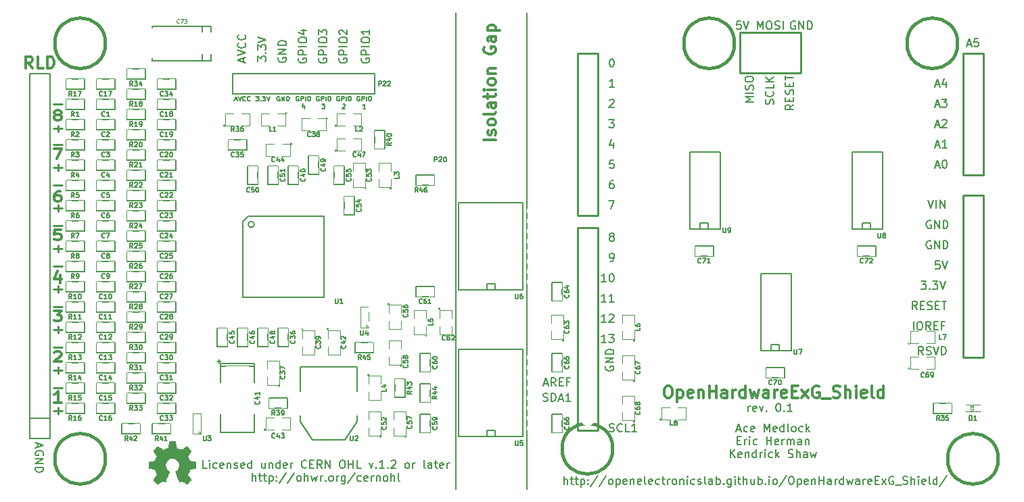
<source format=gto>
G04 (created by PCBNEW (2013-jul-07)-stable) date Sun Aug 30 14:38:05 2015*
%MOIN*%
G04 Gerber Fmt 3.4, Leading zero omitted, Abs format*
%FSLAX34Y34*%
G01*
G70*
G90*
G04 APERTURE LIST*
%ADD10C,0.00590551*%
%ADD11C,0.005*%
%ADD12C,0.008*%
%ADD13C,0.011811*%
%ADD14C,0.00787402*%
%ADD15C,0.01*%
%ADD16C,0.015*%
%ADD17C,0.0001*%
%ADD18C,0.0031*%
%ADD19C,0.0059*%
%ADD20C,0.0039*%
%ADD21C,0.0026*%
%ADD22C,0.004*%
%ADD23C,0.0047*%
%ADD24C,0.1495*%
%ADD25R,0.06X0.0098*%
%ADD26O,0.06X0.0098*%
%ADD27O,0.0098X0.06*%
%ADD28R,0.0394X0.0315*%
%ADD29R,0.144X0.08*%
%ADD30R,0.04X0.08*%
%ADD31R,0.045X0.02*%
%ADD32R,0.1181X0.0787*%
%ADD33R,0.055X0.035*%
%ADD34R,0.035X0.055*%
%ADD35R,0.025X0.045*%
%ADD36R,0.045X0.025*%
%ADD37R,0.0314X0.0314*%
%ADD38R,0.05X0.125197*%
%ADD39R,0.06X0.06*%
%ADD40C,0.06*%
%ADD41C,0.0788*%
%ADD42C,0.125*%
%ADD43R,0.1004X0.1063*%
%ADD44R,0.1004X0.1496*%
G04 APERTURE END LIST*
G54D10*
G54D11*
X40770Y-15624D02*
X40748Y-15613D01*
X40715Y-15613D01*
X40682Y-15624D01*
X40660Y-15645D01*
X40649Y-15667D01*
X40638Y-15711D01*
X40638Y-15744D01*
X40649Y-15788D01*
X40660Y-15810D01*
X40682Y-15832D01*
X40715Y-15843D01*
X40737Y-15843D01*
X40770Y-15832D01*
X40780Y-15821D01*
X40780Y-15744D01*
X40737Y-15744D01*
X40879Y-15843D02*
X40879Y-15613D01*
X40967Y-15613D01*
X40989Y-15624D01*
X41000Y-15635D01*
X41010Y-15656D01*
X41010Y-15689D01*
X41000Y-15711D01*
X40989Y-15722D01*
X40967Y-15733D01*
X40879Y-15733D01*
X41109Y-15843D02*
X41109Y-15613D01*
X41262Y-15613D02*
X41306Y-15613D01*
X41328Y-15624D01*
X41350Y-15645D01*
X41361Y-15689D01*
X41361Y-15766D01*
X41350Y-15810D01*
X41328Y-15832D01*
X41306Y-15843D01*
X41262Y-15843D01*
X41240Y-15832D01*
X41219Y-15810D01*
X41208Y-15766D01*
X41208Y-15689D01*
X41219Y-15645D01*
X41240Y-15624D01*
X41262Y-15613D01*
X41065Y-16215D02*
X40934Y-16215D01*
X41000Y-16215D02*
X41000Y-15985D01*
X40978Y-16017D01*
X40956Y-16039D01*
X40934Y-16050D01*
X39770Y-15624D02*
X39748Y-15613D01*
X39715Y-15613D01*
X39682Y-15624D01*
X39660Y-15645D01*
X39649Y-15667D01*
X39638Y-15711D01*
X39638Y-15744D01*
X39649Y-15788D01*
X39660Y-15810D01*
X39682Y-15832D01*
X39715Y-15843D01*
X39737Y-15843D01*
X39770Y-15832D01*
X39780Y-15821D01*
X39780Y-15744D01*
X39737Y-15744D01*
X39879Y-15843D02*
X39879Y-15613D01*
X39967Y-15613D01*
X39989Y-15624D01*
X40000Y-15635D01*
X40010Y-15656D01*
X40010Y-15689D01*
X40000Y-15711D01*
X39989Y-15722D01*
X39967Y-15733D01*
X39879Y-15733D01*
X40109Y-15843D02*
X40109Y-15613D01*
X40262Y-15613D02*
X40306Y-15613D01*
X40328Y-15624D01*
X40350Y-15645D01*
X40361Y-15689D01*
X40361Y-15766D01*
X40350Y-15810D01*
X40328Y-15832D01*
X40306Y-15843D01*
X40262Y-15843D01*
X40240Y-15832D01*
X40219Y-15810D01*
X40208Y-15766D01*
X40208Y-15689D01*
X40219Y-15645D01*
X40240Y-15624D01*
X40262Y-15613D01*
X39934Y-16007D02*
X39945Y-15996D01*
X39967Y-15985D01*
X40021Y-15985D01*
X40043Y-15996D01*
X40054Y-16007D01*
X40065Y-16028D01*
X40065Y-16050D01*
X40054Y-16083D01*
X39923Y-16215D01*
X40065Y-16215D01*
X38770Y-15624D02*
X38748Y-15613D01*
X38715Y-15613D01*
X38682Y-15624D01*
X38660Y-15645D01*
X38649Y-15667D01*
X38638Y-15711D01*
X38638Y-15744D01*
X38649Y-15788D01*
X38660Y-15810D01*
X38682Y-15832D01*
X38715Y-15843D01*
X38737Y-15843D01*
X38770Y-15832D01*
X38780Y-15821D01*
X38780Y-15744D01*
X38737Y-15744D01*
X38879Y-15843D02*
X38879Y-15613D01*
X38967Y-15613D01*
X38989Y-15624D01*
X39000Y-15635D01*
X39010Y-15656D01*
X39010Y-15689D01*
X39000Y-15711D01*
X38989Y-15722D01*
X38967Y-15733D01*
X38879Y-15733D01*
X39109Y-15843D02*
X39109Y-15613D01*
X39262Y-15613D02*
X39306Y-15613D01*
X39328Y-15624D01*
X39350Y-15645D01*
X39361Y-15689D01*
X39361Y-15766D01*
X39350Y-15810D01*
X39328Y-15832D01*
X39306Y-15843D01*
X39262Y-15843D01*
X39240Y-15832D01*
X39219Y-15810D01*
X39208Y-15766D01*
X39208Y-15689D01*
X39219Y-15645D01*
X39240Y-15624D01*
X39262Y-15613D01*
X38923Y-15985D02*
X39065Y-15985D01*
X38989Y-16072D01*
X39021Y-16072D01*
X39043Y-16083D01*
X39054Y-16094D01*
X39065Y-16116D01*
X39065Y-16171D01*
X39054Y-16193D01*
X39043Y-16204D01*
X39021Y-16215D01*
X38956Y-16215D01*
X38934Y-16204D01*
X38923Y-16193D01*
X37770Y-15624D02*
X37748Y-15613D01*
X37715Y-15613D01*
X37682Y-15624D01*
X37660Y-15645D01*
X37649Y-15667D01*
X37638Y-15711D01*
X37638Y-15744D01*
X37649Y-15788D01*
X37660Y-15810D01*
X37682Y-15832D01*
X37715Y-15843D01*
X37737Y-15843D01*
X37770Y-15832D01*
X37780Y-15821D01*
X37780Y-15744D01*
X37737Y-15744D01*
X37879Y-15843D02*
X37879Y-15613D01*
X37967Y-15613D01*
X37989Y-15624D01*
X38000Y-15635D01*
X38010Y-15656D01*
X38010Y-15689D01*
X38000Y-15711D01*
X37989Y-15722D01*
X37967Y-15733D01*
X37879Y-15733D01*
X38109Y-15843D02*
X38109Y-15613D01*
X38262Y-15613D02*
X38306Y-15613D01*
X38328Y-15624D01*
X38350Y-15645D01*
X38361Y-15689D01*
X38361Y-15766D01*
X38350Y-15810D01*
X38328Y-15832D01*
X38306Y-15843D01*
X38262Y-15843D01*
X38240Y-15832D01*
X38219Y-15810D01*
X38208Y-15766D01*
X38208Y-15689D01*
X38219Y-15645D01*
X38240Y-15624D01*
X38262Y-15613D01*
X38043Y-16061D02*
X38043Y-16215D01*
X37989Y-15974D02*
X37934Y-16138D01*
X38076Y-16138D01*
X36824Y-15624D02*
X36802Y-15613D01*
X36770Y-15613D01*
X36737Y-15624D01*
X36715Y-15645D01*
X36704Y-15667D01*
X36693Y-15711D01*
X36693Y-15744D01*
X36704Y-15788D01*
X36715Y-15810D01*
X36737Y-15832D01*
X36770Y-15843D01*
X36791Y-15843D01*
X36824Y-15832D01*
X36835Y-15821D01*
X36835Y-15744D01*
X36791Y-15744D01*
X36934Y-15843D02*
X36934Y-15613D01*
X37065Y-15843D01*
X37065Y-15613D01*
X37175Y-15843D02*
X37175Y-15613D01*
X37230Y-15613D01*
X37262Y-15624D01*
X37284Y-15645D01*
X37295Y-15667D01*
X37306Y-15711D01*
X37306Y-15744D01*
X37295Y-15788D01*
X37284Y-15810D01*
X37262Y-15832D01*
X37230Y-15843D01*
X37175Y-15843D01*
X35660Y-15613D02*
X35802Y-15613D01*
X35726Y-15700D01*
X35759Y-15700D01*
X35780Y-15711D01*
X35791Y-15722D01*
X35802Y-15744D01*
X35802Y-15799D01*
X35791Y-15821D01*
X35780Y-15832D01*
X35759Y-15843D01*
X35693Y-15843D01*
X35671Y-15832D01*
X35660Y-15821D01*
X35901Y-15821D02*
X35912Y-15832D01*
X35901Y-15843D01*
X35890Y-15832D01*
X35901Y-15821D01*
X35901Y-15843D01*
X35989Y-15613D02*
X36131Y-15613D01*
X36054Y-15700D01*
X36087Y-15700D01*
X36109Y-15711D01*
X36120Y-15722D01*
X36131Y-15744D01*
X36131Y-15799D01*
X36120Y-15821D01*
X36109Y-15832D01*
X36087Y-15843D01*
X36021Y-15843D01*
X36000Y-15832D01*
X35989Y-15821D01*
X36197Y-15613D02*
X36273Y-15843D01*
X36350Y-15613D01*
X34616Y-15777D02*
X34726Y-15777D01*
X34594Y-15843D02*
X34671Y-15613D01*
X34748Y-15843D01*
X34791Y-15613D02*
X34868Y-15843D01*
X34945Y-15613D01*
X35153Y-15821D02*
X35142Y-15832D01*
X35109Y-15843D01*
X35087Y-15843D01*
X35054Y-15832D01*
X35032Y-15810D01*
X35021Y-15788D01*
X35010Y-15744D01*
X35010Y-15711D01*
X35021Y-15667D01*
X35032Y-15645D01*
X35054Y-15624D01*
X35087Y-15613D01*
X35109Y-15613D01*
X35142Y-15624D01*
X35153Y-15635D01*
X35383Y-15821D02*
X35372Y-15832D01*
X35339Y-15843D01*
X35317Y-15843D01*
X35284Y-15832D01*
X35262Y-15810D01*
X35251Y-15788D01*
X35240Y-15744D01*
X35240Y-15711D01*
X35251Y-15667D01*
X35262Y-15645D01*
X35284Y-15624D01*
X35317Y-15613D01*
X35339Y-15613D01*
X35372Y-15624D01*
X35383Y-15635D01*
G54D12*
X35761Y-13890D02*
X35761Y-13642D01*
X35914Y-13776D01*
X35914Y-13719D01*
X35933Y-13680D01*
X35952Y-13661D01*
X35990Y-13642D01*
X36085Y-13642D01*
X36123Y-13661D01*
X36142Y-13680D01*
X36161Y-13719D01*
X36161Y-13833D01*
X36142Y-13871D01*
X36123Y-13890D01*
X36123Y-13471D02*
X36142Y-13452D01*
X36161Y-13471D01*
X36142Y-13490D01*
X36123Y-13471D01*
X36161Y-13471D01*
X35761Y-13319D02*
X35761Y-13071D01*
X35914Y-13204D01*
X35914Y-13147D01*
X35933Y-13109D01*
X35952Y-13090D01*
X35990Y-13071D01*
X36085Y-13071D01*
X36123Y-13090D01*
X36142Y-13109D01*
X36161Y-13147D01*
X36161Y-13261D01*
X36142Y-13299D01*
X36123Y-13319D01*
X35761Y-12957D02*
X36161Y-12823D01*
X35761Y-12690D01*
X59923Y-31161D02*
X59923Y-30895D01*
X59923Y-30971D02*
X59942Y-30933D01*
X59961Y-30914D01*
X60000Y-30895D01*
X60038Y-30895D01*
X60323Y-31142D02*
X60285Y-31161D01*
X60209Y-31161D01*
X60171Y-31142D01*
X60152Y-31104D01*
X60152Y-30952D01*
X60171Y-30914D01*
X60209Y-30895D01*
X60285Y-30895D01*
X60323Y-30914D01*
X60342Y-30952D01*
X60342Y-30990D01*
X60152Y-31028D01*
X60476Y-30895D02*
X60571Y-31161D01*
X60666Y-30895D01*
X60819Y-31123D02*
X60838Y-31142D01*
X60819Y-31161D01*
X60800Y-31142D01*
X60819Y-31123D01*
X60819Y-31161D01*
X61390Y-30761D02*
X61428Y-30761D01*
X61466Y-30780D01*
X61485Y-30800D01*
X61504Y-30838D01*
X61523Y-30914D01*
X61523Y-31009D01*
X61504Y-31085D01*
X61485Y-31123D01*
X61466Y-31142D01*
X61428Y-31161D01*
X61390Y-31161D01*
X61352Y-31142D01*
X61333Y-31123D01*
X61314Y-31085D01*
X61295Y-31009D01*
X61295Y-30914D01*
X61314Y-30838D01*
X61333Y-30800D01*
X61352Y-30780D01*
X61390Y-30761D01*
X61695Y-31123D02*
X61714Y-31142D01*
X61695Y-31161D01*
X61676Y-31142D01*
X61695Y-31123D01*
X61695Y-31161D01*
X62095Y-31161D02*
X61866Y-31161D01*
X61980Y-31161D02*
X61980Y-30761D01*
X61942Y-30819D01*
X61904Y-30857D01*
X61866Y-30876D01*
X33242Y-33961D02*
X33052Y-33961D01*
X33052Y-33561D01*
X33376Y-33961D02*
X33376Y-33695D01*
X33376Y-33561D02*
X33357Y-33580D01*
X33376Y-33600D01*
X33395Y-33580D01*
X33376Y-33561D01*
X33376Y-33600D01*
X33738Y-33942D02*
X33700Y-33961D01*
X33623Y-33961D01*
X33585Y-33942D01*
X33566Y-33923D01*
X33547Y-33885D01*
X33547Y-33771D01*
X33566Y-33733D01*
X33585Y-33714D01*
X33623Y-33695D01*
X33700Y-33695D01*
X33738Y-33714D01*
X34061Y-33942D02*
X34023Y-33961D01*
X33947Y-33961D01*
X33909Y-33942D01*
X33890Y-33904D01*
X33890Y-33752D01*
X33909Y-33714D01*
X33947Y-33695D01*
X34023Y-33695D01*
X34061Y-33714D01*
X34080Y-33752D01*
X34080Y-33790D01*
X33890Y-33828D01*
X34252Y-33695D02*
X34252Y-33961D01*
X34252Y-33733D02*
X34271Y-33714D01*
X34309Y-33695D01*
X34366Y-33695D01*
X34404Y-33714D01*
X34423Y-33752D01*
X34423Y-33961D01*
X34595Y-33942D02*
X34633Y-33961D01*
X34709Y-33961D01*
X34747Y-33942D01*
X34766Y-33904D01*
X34766Y-33885D01*
X34747Y-33847D01*
X34709Y-33828D01*
X34652Y-33828D01*
X34614Y-33809D01*
X34595Y-33771D01*
X34595Y-33752D01*
X34614Y-33714D01*
X34652Y-33695D01*
X34709Y-33695D01*
X34747Y-33714D01*
X35090Y-33942D02*
X35052Y-33961D01*
X34976Y-33961D01*
X34938Y-33942D01*
X34919Y-33904D01*
X34919Y-33752D01*
X34938Y-33714D01*
X34976Y-33695D01*
X35052Y-33695D01*
X35090Y-33714D01*
X35109Y-33752D01*
X35109Y-33790D01*
X34919Y-33828D01*
X35452Y-33961D02*
X35452Y-33561D01*
X35452Y-33942D02*
X35414Y-33961D01*
X35338Y-33961D01*
X35300Y-33942D01*
X35280Y-33923D01*
X35261Y-33885D01*
X35261Y-33771D01*
X35280Y-33733D01*
X35300Y-33714D01*
X35338Y-33695D01*
X35414Y-33695D01*
X35452Y-33714D01*
X36119Y-33695D02*
X36119Y-33961D01*
X35947Y-33695D02*
X35947Y-33904D01*
X35966Y-33942D01*
X36004Y-33961D01*
X36061Y-33961D01*
X36100Y-33942D01*
X36119Y-33923D01*
X36309Y-33695D02*
X36309Y-33961D01*
X36309Y-33733D02*
X36328Y-33714D01*
X36366Y-33695D01*
X36423Y-33695D01*
X36461Y-33714D01*
X36480Y-33752D01*
X36480Y-33961D01*
X36842Y-33961D02*
X36842Y-33561D01*
X36842Y-33942D02*
X36804Y-33961D01*
X36728Y-33961D01*
X36690Y-33942D01*
X36671Y-33923D01*
X36652Y-33885D01*
X36652Y-33771D01*
X36671Y-33733D01*
X36690Y-33714D01*
X36728Y-33695D01*
X36804Y-33695D01*
X36842Y-33714D01*
X37185Y-33942D02*
X37147Y-33961D01*
X37071Y-33961D01*
X37033Y-33942D01*
X37014Y-33904D01*
X37014Y-33752D01*
X37033Y-33714D01*
X37071Y-33695D01*
X37147Y-33695D01*
X37185Y-33714D01*
X37204Y-33752D01*
X37204Y-33790D01*
X37014Y-33828D01*
X37376Y-33961D02*
X37376Y-33695D01*
X37376Y-33771D02*
X37395Y-33733D01*
X37414Y-33714D01*
X37452Y-33695D01*
X37490Y-33695D01*
X38157Y-33923D02*
X38138Y-33942D01*
X38080Y-33961D01*
X38042Y-33961D01*
X37985Y-33942D01*
X37947Y-33904D01*
X37928Y-33866D01*
X37909Y-33790D01*
X37909Y-33733D01*
X37928Y-33657D01*
X37947Y-33619D01*
X37985Y-33580D01*
X38042Y-33561D01*
X38080Y-33561D01*
X38138Y-33580D01*
X38157Y-33600D01*
X38328Y-33752D02*
X38461Y-33752D01*
X38519Y-33961D02*
X38328Y-33961D01*
X38328Y-33561D01*
X38519Y-33561D01*
X38919Y-33961D02*
X38785Y-33771D01*
X38690Y-33961D02*
X38690Y-33561D01*
X38842Y-33561D01*
X38880Y-33580D01*
X38900Y-33600D01*
X38919Y-33638D01*
X38919Y-33695D01*
X38900Y-33733D01*
X38880Y-33752D01*
X38842Y-33771D01*
X38690Y-33771D01*
X39090Y-33961D02*
X39090Y-33561D01*
X39319Y-33961D01*
X39319Y-33561D01*
X39890Y-33561D02*
X39966Y-33561D01*
X40004Y-33580D01*
X40042Y-33619D01*
X40061Y-33695D01*
X40061Y-33828D01*
X40042Y-33904D01*
X40004Y-33942D01*
X39966Y-33961D01*
X39890Y-33961D01*
X39852Y-33942D01*
X39814Y-33904D01*
X39795Y-33828D01*
X39795Y-33695D01*
X39814Y-33619D01*
X39852Y-33580D01*
X39890Y-33561D01*
X40233Y-33961D02*
X40233Y-33561D01*
X40233Y-33752D02*
X40461Y-33752D01*
X40461Y-33961D02*
X40461Y-33561D01*
X40842Y-33961D02*
X40652Y-33961D01*
X40652Y-33561D01*
X41242Y-33695D02*
X41338Y-33961D01*
X41433Y-33695D01*
X41585Y-33923D02*
X41604Y-33942D01*
X41585Y-33961D01*
X41566Y-33942D01*
X41585Y-33923D01*
X41585Y-33961D01*
X41985Y-33961D02*
X41757Y-33961D01*
X41871Y-33961D02*
X41871Y-33561D01*
X41833Y-33619D01*
X41795Y-33657D01*
X41757Y-33676D01*
X42157Y-33923D02*
X42176Y-33942D01*
X42157Y-33961D01*
X42138Y-33942D01*
X42157Y-33923D01*
X42157Y-33961D01*
X42328Y-33600D02*
X42347Y-33580D01*
X42385Y-33561D01*
X42480Y-33561D01*
X42519Y-33580D01*
X42538Y-33600D01*
X42557Y-33638D01*
X42557Y-33676D01*
X42538Y-33733D01*
X42309Y-33961D01*
X42557Y-33961D01*
X43090Y-33961D02*
X43052Y-33942D01*
X43033Y-33923D01*
X43014Y-33885D01*
X43014Y-33771D01*
X43033Y-33733D01*
X43052Y-33714D01*
X43090Y-33695D01*
X43147Y-33695D01*
X43185Y-33714D01*
X43204Y-33733D01*
X43223Y-33771D01*
X43223Y-33885D01*
X43204Y-33923D01*
X43185Y-33942D01*
X43147Y-33961D01*
X43090Y-33961D01*
X43395Y-33961D02*
X43395Y-33695D01*
X43395Y-33771D02*
X43414Y-33733D01*
X43433Y-33714D01*
X43471Y-33695D01*
X43509Y-33695D01*
X44004Y-33961D02*
X43966Y-33942D01*
X43947Y-33904D01*
X43947Y-33561D01*
X44328Y-33961D02*
X44328Y-33752D01*
X44309Y-33714D01*
X44271Y-33695D01*
X44195Y-33695D01*
X44157Y-33714D01*
X44328Y-33942D02*
X44290Y-33961D01*
X44195Y-33961D01*
X44157Y-33942D01*
X44138Y-33904D01*
X44138Y-33866D01*
X44157Y-33828D01*
X44195Y-33809D01*
X44290Y-33809D01*
X44328Y-33790D01*
X44461Y-33695D02*
X44614Y-33695D01*
X44519Y-33561D02*
X44519Y-33904D01*
X44538Y-33942D01*
X44576Y-33961D01*
X44614Y-33961D01*
X44899Y-33942D02*
X44861Y-33961D01*
X44785Y-33961D01*
X44747Y-33942D01*
X44728Y-33904D01*
X44728Y-33752D01*
X44747Y-33714D01*
X44785Y-33695D01*
X44861Y-33695D01*
X44899Y-33714D01*
X44919Y-33752D01*
X44919Y-33790D01*
X44728Y-33828D01*
X45090Y-33961D02*
X45090Y-33695D01*
X45090Y-33771D02*
X45109Y-33733D01*
X45128Y-33714D01*
X45166Y-33695D01*
X45204Y-33695D01*
X35490Y-34601D02*
X35490Y-34201D01*
X35661Y-34601D02*
X35661Y-34392D01*
X35642Y-34354D01*
X35604Y-34335D01*
X35547Y-34335D01*
X35509Y-34354D01*
X35490Y-34373D01*
X35795Y-34335D02*
X35947Y-34335D01*
X35852Y-34201D02*
X35852Y-34544D01*
X35871Y-34582D01*
X35909Y-34601D01*
X35947Y-34601D01*
X36023Y-34335D02*
X36176Y-34335D01*
X36080Y-34201D02*
X36080Y-34544D01*
X36100Y-34582D01*
X36138Y-34601D01*
X36176Y-34601D01*
X36309Y-34335D02*
X36309Y-34735D01*
X36309Y-34354D02*
X36347Y-34335D01*
X36423Y-34335D01*
X36461Y-34354D01*
X36480Y-34373D01*
X36500Y-34411D01*
X36500Y-34525D01*
X36480Y-34563D01*
X36461Y-34582D01*
X36423Y-34601D01*
X36347Y-34601D01*
X36309Y-34582D01*
X36671Y-34563D02*
X36690Y-34582D01*
X36671Y-34601D01*
X36652Y-34582D01*
X36671Y-34563D01*
X36671Y-34601D01*
X36671Y-34354D02*
X36690Y-34373D01*
X36671Y-34392D01*
X36652Y-34373D01*
X36671Y-34354D01*
X36671Y-34392D01*
X37147Y-34182D02*
X36804Y-34697D01*
X37566Y-34182D02*
X37223Y-34697D01*
X37757Y-34601D02*
X37719Y-34582D01*
X37700Y-34563D01*
X37680Y-34525D01*
X37680Y-34411D01*
X37700Y-34373D01*
X37719Y-34354D01*
X37757Y-34335D01*
X37814Y-34335D01*
X37852Y-34354D01*
X37871Y-34373D01*
X37890Y-34411D01*
X37890Y-34525D01*
X37871Y-34563D01*
X37852Y-34582D01*
X37814Y-34601D01*
X37757Y-34601D01*
X38061Y-34601D02*
X38061Y-34201D01*
X38233Y-34601D02*
X38233Y-34392D01*
X38214Y-34354D01*
X38176Y-34335D01*
X38119Y-34335D01*
X38080Y-34354D01*
X38061Y-34373D01*
X38385Y-34335D02*
X38461Y-34601D01*
X38538Y-34411D01*
X38614Y-34601D01*
X38690Y-34335D01*
X38842Y-34601D02*
X38842Y-34335D01*
X38842Y-34411D02*
X38861Y-34373D01*
X38880Y-34354D01*
X38919Y-34335D01*
X38957Y-34335D01*
X39090Y-34563D02*
X39109Y-34582D01*
X39090Y-34601D01*
X39071Y-34582D01*
X39090Y-34563D01*
X39090Y-34601D01*
X39338Y-34601D02*
X39300Y-34582D01*
X39280Y-34563D01*
X39261Y-34525D01*
X39261Y-34411D01*
X39280Y-34373D01*
X39300Y-34354D01*
X39338Y-34335D01*
X39395Y-34335D01*
X39433Y-34354D01*
X39452Y-34373D01*
X39471Y-34411D01*
X39471Y-34525D01*
X39452Y-34563D01*
X39433Y-34582D01*
X39395Y-34601D01*
X39338Y-34601D01*
X39642Y-34601D02*
X39642Y-34335D01*
X39642Y-34411D02*
X39661Y-34373D01*
X39680Y-34354D01*
X39719Y-34335D01*
X39757Y-34335D01*
X40061Y-34335D02*
X40061Y-34659D01*
X40042Y-34697D01*
X40023Y-34716D01*
X39985Y-34735D01*
X39928Y-34735D01*
X39890Y-34716D01*
X40061Y-34582D02*
X40023Y-34601D01*
X39947Y-34601D01*
X39909Y-34582D01*
X39890Y-34563D01*
X39871Y-34525D01*
X39871Y-34411D01*
X39890Y-34373D01*
X39909Y-34354D01*
X39947Y-34335D01*
X40023Y-34335D01*
X40061Y-34354D01*
X40538Y-34182D02*
X40195Y-34697D01*
X40842Y-34582D02*
X40804Y-34601D01*
X40728Y-34601D01*
X40690Y-34582D01*
X40671Y-34563D01*
X40652Y-34525D01*
X40652Y-34411D01*
X40671Y-34373D01*
X40690Y-34354D01*
X40728Y-34335D01*
X40804Y-34335D01*
X40842Y-34354D01*
X41166Y-34582D02*
X41128Y-34601D01*
X41052Y-34601D01*
X41014Y-34582D01*
X40995Y-34544D01*
X40995Y-34392D01*
X41014Y-34354D01*
X41052Y-34335D01*
X41128Y-34335D01*
X41166Y-34354D01*
X41185Y-34392D01*
X41185Y-34430D01*
X40995Y-34468D01*
X41357Y-34601D02*
X41357Y-34335D01*
X41357Y-34411D02*
X41376Y-34373D01*
X41395Y-34354D01*
X41433Y-34335D01*
X41471Y-34335D01*
X41604Y-34335D02*
X41604Y-34601D01*
X41604Y-34373D02*
X41623Y-34354D01*
X41661Y-34335D01*
X41719Y-34335D01*
X41757Y-34354D01*
X41776Y-34392D01*
X41776Y-34601D01*
X42023Y-34601D02*
X41985Y-34582D01*
X41966Y-34563D01*
X41947Y-34525D01*
X41947Y-34411D01*
X41966Y-34373D01*
X41985Y-34354D01*
X42023Y-34335D01*
X42080Y-34335D01*
X42119Y-34354D01*
X42138Y-34373D01*
X42157Y-34411D01*
X42157Y-34525D01*
X42138Y-34563D01*
X42119Y-34582D01*
X42080Y-34601D01*
X42023Y-34601D01*
X42328Y-34601D02*
X42328Y-34201D01*
X42499Y-34601D02*
X42499Y-34392D01*
X42480Y-34354D01*
X42442Y-34335D01*
X42385Y-34335D01*
X42347Y-34354D01*
X42328Y-34373D01*
X42747Y-34601D02*
X42709Y-34582D01*
X42690Y-34544D01*
X42690Y-34201D01*
X59359Y-32047D02*
X59550Y-32047D01*
X59321Y-32161D02*
X59454Y-31761D01*
X59588Y-32161D01*
X59892Y-32142D02*
X59854Y-32161D01*
X59778Y-32161D01*
X59740Y-32142D01*
X59721Y-32123D01*
X59702Y-32085D01*
X59702Y-31971D01*
X59721Y-31933D01*
X59740Y-31914D01*
X59778Y-31895D01*
X59854Y-31895D01*
X59892Y-31914D01*
X60216Y-32142D02*
X60178Y-32161D01*
X60102Y-32161D01*
X60064Y-32142D01*
X60045Y-32104D01*
X60045Y-31952D01*
X60064Y-31914D01*
X60102Y-31895D01*
X60178Y-31895D01*
X60216Y-31914D01*
X60235Y-31952D01*
X60235Y-31990D01*
X60045Y-32028D01*
X60711Y-32161D02*
X60711Y-31761D01*
X60845Y-32047D01*
X60978Y-31761D01*
X60978Y-32161D01*
X61321Y-32142D02*
X61283Y-32161D01*
X61207Y-32161D01*
X61169Y-32142D01*
X61150Y-32104D01*
X61150Y-31952D01*
X61169Y-31914D01*
X61207Y-31895D01*
X61283Y-31895D01*
X61321Y-31914D01*
X61340Y-31952D01*
X61340Y-31990D01*
X61150Y-32028D01*
X61683Y-32161D02*
X61683Y-31761D01*
X61683Y-32142D02*
X61645Y-32161D01*
X61569Y-32161D01*
X61530Y-32142D01*
X61511Y-32123D01*
X61492Y-32085D01*
X61492Y-31971D01*
X61511Y-31933D01*
X61530Y-31914D01*
X61569Y-31895D01*
X61645Y-31895D01*
X61683Y-31914D01*
X61930Y-32161D02*
X61892Y-32142D01*
X61873Y-32104D01*
X61873Y-31761D01*
X62140Y-32161D02*
X62102Y-32142D01*
X62083Y-32123D01*
X62064Y-32085D01*
X62064Y-31971D01*
X62083Y-31933D01*
X62102Y-31914D01*
X62140Y-31895D01*
X62197Y-31895D01*
X62235Y-31914D01*
X62254Y-31933D01*
X62273Y-31971D01*
X62273Y-32085D01*
X62254Y-32123D01*
X62235Y-32142D01*
X62197Y-32161D01*
X62140Y-32161D01*
X62616Y-32142D02*
X62578Y-32161D01*
X62502Y-32161D01*
X62464Y-32142D01*
X62445Y-32123D01*
X62426Y-32085D01*
X62426Y-31971D01*
X62445Y-31933D01*
X62464Y-31914D01*
X62502Y-31895D01*
X62578Y-31895D01*
X62616Y-31914D01*
X62788Y-32161D02*
X62788Y-31761D01*
X62826Y-32009D02*
X62940Y-32161D01*
X62940Y-31895D02*
X62788Y-32047D01*
X59388Y-32592D02*
X59521Y-32592D01*
X59578Y-32801D02*
X59388Y-32801D01*
X59388Y-32401D01*
X59578Y-32401D01*
X59750Y-32801D02*
X59750Y-32535D01*
X59750Y-32611D02*
X59769Y-32573D01*
X59788Y-32554D01*
X59826Y-32535D01*
X59864Y-32535D01*
X59997Y-32801D02*
X59997Y-32535D01*
X59997Y-32401D02*
X59978Y-32420D01*
X59997Y-32440D01*
X60016Y-32420D01*
X59997Y-32401D01*
X59997Y-32440D01*
X60359Y-32782D02*
X60321Y-32801D01*
X60245Y-32801D01*
X60207Y-32782D01*
X60188Y-32763D01*
X60169Y-32725D01*
X60169Y-32611D01*
X60188Y-32573D01*
X60207Y-32554D01*
X60245Y-32535D01*
X60321Y-32535D01*
X60359Y-32554D01*
X60835Y-32801D02*
X60835Y-32401D01*
X60835Y-32592D02*
X61064Y-32592D01*
X61064Y-32801D02*
X61064Y-32401D01*
X61407Y-32782D02*
X61369Y-32801D01*
X61292Y-32801D01*
X61254Y-32782D01*
X61235Y-32744D01*
X61235Y-32592D01*
X61254Y-32554D01*
X61292Y-32535D01*
X61369Y-32535D01*
X61407Y-32554D01*
X61426Y-32592D01*
X61426Y-32630D01*
X61235Y-32668D01*
X61597Y-32801D02*
X61597Y-32535D01*
X61597Y-32611D02*
X61616Y-32573D01*
X61635Y-32554D01*
X61673Y-32535D01*
X61711Y-32535D01*
X61845Y-32801D02*
X61845Y-32535D01*
X61845Y-32573D02*
X61864Y-32554D01*
X61902Y-32535D01*
X61959Y-32535D01*
X61997Y-32554D01*
X62016Y-32592D01*
X62016Y-32801D01*
X62016Y-32592D02*
X62035Y-32554D01*
X62073Y-32535D01*
X62130Y-32535D01*
X62169Y-32554D01*
X62188Y-32592D01*
X62188Y-32801D01*
X62550Y-32801D02*
X62550Y-32592D01*
X62530Y-32554D01*
X62492Y-32535D01*
X62416Y-32535D01*
X62378Y-32554D01*
X62550Y-32782D02*
X62511Y-32801D01*
X62416Y-32801D01*
X62378Y-32782D01*
X62359Y-32744D01*
X62359Y-32706D01*
X62378Y-32668D01*
X62416Y-32649D01*
X62511Y-32649D01*
X62550Y-32630D01*
X62740Y-32535D02*
X62740Y-32801D01*
X62740Y-32573D02*
X62759Y-32554D01*
X62797Y-32535D01*
X62854Y-32535D01*
X62892Y-32554D01*
X62911Y-32592D01*
X62911Y-32801D01*
X59045Y-33441D02*
X59045Y-33041D01*
X59273Y-33441D02*
X59102Y-33213D01*
X59273Y-33041D02*
X59045Y-33270D01*
X59597Y-33422D02*
X59559Y-33441D01*
X59483Y-33441D01*
X59445Y-33422D01*
X59426Y-33384D01*
X59426Y-33232D01*
X59445Y-33194D01*
X59483Y-33175D01*
X59559Y-33175D01*
X59597Y-33194D01*
X59616Y-33232D01*
X59616Y-33270D01*
X59426Y-33308D01*
X59788Y-33175D02*
X59788Y-33441D01*
X59788Y-33213D02*
X59807Y-33194D01*
X59845Y-33175D01*
X59902Y-33175D01*
X59940Y-33194D01*
X59959Y-33232D01*
X59959Y-33441D01*
X60321Y-33441D02*
X60321Y-33041D01*
X60321Y-33422D02*
X60283Y-33441D01*
X60207Y-33441D01*
X60169Y-33422D01*
X60150Y-33403D01*
X60130Y-33365D01*
X60130Y-33251D01*
X60150Y-33213D01*
X60169Y-33194D01*
X60207Y-33175D01*
X60283Y-33175D01*
X60321Y-33194D01*
X60511Y-33441D02*
X60511Y-33175D01*
X60511Y-33251D02*
X60530Y-33213D01*
X60550Y-33194D01*
X60588Y-33175D01*
X60626Y-33175D01*
X60759Y-33441D02*
X60759Y-33175D01*
X60759Y-33041D02*
X60740Y-33060D01*
X60759Y-33080D01*
X60778Y-33060D01*
X60759Y-33041D01*
X60759Y-33080D01*
X61121Y-33422D02*
X61083Y-33441D01*
X61007Y-33441D01*
X60969Y-33422D01*
X60950Y-33403D01*
X60930Y-33365D01*
X60930Y-33251D01*
X60950Y-33213D01*
X60969Y-33194D01*
X61007Y-33175D01*
X61083Y-33175D01*
X61121Y-33194D01*
X61292Y-33441D02*
X61292Y-33041D01*
X61330Y-33289D02*
X61445Y-33441D01*
X61445Y-33175D02*
X61292Y-33327D01*
X61902Y-33422D02*
X61959Y-33441D01*
X62054Y-33441D01*
X62092Y-33422D01*
X62111Y-33403D01*
X62130Y-33365D01*
X62130Y-33327D01*
X62111Y-33289D01*
X62092Y-33270D01*
X62054Y-33251D01*
X61978Y-33232D01*
X61940Y-33213D01*
X61921Y-33194D01*
X61902Y-33156D01*
X61902Y-33118D01*
X61921Y-33080D01*
X61940Y-33060D01*
X61978Y-33041D01*
X62073Y-33041D01*
X62130Y-33060D01*
X62302Y-33441D02*
X62302Y-33041D01*
X62473Y-33441D02*
X62473Y-33232D01*
X62454Y-33194D01*
X62416Y-33175D01*
X62359Y-33175D01*
X62321Y-33194D01*
X62302Y-33213D01*
X62835Y-33441D02*
X62835Y-33232D01*
X62816Y-33194D01*
X62778Y-33175D01*
X62702Y-33175D01*
X62664Y-33194D01*
X62835Y-33422D02*
X62797Y-33441D01*
X62702Y-33441D01*
X62664Y-33422D01*
X62645Y-33384D01*
X62645Y-33346D01*
X62664Y-33308D01*
X62702Y-33289D01*
X62797Y-33289D01*
X62835Y-33270D01*
X62988Y-33175D02*
X63064Y-33441D01*
X63140Y-33251D01*
X63216Y-33441D01*
X63292Y-33175D01*
G54D13*
X55927Y-29898D02*
X56039Y-29898D01*
X56095Y-29926D01*
X56152Y-29982D01*
X56180Y-30095D01*
X56180Y-30292D01*
X56152Y-30404D01*
X56095Y-30460D01*
X56039Y-30489D01*
X55927Y-30489D01*
X55870Y-30460D01*
X55814Y-30404D01*
X55786Y-30292D01*
X55786Y-30095D01*
X55814Y-29982D01*
X55870Y-29926D01*
X55927Y-29898D01*
X56433Y-30095D02*
X56433Y-30685D01*
X56433Y-30123D02*
X56489Y-30095D01*
X56602Y-30095D01*
X56658Y-30123D01*
X56686Y-30151D01*
X56714Y-30207D01*
X56714Y-30376D01*
X56686Y-30432D01*
X56658Y-30460D01*
X56602Y-30489D01*
X56489Y-30489D01*
X56433Y-30460D01*
X57192Y-30460D02*
X57136Y-30489D01*
X57023Y-30489D01*
X56967Y-30460D01*
X56939Y-30404D01*
X56939Y-30179D01*
X56967Y-30123D01*
X57023Y-30095D01*
X57136Y-30095D01*
X57192Y-30123D01*
X57220Y-30179D01*
X57220Y-30235D01*
X56939Y-30292D01*
X57473Y-30095D02*
X57473Y-30489D01*
X57473Y-30151D02*
X57502Y-30123D01*
X57558Y-30095D01*
X57642Y-30095D01*
X57698Y-30123D01*
X57726Y-30179D01*
X57726Y-30489D01*
X58008Y-30489D02*
X58008Y-29898D01*
X58008Y-30179D02*
X58345Y-30179D01*
X58345Y-30489D02*
X58345Y-29898D01*
X58879Y-30489D02*
X58879Y-30179D01*
X58851Y-30123D01*
X58795Y-30095D01*
X58683Y-30095D01*
X58626Y-30123D01*
X58879Y-30460D02*
X58823Y-30489D01*
X58683Y-30489D01*
X58626Y-30460D01*
X58598Y-30404D01*
X58598Y-30348D01*
X58626Y-30292D01*
X58683Y-30264D01*
X58823Y-30264D01*
X58879Y-30235D01*
X59161Y-30489D02*
X59161Y-30095D01*
X59161Y-30207D02*
X59189Y-30151D01*
X59217Y-30123D01*
X59273Y-30095D01*
X59329Y-30095D01*
X59779Y-30489D02*
X59779Y-29898D01*
X59779Y-30460D02*
X59723Y-30489D01*
X59611Y-30489D01*
X59554Y-30460D01*
X59526Y-30432D01*
X59498Y-30376D01*
X59498Y-30207D01*
X59526Y-30151D01*
X59554Y-30123D01*
X59611Y-30095D01*
X59723Y-30095D01*
X59779Y-30123D01*
X60004Y-30095D02*
X60117Y-30489D01*
X60229Y-30207D01*
X60342Y-30489D01*
X60454Y-30095D01*
X60932Y-30489D02*
X60932Y-30179D01*
X60904Y-30123D01*
X60848Y-30095D01*
X60735Y-30095D01*
X60679Y-30123D01*
X60932Y-30460D02*
X60876Y-30489D01*
X60735Y-30489D01*
X60679Y-30460D01*
X60651Y-30404D01*
X60651Y-30348D01*
X60679Y-30292D01*
X60735Y-30264D01*
X60876Y-30264D01*
X60932Y-30235D01*
X61214Y-30489D02*
X61214Y-30095D01*
X61214Y-30207D02*
X61242Y-30151D01*
X61270Y-30123D01*
X61326Y-30095D01*
X61382Y-30095D01*
X61804Y-30460D02*
X61748Y-30489D01*
X61635Y-30489D01*
X61579Y-30460D01*
X61551Y-30404D01*
X61551Y-30179D01*
X61579Y-30123D01*
X61635Y-30095D01*
X61748Y-30095D01*
X61804Y-30123D01*
X61832Y-30179D01*
X61832Y-30235D01*
X61551Y-30292D01*
X62085Y-30179D02*
X62282Y-30179D01*
X62367Y-30489D02*
X62085Y-30489D01*
X62085Y-29898D01*
X62367Y-29898D01*
X62563Y-30489D02*
X62873Y-30095D01*
X62563Y-30095D02*
X62873Y-30489D01*
X63407Y-29926D02*
X63351Y-29898D01*
X63266Y-29898D01*
X63182Y-29926D01*
X63126Y-29982D01*
X63098Y-30039D01*
X63070Y-30151D01*
X63070Y-30235D01*
X63098Y-30348D01*
X63126Y-30404D01*
X63182Y-30460D01*
X63266Y-30489D01*
X63323Y-30489D01*
X63407Y-30460D01*
X63435Y-30432D01*
X63435Y-30235D01*
X63323Y-30235D01*
X63548Y-30545D02*
X63998Y-30545D01*
X64110Y-30460D02*
X64194Y-30489D01*
X64335Y-30489D01*
X64391Y-30460D01*
X64419Y-30432D01*
X64448Y-30376D01*
X64448Y-30320D01*
X64419Y-30264D01*
X64391Y-30235D01*
X64335Y-30207D01*
X64223Y-30179D01*
X64166Y-30151D01*
X64138Y-30123D01*
X64110Y-30067D01*
X64110Y-30010D01*
X64138Y-29954D01*
X64166Y-29926D01*
X64223Y-29898D01*
X64363Y-29898D01*
X64448Y-29926D01*
X64701Y-30489D02*
X64701Y-29898D01*
X64954Y-30489D02*
X64954Y-30179D01*
X64926Y-30123D01*
X64869Y-30095D01*
X64785Y-30095D01*
X64729Y-30123D01*
X64701Y-30151D01*
X65235Y-30489D02*
X65235Y-30095D01*
X65235Y-29898D02*
X65207Y-29926D01*
X65235Y-29954D01*
X65263Y-29926D01*
X65235Y-29898D01*
X65235Y-29954D01*
X65741Y-30460D02*
X65685Y-30489D01*
X65572Y-30489D01*
X65516Y-30460D01*
X65488Y-30404D01*
X65488Y-30179D01*
X65516Y-30123D01*
X65572Y-30095D01*
X65685Y-30095D01*
X65741Y-30123D01*
X65769Y-30179D01*
X65769Y-30235D01*
X65488Y-30292D01*
X66107Y-30489D02*
X66050Y-30460D01*
X66022Y-30404D01*
X66022Y-29898D01*
X66585Y-30489D02*
X66585Y-29898D01*
X66585Y-30460D02*
X66529Y-30489D01*
X66416Y-30489D01*
X66360Y-30460D01*
X66332Y-30432D01*
X66304Y-30376D01*
X66304Y-30207D01*
X66332Y-30151D01*
X66360Y-30123D01*
X66416Y-30095D01*
X66529Y-30095D01*
X66585Y-30123D01*
G54D12*
X50850Y-34761D02*
X50850Y-34361D01*
X51021Y-34761D02*
X51021Y-34552D01*
X51002Y-34514D01*
X50964Y-34495D01*
X50907Y-34495D01*
X50869Y-34514D01*
X50850Y-34533D01*
X51154Y-34495D02*
X51307Y-34495D01*
X51211Y-34361D02*
X51211Y-34704D01*
X51230Y-34742D01*
X51269Y-34761D01*
X51307Y-34761D01*
X51383Y-34495D02*
X51535Y-34495D01*
X51440Y-34361D02*
X51440Y-34704D01*
X51459Y-34742D01*
X51497Y-34761D01*
X51535Y-34761D01*
X51669Y-34495D02*
X51669Y-34895D01*
X51669Y-34514D02*
X51707Y-34495D01*
X51783Y-34495D01*
X51821Y-34514D01*
X51840Y-34533D01*
X51859Y-34571D01*
X51859Y-34685D01*
X51840Y-34723D01*
X51821Y-34742D01*
X51783Y-34761D01*
X51707Y-34761D01*
X51669Y-34742D01*
X52030Y-34723D02*
X52050Y-34742D01*
X52030Y-34761D01*
X52011Y-34742D01*
X52030Y-34723D01*
X52030Y-34761D01*
X52030Y-34514D02*
X52050Y-34533D01*
X52030Y-34552D01*
X52011Y-34533D01*
X52030Y-34514D01*
X52030Y-34552D01*
X52507Y-34342D02*
X52164Y-34857D01*
X52926Y-34342D02*
X52583Y-34857D01*
X53116Y-34761D02*
X53078Y-34742D01*
X53059Y-34723D01*
X53040Y-34685D01*
X53040Y-34571D01*
X53059Y-34533D01*
X53078Y-34514D01*
X53116Y-34495D01*
X53173Y-34495D01*
X53211Y-34514D01*
X53230Y-34533D01*
X53250Y-34571D01*
X53250Y-34685D01*
X53230Y-34723D01*
X53211Y-34742D01*
X53173Y-34761D01*
X53116Y-34761D01*
X53421Y-34495D02*
X53421Y-34895D01*
X53421Y-34514D02*
X53459Y-34495D01*
X53535Y-34495D01*
X53573Y-34514D01*
X53592Y-34533D01*
X53611Y-34571D01*
X53611Y-34685D01*
X53592Y-34723D01*
X53573Y-34742D01*
X53535Y-34761D01*
X53459Y-34761D01*
X53421Y-34742D01*
X53935Y-34742D02*
X53897Y-34761D01*
X53821Y-34761D01*
X53783Y-34742D01*
X53764Y-34704D01*
X53764Y-34552D01*
X53783Y-34514D01*
X53821Y-34495D01*
X53897Y-34495D01*
X53935Y-34514D01*
X53954Y-34552D01*
X53954Y-34590D01*
X53764Y-34628D01*
X54126Y-34495D02*
X54126Y-34761D01*
X54126Y-34533D02*
X54145Y-34514D01*
X54183Y-34495D01*
X54240Y-34495D01*
X54278Y-34514D01*
X54297Y-34552D01*
X54297Y-34761D01*
X54640Y-34742D02*
X54602Y-34761D01*
X54526Y-34761D01*
X54488Y-34742D01*
X54469Y-34704D01*
X54469Y-34552D01*
X54488Y-34514D01*
X54526Y-34495D01*
X54602Y-34495D01*
X54640Y-34514D01*
X54659Y-34552D01*
X54659Y-34590D01*
X54469Y-34628D01*
X54888Y-34761D02*
X54850Y-34742D01*
X54830Y-34704D01*
X54830Y-34361D01*
X55192Y-34742D02*
X55154Y-34761D01*
X55078Y-34761D01*
X55040Y-34742D01*
X55021Y-34704D01*
X55021Y-34552D01*
X55040Y-34514D01*
X55078Y-34495D01*
X55154Y-34495D01*
X55192Y-34514D01*
X55211Y-34552D01*
X55211Y-34590D01*
X55021Y-34628D01*
X55554Y-34742D02*
X55516Y-34761D01*
X55440Y-34761D01*
X55402Y-34742D01*
X55383Y-34723D01*
X55364Y-34685D01*
X55364Y-34571D01*
X55383Y-34533D01*
X55402Y-34514D01*
X55440Y-34495D01*
X55516Y-34495D01*
X55554Y-34514D01*
X55669Y-34495D02*
X55821Y-34495D01*
X55726Y-34361D02*
X55726Y-34704D01*
X55745Y-34742D01*
X55783Y-34761D01*
X55821Y-34761D01*
X55954Y-34761D02*
X55954Y-34495D01*
X55954Y-34571D02*
X55973Y-34533D01*
X55992Y-34514D01*
X56030Y-34495D01*
X56069Y-34495D01*
X56259Y-34761D02*
X56221Y-34742D01*
X56202Y-34723D01*
X56183Y-34685D01*
X56183Y-34571D01*
X56202Y-34533D01*
X56221Y-34514D01*
X56259Y-34495D01*
X56316Y-34495D01*
X56354Y-34514D01*
X56373Y-34533D01*
X56392Y-34571D01*
X56392Y-34685D01*
X56373Y-34723D01*
X56354Y-34742D01*
X56316Y-34761D01*
X56259Y-34761D01*
X56564Y-34495D02*
X56564Y-34761D01*
X56564Y-34533D02*
X56583Y-34514D01*
X56621Y-34495D01*
X56678Y-34495D01*
X56716Y-34514D01*
X56735Y-34552D01*
X56735Y-34761D01*
X56926Y-34761D02*
X56926Y-34495D01*
X56926Y-34361D02*
X56907Y-34380D01*
X56926Y-34400D01*
X56945Y-34380D01*
X56926Y-34361D01*
X56926Y-34400D01*
X57288Y-34742D02*
X57250Y-34761D01*
X57173Y-34761D01*
X57135Y-34742D01*
X57116Y-34723D01*
X57097Y-34685D01*
X57097Y-34571D01*
X57116Y-34533D01*
X57135Y-34514D01*
X57173Y-34495D01*
X57250Y-34495D01*
X57288Y-34514D01*
X57440Y-34742D02*
X57478Y-34761D01*
X57554Y-34761D01*
X57592Y-34742D01*
X57611Y-34704D01*
X57611Y-34685D01*
X57592Y-34647D01*
X57554Y-34628D01*
X57497Y-34628D01*
X57459Y-34609D01*
X57440Y-34571D01*
X57440Y-34552D01*
X57459Y-34514D01*
X57497Y-34495D01*
X57554Y-34495D01*
X57592Y-34514D01*
X57840Y-34761D02*
X57802Y-34742D01*
X57783Y-34704D01*
X57783Y-34361D01*
X58164Y-34761D02*
X58164Y-34552D01*
X58145Y-34514D01*
X58107Y-34495D01*
X58030Y-34495D01*
X57992Y-34514D01*
X58164Y-34742D02*
X58126Y-34761D01*
X58030Y-34761D01*
X57992Y-34742D01*
X57973Y-34704D01*
X57973Y-34666D01*
X57992Y-34628D01*
X58030Y-34609D01*
X58126Y-34609D01*
X58164Y-34590D01*
X58354Y-34761D02*
X58354Y-34361D01*
X58354Y-34514D02*
X58392Y-34495D01*
X58469Y-34495D01*
X58507Y-34514D01*
X58526Y-34533D01*
X58545Y-34571D01*
X58545Y-34685D01*
X58526Y-34723D01*
X58507Y-34742D01*
X58469Y-34761D01*
X58392Y-34761D01*
X58354Y-34742D01*
X58716Y-34723D02*
X58735Y-34742D01*
X58716Y-34761D01*
X58697Y-34742D01*
X58716Y-34723D01*
X58716Y-34761D01*
X59078Y-34495D02*
X59078Y-34819D01*
X59059Y-34857D01*
X59040Y-34876D01*
X59002Y-34895D01*
X58945Y-34895D01*
X58907Y-34876D01*
X59078Y-34742D02*
X59040Y-34761D01*
X58964Y-34761D01*
X58926Y-34742D01*
X58907Y-34723D01*
X58888Y-34685D01*
X58888Y-34571D01*
X58907Y-34533D01*
X58926Y-34514D01*
X58964Y-34495D01*
X59040Y-34495D01*
X59078Y-34514D01*
X59269Y-34761D02*
X59269Y-34495D01*
X59269Y-34361D02*
X59250Y-34380D01*
X59269Y-34400D01*
X59288Y-34380D01*
X59269Y-34361D01*
X59269Y-34400D01*
X59402Y-34495D02*
X59554Y-34495D01*
X59459Y-34361D02*
X59459Y-34704D01*
X59478Y-34742D01*
X59516Y-34761D01*
X59554Y-34761D01*
X59688Y-34761D02*
X59688Y-34361D01*
X59859Y-34761D02*
X59859Y-34552D01*
X59840Y-34514D01*
X59802Y-34495D01*
X59745Y-34495D01*
X59707Y-34514D01*
X59688Y-34533D01*
X60221Y-34495D02*
X60221Y-34761D01*
X60050Y-34495D02*
X60050Y-34704D01*
X60069Y-34742D01*
X60107Y-34761D01*
X60164Y-34761D01*
X60202Y-34742D01*
X60221Y-34723D01*
X60411Y-34761D02*
X60411Y-34361D01*
X60411Y-34514D02*
X60450Y-34495D01*
X60526Y-34495D01*
X60564Y-34514D01*
X60583Y-34533D01*
X60602Y-34571D01*
X60602Y-34685D01*
X60583Y-34723D01*
X60564Y-34742D01*
X60526Y-34761D01*
X60450Y-34761D01*
X60411Y-34742D01*
X60773Y-34723D02*
X60792Y-34742D01*
X60773Y-34761D01*
X60754Y-34742D01*
X60773Y-34723D01*
X60773Y-34761D01*
X60964Y-34761D02*
X60964Y-34495D01*
X60964Y-34361D02*
X60945Y-34380D01*
X60964Y-34400D01*
X60983Y-34380D01*
X60964Y-34361D01*
X60964Y-34400D01*
X61211Y-34761D02*
X61173Y-34742D01*
X61154Y-34723D01*
X61135Y-34685D01*
X61135Y-34571D01*
X61154Y-34533D01*
X61173Y-34514D01*
X61211Y-34495D01*
X61269Y-34495D01*
X61307Y-34514D01*
X61326Y-34533D01*
X61345Y-34571D01*
X61345Y-34685D01*
X61326Y-34723D01*
X61307Y-34742D01*
X61269Y-34761D01*
X61211Y-34761D01*
X61802Y-34342D02*
X61459Y-34857D01*
X62011Y-34361D02*
X62088Y-34361D01*
X62126Y-34380D01*
X62164Y-34419D01*
X62183Y-34495D01*
X62183Y-34628D01*
X62164Y-34704D01*
X62126Y-34742D01*
X62088Y-34761D01*
X62011Y-34761D01*
X61973Y-34742D01*
X61935Y-34704D01*
X61916Y-34628D01*
X61916Y-34495D01*
X61935Y-34419D01*
X61973Y-34380D01*
X62011Y-34361D01*
X62354Y-34495D02*
X62354Y-34895D01*
X62354Y-34514D02*
X62392Y-34495D01*
X62469Y-34495D01*
X62507Y-34514D01*
X62526Y-34533D01*
X62545Y-34571D01*
X62545Y-34685D01*
X62526Y-34723D01*
X62507Y-34742D01*
X62469Y-34761D01*
X62392Y-34761D01*
X62354Y-34742D01*
X62869Y-34742D02*
X62830Y-34761D01*
X62754Y-34761D01*
X62716Y-34742D01*
X62697Y-34704D01*
X62697Y-34552D01*
X62716Y-34514D01*
X62754Y-34495D01*
X62830Y-34495D01*
X62869Y-34514D01*
X62888Y-34552D01*
X62888Y-34590D01*
X62697Y-34628D01*
X63059Y-34495D02*
X63059Y-34761D01*
X63059Y-34533D02*
X63078Y-34514D01*
X63116Y-34495D01*
X63173Y-34495D01*
X63211Y-34514D01*
X63230Y-34552D01*
X63230Y-34761D01*
X63421Y-34761D02*
X63421Y-34361D01*
X63421Y-34552D02*
X63650Y-34552D01*
X63650Y-34761D02*
X63650Y-34361D01*
X64011Y-34761D02*
X64011Y-34552D01*
X63992Y-34514D01*
X63954Y-34495D01*
X63878Y-34495D01*
X63840Y-34514D01*
X64011Y-34742D02*
X63973Y-34761D01*
X63878Y-34761D01*
X63840Y-34742D01*
X63821Y-34704D01*
X63821Y-34666D01*
X63840Y-34628D01*
X63878Y-34609D01*
X63973Y-34609D01*
X64011Y-34590D01*
X64202Y-34761D02*
X64202Y-34495D01*
X64202Y-34571D02*
X64221Y-34533D01*
X64240Y-34514D01*
X64278Y-34495D01*
X64316Y-34495D01*
X64621Y-34761D02*
X64621Y-34361D01*
X64621Y-34742D02*
X64583Y-34761D01*
X64507Y-34761D01*
X64469Y-34742D01*
X64450Y-34723D01*
X64430Y-34685D01*
X64430Y-34571D01*
X64450Y-34533D01*
X64469Y-34514D01*
X64507Y-34495D01*
X64583Y-34495D01*
X64621Y-34514D01*
X64773Y-34495D02*
X64850Y-34761D01*
X64926Y-34571D01*
X65002Y-34761D01*
X65078Y-34495D01*
X65402Y-34761D02*
X65402Y-34552D01*
X65383Y-34514D01*
X65345Y-34495D01*
X65269Y-34495D01*
X65230Y-34514D01*
X65402Y-34742D02*
X65364Y-34761D01*
X65269Y-34761D01*
X65230Y-34742D01*
X65211Y-34704D01*
X65211Y-34666D01*
X65230Y-34628D01*
X65269Y-34609D01*
X65364Y-34609D01*
X65402Y-34590D01*
X65592Y-34761D02*
X65592Y-34495D01*
X65592Y-34571D02*
X65611Y-34533D01*
X65630Y-34514D01*
X65669Y-34495D01*
X65707Y-34495D01*
X65992Y-34742D02*
X65954Y-34761D01*
X65878Y-34761D01*
X65840Y-34742D01*
X65821Y-34704D01*
X65821Y-34552D01*
X65840Y-34514D01*
X65878Y-34495D01*
X65954Y-34495D01*
X65992Y-34514D01*
X66011Y-34552D01*
X66011Y-34590D01*
X65821Y-34628D01*
X66183Y-34552D02*
X66316Y-34552D01*
X66373Y-34761D02*
X66183Y-34761D01*
X66183Y-34361D01*
X66373Y-34361D01*
X66507Y-34761D02*
X66716Y-34495D01*
X66507Y-34495D02*
X66716Y-34761D01*
X67078Y-34380D02*
X67040Y-34361D01*
X66983Y-34361D01*
X66926Y-34380D01*
X66888Y-34419D01*
X66869Y-34457D01*
X66849Y-34533D01*
X66849Y-34590D01*
X66869Y-34666D01*
X66888Y-34704D01*
X66926Y-34742D01*
X66983Y-34761D01*
X67021Y-34761D01*
X67078Y-34742D01*
X67097Y-34723D01*
X67097Y-34590D01*
X67021Y-34590D01*
X67173Y-34800D02*
X67478Y-34800D01*
X67554Y-34742D02*
X67611Y-34761D01*
X67707Y-34761D01*
X67745Y-34742D01*
X67764Y-34723D01*
X67783Y-34685D01*
X67783Y-34647D01*
X67764Y-34609D01*
X67745Y-34590D01*
X67707Y-34571D01*
X67630Y-34552D01*
X67592Y-34533D01*
X67573Y-34514D01*
X67554Y-34476D01*
X67554Y-34438D01*
X67573Y-34400D01*
X67592Y-34380D01*
X67630Y-34361D01*
X67726Y-34361D01*
X67783Y-34380D01*
X67954Y-34761D02*
X67954Y-34361D01*
X68126Y-34761D02*
X68126Y-34552D01*
X68107Y-34514D01*
X68069Y-34495D01*
X68011Y-34495D01*
X67973Y-34514D01*
X67954Y-34533D01*
X68316Y-34761D02*
X68316Y-34495D01*
X68316Y-34361D02*
X68297Y-34380D01*
X68316Y-34400D01*
X68335Y-34380D01*
X68316Y-34361D01*
X68316Y-34400D01*
X68659Y-34742D02*
X68621Y-34761D01*
X68545Y-34761D01*
X68507Y-34742D01*
X68488Y-34704D01*
X68488Y-34552D01*
X68507Y-34514D01*
X68545Y-34495D01*
X68621Y-34495D01*
X68659Y-34514D01*
X68678Y-34552D01*
X68678Y-34590D01*
X68488Y-34628D01*
X68907Y-34761D02*
X68869Y-34742D01*
X68849Y-34704D01*
X68849Y-34361D01*
X69230Y-34761D02*
X69230Y-34361D01*
X69230Y-34742D02*
X69192Y-34761D01*
X69116Y-34761D01*
X69078Y-34742D01*
X69059Y-34723D01*
X69040Y-34685D01*
X69040Y-34571D01*
X69059Y-34533D01*
X69078Y-34514D01*
X69116Y-34495D01*
X69192Y-34495D01*
X69230Y-34514D01*
X69707Y-34342D02*
X69364Y-34857D01*
G54D13*
X47489Y-17776D02*
X46898Y-17776D01*
X47460Y-17523D02*
X47489Y-17466D01*
X47489Y-17354D01*
X47460Y-17298D01*
X47404Y-17270D01*
X47376Y-17270D01*
X47320Y-17298D01*
X47292Y-17354D01*
X47292Y-17438D01*
X47264Y-17494D01*
X47207Y-17523D01*
X47179Y-17523D01*
X47123Y-17494D01*
X47095Y-17438D01*
X47095Y-17354D01*
X47123Y-17298D01*
X47489Y-16932D02*
X47460Y-16988D01*
X47432Y-17016D01*
X47376Y-17045D01*
X47207Y-17045D01*
X47151Y-17016D01*
X47123Y-16988D01*
X47095Y-16932D01*
X47095Y-16848D01*
X47123Y-16791D01*
X47151Y-16763D01*
X47207Y-16735D01*
X47376Y-16735D01*
X47432Y-16763D01*
X47460Y-16791D01*
X47489Y-16848D01*
X47489Y-16932D01*
X47489Y-16398D02*
X47460Y-16454D01*
X47404Y-16482D01*
X46898Y-16482D01*
X47489Y-15920D02*
X47179Y-15920D01*
X47123Y-15948D01*
X47095Y-16004D01*
X47095Y-16117D01*
X47123Y-16173D01*
X47460Y-15920D02*
X47489Y-15976D01*
X47489Y-16117D01*
X47460Y-16173D01*
X47404Y-16201D01*
X47348Y-16201D01*
X47292Y-16173D01*
X47264Y-16117D01*
X47264Y-15976D01*
X47235Y-15920D01*
X47095Y-15723D02*
X47095Y-15498D01*
X46898Y-15638D02*
X47404Y-15638D01*
X47460Y-15610D01*
X47489Y-15554D01*
X47489Y-15498D01*
X47489Y-15301D02*
X47095Y-15301D01*
X46898Y-15301D02*
X46926Y-15329D01*
X46954Y-15301D01*
X46926Y-15273D01*
X46898Y-15301D01*
X46954Y-15301D01*
X47489Y-14935D02*
X47460Y-14992D01*
X47432Y-15020D01*
X47376Y-15048D01*
X47207Y-15048D01*
X47151Y-15020D01*
X47123Y-14992D01*
X47095Y-14935D01*
X47095Y-14851D01*
X47123Y-14795D01*
X47151Y-14767D01*
X47207Y-14739D01*
X47376Y-14739D01*
X47432Y-14767D01*
X47460Y-14795D01*
X47489Y-14851D01*
X47489Y-14935D01*
X47095Y-14485D02*
X47489Y-14485D01*
X47151Y-14485D02*
X47123Y-14457D01*
X47095Y-14401D01*
X47095Y-14317D01*
X47123Y-14261D01*
X47179Y-14232D01*
X47489Y-14232D01*
X46926Y-13192D02*
X46898Y-13248D01*
X46898Y-13333D01*
X46926Y-13417D01*
X46982Y-13473D01*
X47039Y-13501D01*
X47151Y-13529D01*
X47235Y-13529D01*
X47348Y-13501D01*
X47404Y-13473D01*
X47460Y-13417D01*
X47489Y-13333D01*
X47489Y-13276D01*
X47460Y-13192D01*
X47432Y-13164D01*
X47235Y-13164D01*
X47235Y-13276D01*
X47489Y-12658D02*
X47179Y-12658D01*
X47123Y-12686D01*
X47095Y-12742D01*
X47095Y-12854D01*
X47123Y-12911D01*
X47460Y-12658D02*
X47489Y-12714D01*
X47489Y-12854D01*
X47460Y-12911D01*
X47404Y-12939D01*
X47348Y-12939D01*
X47292Y-12911D01*
X47264Y-12854D01*
X47264Y-12714D01*
X47235Y-12658D01*
X47095Y-12376D02*
X47685Y-12376D01*
X47123Y-12376D02*
X47095Y-12320D01*
X47095Y-12208D01*
X47123Y-12151D01*
X47151Y-12123D01*
X47207Y-12095D01*
X47376Y-12095D01*
X47432Y-12123D01*
X47460Y-12151D01*
X47489Y-12208D01*
X47489Y-12320D01*
X47460Y-12376D01*
G54D14*
X49000Y-11500D02*
X49000Y-35000D01*
G54D12*
X40880Y-13740D02*
X40861Y-13778D01*
X40861Y-13835D01*
X40880Y-13892D01*
X40919Y-13930D01*
X40957Y-13950D01*
X41033Y-13969D01*
X41090Y-13969D01*
X41166Y-13950D01*
X41204Y-13930D01*
X41242Y-13892D01*
X41261Y-13835D01*
X41261Y-13797D01*
X41242Y-13740D01*
X41223Y-13721D01*
X41090Y-13721D01*
X41090Y-13797D01*
X41261Y-13550D02*
X40861Y-13550D01*
X40861Y-13397D01*
X40880Y-13359D01*
X40900Y-13340D01*
X40938Y-13321D01*
X40995Y-13321D01*
X41033Y-13340D01*
X41052Y-13359D01*
X41071Y-13397D01*
X41071Y-13550D01*
X41261Y-13150D02*
X40861Y-13150D01*
X40861Y-12883D02*
X40861Y-12807D01*
X40880Y-12769D01*
X40919Y-12730D01*
X40995Y-12711D01*
X41128Y-12711D01*
X41204Y-12730D01*
X41242Y-12769D01*
X41261Y-12807D01*
X41261Y-12883D01*
X41242Y-12921D01*
X41204Y-12959D01*
X41128Y-12978D01*
X40995Y-12978D01*
X40919Y-12959D01*
X40880Y-12921D01*
X40861Y-12883D01*
X41261Y-12330D02*
X41261Y-12559D01*
X41261Y-12445D02*
X40861Y-12445D01*
X40919Y-12483D01*
X40957Y-12521D01*
X40976Y-12559D01*
X39780Y-13740D02*
X39761Y-13778D01*
X39761Y-13835D01*
X39780Y-13892D01*
X39819Y-13930D01*
X39857Y-13950D01*
X39933Y-13969D01*
X39990Y-13969D01*
X40066Y-13950D01*
X40104Y-13930D01*
X40142Y-13892D01*
X40161Y-13835D01*
X40161Y-13797D01*
X40142Y-13740D01*
X40123Y-13721D01*
X39990Y-13721D01*
X39990Y-13797D01*
X40161Y-13550D02*
X39761Y-13550D01*
X39761Y-13397D01*
X39780Y-13359D01*
X39800Y-13340D01*
X39838Y-13321D01*
X39895Y-13321D01*
X39933Y-13340D01*
X39952Y-13359D01*
X39971Y-13397D01*
X39971Y-13550D01*
X40161Y-13150D02*
X39761Y-13150D01*
X39761Y-12883D02*
X39761Y-12807D01*
X39780Y-12769D01*
X39819Y-12730D01*
X39895Y-12711D01*
X40028Y-12711D01*
X40104Y-12730D01*
X40142Y-12769D01*
X40161Y-12807D01*
X40161Y-12883D01*
X40142Y-12921D01*
X40104Y-12959D01*
X40028Y-12978D01*
X39895Y-12978D01*
X39819Y-12959D01*
X39780Y-12921D01*
X39761Y-12883D01*
X39800Y-12559D02*
X39780Y-12540D01*
X39761Y-12502D01*
X39761Y-12407D01*
X39780Y-12369D01*
X39800Y-12350D01*
X39838Y-12330D01*
X39876Y-12330D01*
X39933Y-12350D01*
X40161Y-12578D01*
X40161Y-12330D01*
X38780Y-13740D02*
X38761Y-13778D01*
X38761Y-13835D01*
X38780Y-13892D01*
X38819Y-13930D01*
X38857Y-13950D01*
X38933Y-13969D01*
X38990Y-13969D01*
X39066Y-13950D01*
X39104Y-13930D01*
X39142Y-13892D01*
X39161Y-13835D01*
X39161Y-13797D01*
X39142Y-13740D01*
X39123Y-13721D01*
X38990Y-13721D01*
X38990Y-13797D01*
X39161Y-13550D02*
X38761Y-13550D01*
X38761Y-13397D01*
X38780Y-13359D01*
X38800Y-13340D01*
X38838Y-13321D01*
X38895Y-13321D01*
X38933Y-13340D01*
X38952Y-13359D01*
X38971Y-13397D01*
X38971Y-13550D01*
X39161Y-13150D02*
X38761Y-13150D01*
X38761Y-12883D02*
X38761Y-12807D01*
X38780Y-12769D01*
X38819Y-12730D01*
X38895Y-12711D01*
X39028Y-12711D01*
X39104Y-12730D01*
X39142Y-12769D01*
X39161Y-12807D01*
X39161Y-12883D01*
X39142Y-12921D01*
X39104Y-12959D01*
X39028Y-12978D01*
X38895Y-12978D01*
X38819Y-12959D01*
X38780Y-12921D01*
X38761Y-12883D01*
X38761Y-12578D02*
X38761Y-12330D01*
X38914Y-12464D01*
X38914Y-12407D01*
X38933Y-12369D01*
X38952Y-12350D01*
X38990Y-12330D01*
X39085Y-12330D01*
X39123Y-12350D01*
X39142Y-12369D01*
X39161Y-12407D01*
X39161Y-12521D01*
X39142Y-12559D01*
X39123Y-12578D01*
X37780Y-13740D02*
X37761Y-13778D01*
X37761Y-13835D01*
X37780Y-13892D01*
X37819Y-13930D01*
X37857Y-13950D01*
X37933Y-13969D01*
X37990Y-13969D01*
X38066Y-13950D01*
X38104Y-13930D01*
X38142Y-13892D01*
X38161Y-13835D01*
X38161Y-13797D01*
X38142Y-13740D01*
X38123Y-13721D01*
X37990Y-13721D01*
X37990Y-13797D01*
X38161Y-13550D02*
X37761Y-13550D01*
X37761Y-13397D01*
X37780Y-13359D01*
X37800Y-13340D01*
X37838Y-13321D01*
X37895Y-13321D01*
X37933Y-13340D01*
X37952Y-13359D01*
X37971Y-13397D01*
X37971Y-13550D01*
X38161Y-13150D02*
X37761Y-13150D01*
X37761Y-12883D02*
X37761Y-12807D01*
X37780Y-12769D01*
X37819Y-12730D01*
X37895Y-12711D01*
X38028Y-12711D01*
X38104Y-12730D01*
X38142Y-12769D01*
X38161Y-12807D01*
X38161Y-12883D01*
X38142Y-12921D01*
X38104Y-12959D01*
X38028Y-12978D01*
X37895Y-12978D01*
X37819Y-12959D01*
X37780Y-12921D01*
X37761Y-12883D01*
X37895Y-12369D02*
X38161Y-12369D01*
X37742Y-12464D02*
X38028Y-12559D01*
X38028Y-12311D01*
X36780Y-13704D02*
X36761Y-13742D01*
X36761Y-13800D01*
X36780Y-13857D01*
X36819Y-13895D01*
X36857Y-13914D01*
X36933Y-13933D01*
X36990Y-13933D01*
X37066Y-13914D01*
X37104Y-13895D01*
X37142Y-13857D01*
X37161Y-13800D01*
X37161Y-13761D01*
X37142Y-13704D01*
X37123Y-13685D01*
X36990Y-13685D01*
X36990Y-13761D01*
X37161Y-13514D02*
X36761Y-13514D01*
X37161Y-13285D01*
X36761Y-13285D01*
X37161Y-13095D02*
X36761Y-13095D01*
X36761Y-12999D01*
X36780Y-12942D01*
X36819Y-12904D01*
X36857Y-12885D01*
X36933Y-12866D01*
X36990Y-12866D01*
X37066Y-12885D01*
X37104Y-12904D01*
X37142Y-12942D01*
X37161Y-12999D01*
X37161Y-13095D01*
X35047Y-13916D02*
X35047Y-13726D01*
X35161Y-13954D02*
X34761Y-13821D01*
X35161Y-13688D01*
X34761Y-13611D02*
X35161Y-13478D01*
X34761Y-13345D01*
X35123Y-12983D02*
X35142Y-13002D01*
X35161Y-13059D01*
X35161Y-13097D01*
X35142Y-13154D01*
X35104Y-13192D01*
X35066Y-13211D01*
X34990Y-13230D01*
X34933Y-13230D01*
X34857Y-13211D01*
X34819Y-13192D01*
X34780Y-13154D01*
X34761Y-13097D01*
X34761Y-13059D01*
X34780Y-13002D01*
X34800Y-12983D01*
X35123Y-12583D02*
X35142Y-12602D01*
X35161Y-12659D01*
X35161Y-12697D01*
X35142Y-12754D01*
X35104Y-12792D01*
X35066Y-12811D01*
X34990Y-12830D01*
X34933Y-12830D01*
X34857Y-12811D01*
X34819Y-12792D01*
X34780Y-12754D01*
X34761Y-12697D01*
X34761Y-12659D01*
X34780Y-12602D01*
X34800Y-12583D01*
G54D15*
X25675Y-28000D02*
X26124Y-28000D01*
X25675Y-29129D02*
X26124Y-29129D01*
X25900Y-29281D02*
X25900Y-28977D01*
X25675Y-30000D02*
X26124Y-30000D01*
X25675Y-31129D02*
X26124Y-31129D01*
X25900Y-31281D02*
X25900Y-30977D01*
X25675Y-24000D02*
X26124Y-24000D01*
X25675Y-25129D02*
X26124Y-25129D01*
X25900Y-25281D02*
X25900Y-24977D01*
X25675Y-22000D02*
X26124Y-22000D01*
X25675Y-23129D02*
X26124Y-23129D01*
X25900Y-23281D02*
X25900Y-22977D01*
X25675Y-20000D02*
X26124Y-20000D01*
X25675Y-21129D02*
X26124Y-21129D01*
X25900Y-21281D02*
X25900Y-20977D01*
X25675Y-18000D02*
X26124Y-18000D01*
X25675Y-19129D02*
X26124Y-19129D01*
X25900Y-19281D02*
X25900Y-18977D01*
X25675Y-26000D02*
X26124Y-26000D01*
X25675Y-27129D02*
X26124Y-27129D01*
X25900Y-27281D02*
X25900Y-26977D01*
X25675Y-17209D02*
X26124Y-17209D01*
X25900Y-17361D02*
X25900Y-17057D01*
X25675Y-16009D02*
X26124Y-16009D01*
G54D12*
X24902Y-32745D02*
X24902Y-32935D01*
X24788Y-32707D02*
X25188Y-32840D01*
X24788Y-32973D01*
X25169Y-33316D02*
X25188Y-33278D01*
X25188Y-33221D01*
X25169Y-33164D01*
X25130Y-33126D01*
X25092Y-33107D01*
X25016Y-33088D01*
X24959Y-33088D01*
X24883Y-33107D01*
X24845Y-33126D01*
X24807Y-33164D01*
X24788Y-33221D01*
X24788Y-33259D01*
X24807Y-33316D01*
X24826Y-33335D01*
X24959Y-33335D01*
X24959Y-33259D01*
X24788Y-33507D02*
X25188Y-33507D01*
X24788Y-33735D01*
X25188Y-33735D01*
X24788Y-33926D02*
X25188Y-33926D01*
X25188Y-34021D01*
X25169Y-34078D01*
X25130Y-34116D01*
X25092Y-34135D01*
X25016Y-34154D01*
X24959Y-34154D01*
X24883Y-34135D01*
X24845Y-34116D01*
X24807Y-34078D01*
X24788Y-34021D01*
X24788Y-33926D01*
G54D13*
X26068Y-30739D02*
X25731Y-30739D01*
X25900Y-30739D02*
X25900Y-30148D01*
X25843Y-30232D01*
X25787Y-30289D01*
X25731Y-30317D01*
X25731Y-28250D02*
X25759Y-28226D01*
X25815Y-28202D01*
X25956Y-28202D01*
X26012Y-28226D01*
X26040Y-28250D01*
X26068Y-28297D01*
X26068Y-28345D01*
X26040Y-28416D01*
X25703Y-28702D01*
X26068Y-28702D01*
X25703Y-26202D02*
X26068Y-26202D01*
X25871Y-26392D01*
X25956Y-26392D01*
X26012Y-26416D01*
X26040Y-26440D01*
X26068Y-26488D01*
X26068Y-26607D01*
X26040Y-26654D01*
X26012Y-26678D01*
X25956Y-26702D01*
X25787Y-26702D01*
X25731Y-26678D01*
X25703Y-26654D01*
X26012Y-24445D02*
X26012Y-24839D01*
X25871Y-24220D02*
X25731Y-24642D01*
X26096Y-24642D01*
X26040Y-22202D02*
X25759Y-22202D01*
X25731Y-22440D01*
X25759Y-22416D01*
X25815Y-22392D01*
X25956Y-22392D01*
X26012Y-22416D01*
X26040Y-22440D01*
X26068Y-22488D01*
X26068Y-22607D01*
X26040Y-22654D01*
X26012Y-22678D01*
X25956Y-22702D01*
X25815Y-22702D01*
X25759Y-22678D01*
X25731Y-22654D01*
X26012Y-20302D02*
X25900Y-20302D01*
X25843Y-20326D01*
X25815Y-20350D01*
X25759Y-20421D01*
X25731Y-20516D01*
X25731Y-20707D01*
X25759Y-20754D01*
X25787Y-20778D01*
X25843Y-20802D01*
X25956Y-20802D01*
X26012Y-20778D01*
X26040Y-20754D01*
X26068Y-20707D01*
X26068Y-20588D01*
X26040Y-20540D01*
X26012Y-20516D01*
X25956Y-20492D01*
X25843Y-20492D01*
X25787Y-20516D01*
X25759Y-20540D01*
X25731Y-20588D01*
X25703Y-18202D02*
X26096Y-18202D01*
X25843Y-18702D01*
X25843Y-16516D02*
X25787Y-16492D01*
X25759Y-16469D01*
X25731Y-16421D01*
X25731Y-16397D01*
X25759Y-16350D01*
X25787Y-16326D01*
X25843Y-16302D01*
X25956Y-16302D01*
X26012Y-16326D01*
X26040Y-16350D01*
X26068Y-16397D01*
X26068Y-16421D01*
X26040Y-16469D01*
X26012Y-16492D01*
X25956Y-16516D01*
X25843Y-16516D01*
X25787Y-16540D01*
X25759Y-16564D01*
X25731Y-16611D01*
X25731Y-16707D01*
X25759Y-16754D01*
X25787Y-16778D01*
X25843Y-16802D01*
X25956Y-16802D01*
X26012Y-16778D01*
X26040Y-16754D01*
X26068Y-16707D01*
X26068Y-16611D01*
X26040Y-16564D01*
X26012Y-16540D01*
X25956Y-16516D01*
X24648Y-14239D02*
X24451Y-13957D01*
X24311Y-14239D02*
X24311Y-13648D01*
X24535Y-13648D01*
X24592Y-13676D01*
X24620Y-13704D01*
X24648Y-13760D01*
X24648Y-13845D01*
X24620Y-13901D01*
X24592Y-13929D01*
X24535Y-13957D01*
X24311Y-13957D01*
X25182Y-14239D02*
X24901Y-14239D01*
X24901Y-13648D01*
X25379Y-14239D02*
X25379Y-13648D01*
X25520Y-13648D01*
X25604Y-13676D01*
X25660Y-13732D01*
X25688Y-13789D01*
X25717Y-13901D01*
X25717Y-13985D01*
X25688Y-14098D01*
X25660Y-14154D01*
X25604Y-14210D01*
X25520Y-14239D01*
X25379Y-14239D01*
G54D16*
X59250Y-13000D02*
G75*
G03X59250Y-13000I-1250J0D01*
G74*
G01*
X70250Y-13000D02*
G75*
G03X70250Y-13000I-1250J0D01*
G74*
G01*
X72250Y-33500D02*
G75*
G03X72250Y-33500I-1250J0D01*
G74*
G01*
X53250Y-33000D02*
G75*
G03X53250Y-33000I-1250J0D01*
G74*
G01*
G54D14*
X45500Y-11500D02*
X45500Y-35000D01*
G54D17*
G36*
X30834Y-34761D02*
X30847Y-34754D01*
X30874Y-34737D01*
X30914Y-34711D01*
X30960Y-34680D01*
X31007Y-34648D01*
X31046Y-34622D01*
X31073Y-34605D01*
X31084Y-34599D01*
X31090Y-34601D01*
X31112Y-34612D01*
X31144Y-34629D01*
X31163Y-34638D01*
X31193Y-34651D01*
X31207Y-34654D01*
X31210Y-34650D01*
X31221Y-34627D01*
X31238Y-34588D01*
X31260Y-34537D01*
X31286Y-34477D01*
X31313Y-34412D01*
X31340Y-34346D01*
X31366Y-34284D01*
X31390Y-34227D01*
X31408Y-34181D01*
X31420Y-34149D01*
X31425Y-34135D01*
X31423Y-34132D01*
X31409Y-34118D01*
X31383Y-34099D01*
X31327Y-34053D01*
X31272Y-33984D01*
X31238Y-33906D01*
X31227Y-33819D01*
X31236Y-33739D01*
X31268Y-33662D01*
X31322Y-33592D01*
X31388Y-33540D01*
X31464Y-33508D01*
X31550Y-33497D01*
X31632Y-33506D01*
X31711Y-33537D01*
X31781Y-33590D01*
X31810Y-33624D01*
X31851Y-33695D01*
X31874Y-33770D01*
X31876Y-33789D01*
X31873Y-33872D01*
X31848Y-33952D01*
X31805Y-34023D01*
X31744Y-34081D01*
X31736Y-34087D01*
X31708Y-34108D01*
X31689Y-34122D01*
X31674Y-34134D01*
X31780Y-34389D01*
X31797Y-34429D01*
X31826Y-34498D01*
X31851Y-34558D01*
X31872Y-34606D01*
X31886Y-34638D01*
X31892Y-34651D01*
X31893Y-34651D01*
X31902Y-34653D01*
X31921Y-34646D01*
X31957Y-34629D01*
X31980Y-34617D01*
X32007Y-34604D01*
X32019Y-34599D01*
X32030Y-34604D01*
X32056Y-34621D01*
X32093Y-34647D01*
X32139Y-34677D01*
X32182Y-34707D01*
X32222Y-34733D01*
X32251Y-34752D01*
X32265Y-34759D01*
X32267Y-34759D01*
X32280Y-34752D01*
X32303Y-34733D01*
X32337Y-34700D01*
X32386Y-34652D01*
X32394Y-34645D01*
X32434Y-34604D01*
X32467Y-34569D01*
X32489Y-34545D01*
X32497Y-34534D01*
X32497Y-34534D01*
X32489Y-34520D01*
X32471Y-34491D01*
X32445Y-34451D01*
X32413Y-34403D01*
X32328Y-34281D01*
X32375Y-34166D01*
X32389Y-34130D01*
X32407Y-34087D01*
X32420Y-34057D01*
X32427Y-34043D01*
X32440Y-34039D01*
X32471Y-34031D01*
X32517Y-34022D01*
X32572Y-34012D01*
X32624Y-34002D01*
X32671Y-33993D01*
X32705Y-33987D01*
X32720Y-33984D01*
X32724Y-33981D01*
X32727Y-33974D01*
X32729Y-33958D01*
X32730Y-33929D01*
X32731Y-33884D01*
X32731Y-33819D01*
X32731Y-33812D01*
X32730Y-33750D01*
X32729Y-33701D01*
X32727Y-33669D01*
X32725Y-33656D01*
X32725Y-33656D01*
X32710Y-33652D01*
X32677Y-33645D01*
X32630Y-33636D01*
X32574Y-33625D01*
X32570Y-33625D01*
X32514Y-33614D01*
X32468Y-33604D01*
X32435Y-33597D01*
X32421Y-33592D01*
X32418Y-33588D01*
X32407Y-33566D01*
X32391Y-33532D01*
X32372Y-33490D01*
X32354Y-33446D01*
X32338Y-33406D01*
X32328Y-33377D01*
X32325Y-33363D01*
X32325Y-33363D01*
X32333Y-33350D01*
X32352Y-33321D01*
X32380Y-33281D01*
X32412Y-33233D01*
X32415Y-33229D01*
X32447Y-33182D01*
X32473Y-33142D01*
X32490Y-33114D01*
X32497Y-33101D01*
X32497Y-33100D01*
X32486Y-33086D01*
X32462Y-33059D01*
X32427Y-33023D01*
X32386Y-32982D01*
X32373Y-32969D01*
X32327Y-32924D01*
X32295Y-32895D01*
X32275Y-32879D01*
X32266Y-32875D01*
X32265Y-32876D01*
X32251Y-32884D01*
X32221Y-32904D01*
X32181Y-32931D01*
X32133Y-32964D01*
X32130Y-32966D01*
X32082Y-32998D01*
X32043Y-33025D01*
X32015Y-33043D01*
X32003Y-33050D01*
X32001Y-33050D01*
X31982Y-33045D01*
X31948Y-33033D01*
X31907Y-33017D01*
X31863Y-33000D01*
X31823Y-32983D01*
X31794Y-32969D01*
X31780Y-32961D01*
X31779Y-32961D01*
X31774Y-32944D01*
X31766Y-32908D01*
X31756Y-32860D01*
X31745Y-32802D01*
X31743Y-32793D01*
X31733Y-32736D01*
X31724Y-32690D01*
X31717Y-32658D01*
X31714Y-32644D01*
X31706Y-32643D01*
X31678Y-32641D01*
X31636Y-32639D01*
X31585Y-32639D01*
X31532Y-32639D01*
X31480Y-32640D01*
X31436Y-32642D01*
X31404Y-32644D01*
X31390Y-32647D01*
X31390Y-32648D01*
X31385Y-32665D01*
X31377Y-32700D01*
X31367Y-32749D01*
X31356Y-32807D01*
X31354Y-32818D01*
X31344Y-32874D01*
X31334Y-32920D01*
X31327Y-32951D01*
X31324Y-32964D01*
X31319Y-32966D01*
X31296Y-32977D01*
X31258Y-32992D01*
X31211Y-33011D01*
X31103Y-33055D01*
X30971Y-32964D01*
X30959Y-32956D01*
X30911Y-32923D01*
X30872Y-32897D01*
X30844Y-32880D01*
X30833Y-32873D01*
X30832Y-32874D01*
X30819Y-32885D01*
X30793Y-32910D01*
X30757Y-32945D01*
X30715Y-32986D01*
X30684Y-33017D01*
X30648Y-33054D01*
X30625Y-33079D01*
X30612Y-33095D01*
X30607Y-33105D01*
X30609Y-33112D01*
X30617Y-33125D01*
X30637Y-33154D01*
X30664Y-33195D01*
X30696Y-33241D01*
X30723Y-33281D01*
X30752Y-33325D01*
X30770Y-33357D01*
X30777Y-33372D01*
X30775Y-33379D01*
X30766Y-33405D01*
X30750Y-33444D01*
X30730Y-33491D01*
X30684Y-33596D01*
X30615Y-33609D01*
X30574Y-33617D01*
X30515Y-33628D01*
X30459Y-33639D01*
X30372Y-33656D01*
X30369Y-33975D01*
X30383Y-33981D01*
X30396Y-33985D01*
X30428Y-33992D01*
X30474Y-34001D01*
X30528Y-34011D01*
X30575Y-34020D01*
X30621Y-34029D01*
X30655Y-34035D01*
X30670Y-34038D01*
X30673Y-34043D01*
X30685Y-34066D01*
X30702Y-34102D01*
X30720Y-34145D01*
X30739Y-34190D01*
X30755Y-34231D01*
X30767Y-34263D01*
X30771Y-34279D01*
X30765Y-34291D01*
X30747Y-34319D01*
X30721Y-34358D01*
X30690Y-34404D01*
X30658Y-34451D01*
X30631Y-34490D01*
X30612Y-34519D01*
X30605Y-34532D01*
X30609Y-34541D01*
X30627Y-34563D01*
X30662Y-34599D01*
X30714Y-34651D01*
X30723Y-34659D01*
X30764Y-34699D01*
X30799Y-34731D01*
X30823Y-34753D01*
X30834Y-34761D01*
X30834Y-34761D01*
G37*
G54D16*
X28250Y-33500D02*
G75*
G03X28250Y-33500I-1250J0D01*
G74*
G01*
X28250Y-13000D02*
G75*
G03X28250Y-13000I-1250J0D01*
G74*
G01*
G54D12*
X35582Y-21932D02*
G75*
G03X35582Y-21932I-150J0D01*
G74*
G01*
X39032Y-25532D02*
X39032Y-21532D01*
X39032Y-21532D02*
X35282Y-21532D01*
X35282Y-21532D02*
X35032Y-21782D01*
X35032Y-21782D02*
X35032Y-25532D01*
X35032Y-25532D02*
X39032Y-25532D01*
G54D18*
X41200Y-26963D02*
G75*
G03X41200Y-26963I-62J0D01*
G74*
G01*
X40800Y-26000D02*
X41200Y-26000D01*
X40800Y-27025D02*
X41200Y-27025D01*
X41200Y-26000D02*
X41200Y-27025D01*
X40800Y-27025D02*
X40800Y-26000D01*
X32950Y-32213D02*
G75*
G03X32950Y-32213I-62J0D01*
G74*
G01*
X32550Y-31250D02*
X32950Y-31250D01*
X32550Y-32275D02*
X32950Y-32275D01*
X32950Y-31250D02*
X32950Y-32275D01*
X32550Y-32275D02*
X32550Y-31250D01*
G54D12*
X40650Y-30150D02*
X40650Y-28950D01*
X40650Y-28950D02*
X37850Y-28950D01*
X37850Y-28950D02*
X37850Y-30150D01*
X40650Y-31350D02*
X40650Y-31650D01*
X40650Y-31650D02*
X40050Y-32550D01*
X40050Y-32550D02*
X38450Y-32550D01*
X38450Y-32550D02*
X37850Y-31650D01*
X37850Y-31650D02*
X37850Y-31350D01*
X48800Y-32400D02*
X45650Y-32400D01*
X45650Y-28100D02*
X48800Y-28100D01*
X45650Y-32400D02*
X45650Y-28100D01*
X48800Y-28100D02*
X48800Y-32400D01*
X47050Y-32400D02*
X47050Y-32100D01*
X47050Y-32100D02*
X47450Y-32100D01*
X47450Y-32100D02*
X47450Y-32400D01*
X48800Y-25150D02*
X45650Y-25150D01*
X45650Y-20850D02*
X48800Y-20850D01*
X45650Y-25150D02*
X45650Y-20850D01*
X48800Y-20850D02*
X48800Y-25150D01*
X47050Y-25150D02*
X47050Y-24850D01*
X47050Y-24850D02*
X47450Y-24850D01*
X47450Y-24850D02*
X47450Y-25150D01*
X60550Y-28150D02*
X60550Y-24350D01*
X60550Y-24350D02*
X62050Y-24350D01*
X62050Y-24350D02*
X62050Y-28150D01*
X62050Y-28150D02*
X60550Y-28150D01*
X61050Y-28150D02*
X61050Y-27850D01*
X61050Y-27850D02*
X61450Y-27850D01*
X61450Y-27850D02*
X61450Y-28150D01*
X65050Y-22150D02*
X65050Y-18350D01*
X65050Y-18350D02*
X66550Y-18350D01*
X66550Y-18350D02*
X66550Y-22150D01*
X66550Y-22150D02*
X65050Y-22150D01*
X65550Y-22150D02*
X65550Y-21850D01*
X65550Y-21850D02*
X65950Y-21850D01*
X65950Y-21850D02*
X65950Y-22150D01*
X57050Y-22150D02*
X57050Y-18350D01*
X57050Y-18350D02*
X58550Y-18350D01*
X58550Y-18350D02*
X58550Y-22150D01*
X58550Y-22150D02*
X57050Y-22150D01*
X57550Y-22150D02*
X57550Y-21850D01*
X57550Y-21850D02*
X57950Y-21850D01*
X57950Y-21850D02*
X57950Y-22150D01*
G54D19*
X35577Y-28925D02*
X33923Y-28925D01*
X35577Y-28807D02*
X33923Y-28807D01*
X35577Y-32193D02*
X33923Y-32193D01*
X33921Y-31286D02*
X33921Y-32186D01*
X35579Y-32186D02*
X35579Y-31286D01*
X35579Y-29713D02*
X35579Y-28813D01*
X33921Y-28814D02*
X33921Y-29714D01*
G54D20*
X54350Y-31650D02*
G75*
G03X54350Y-31650I-50J0D01*
G74*
G01*
X54300Y-31200D02*
X54300Y-31600D01*
X54300Y-31600D02*
X53700Y-31600D01*
X53700Y-31600D02*
X53700Y-31200D01*
X53700Y-30800D02*
X53700Y-30400D01*
X53700Y-30400D02*
X54300Y-30400D01*
X54300Y-30400D02*
X54300Y-30800D01*
X54350Y-29650D02*
G75*
G03X54350Y-29650I-50J0D01*
G74*
G01*
X54300Y-29200D02*
X54300Y-29600D01*
X54300Y-29600D02*
X53700Y-29600D01*
X53700Y-29600D02*
X53700Y-29200D01*
X53700Y-28800D02*
X53700Y-28400D01*
X53700Y-28400D02*
X54300Y-28400D01*
X54300Y-28400D02*
X54300Y-28800D01*
X55650Y-31550D02*
G75*
G03X55650Y-31550I-50J0D01*
G74*
G01*
X56050Y-31550D02*
X55650Y-31550D01*
X55650Y-31550D02*
X55650Y-30950D01*
X55650Y-30950D02*
X56050Y-30950D01*
X56450Y-30950D02*
X56850Y-30950D01*
X56850Y-30950D02*
X56850Y-31550D01*
X56850Y-31550D02*
X56450Y-31550D01*
X42850Y-28900D02*
G75*
G03X42850Y-28900I-50J0D01*
G74*
G01*
X42800Y-28450D02*
X42800Y-28850D01*
X42800Y-28850D02*
X42200Y-28850D01*
X42200Y-28850D02*
X42200Y-28450D01*
X42200Y-28050D02*
X42200Y-27650D01*
X42200Y-27650D02*
X42800Y-27650D01*
X42800Y-27650D02*
X42800Y-28050D01*
X43100Y-32400D02*
G75*
G03X43100Y-32400I-50J0D01*
G74*
G01*
X43050Y-31950D02*
X43050Y-32350D01*
X43050Y-32350D02*
X42450Y-32350D01*
X42450Y-32350D02*
X42450Y-31950D01*
X42450Y-31550D02*
X42450Y-31150D01*
X42450Y-31150D02*
X43050Y-31150D01*
X43050Y-31150D02*
X43050Y-31550D01*
X41250Y-29350D02*
G75*
G03X41250Y-29350I-50J0D01*
G74*
G01*
X41200Y-29800D02*
X41200Y-29400D01*
X41200Y-29400D02*
X41800Y-29400D01*
X41800Y-29400D02*
X41800Y-29800D01*
X41800Y-30200D02*
X41800Y-30600D01*
X41800Y-30600D02*
X41200Y-30600D01*
X41200Y-30600D02*
X41200Y-30200D01*
X67900Y-29050D02*
G75*
G03X67900Y-29050I-50J0D01*
G74*
G01*
X68300Y-29050D02*
X67900Y-29050D01*
X67900Y-29050D02*
X67900Y-28450D01*
X67900Y-28450D02*
X68300Y-28450D01*
X68700Y-28450D02*
X69100Y-28450D01*
X69100Y-28450D02*
X69100Y-29050D01*
X69100Y-29050D02*
X68700Y-29050D01*
X67900Y-27800D02*
G75*
G03X67900Y-27800I-50J0D01*
G74*
G01*
X68300Y-27800D02*
X67900Y-27800D01*
X67900Y-27800D02*
X67900Y-27200D01*
X67900Y-27200D02*
X68300Y-27200D01*
X68700Y-27200D02*
X69100Y-27200D01*
X69100Y-27200D02*
X69100Y-27800D01*
X69100Y-27800D02*
X68700Y-27800D01*
X42250Y-25850D02*
G75*
G03X42250Y-25850I-50J0D01*
G74*
G01*
X42200Y-26300D02*
X42200Y-25900D01*
X42200Y-25900D02*
X42800Y-25900D01*
X42800Y-25900D02*
X42800Y-26300D01*
X42800Y-26700D02*
X42800Y-27100D01*
X42800Y-27100D02*
X42200Y-27100D01*
X42200Y-27100D02*
X42200Y-26700D01*
X41850Y-32400D02*
G75*
G03X41850Y-32400I-50J0D01*
G74*
G01*
X41800Y-31950D02*
X41800Y-32350D01*
X41800Y-32350D02*
X41200Y-32350D01*
X41200Y-32350D02*
X41200Y-31950D01*
X41200Y-31550D02*
X41200Y-31150D01*
X41200Y-31150D02*
X41800Y-31150D01*
X41800Y-31150D02*
X41800Y-31550D01*
X39650Y-17050D02*
G75*
G03X39650Y-17050I-50J0D01*
G74*
G01*
X40050Y-17050D02*
X39650Y-17050D01*
X39650Y-17050D02*
X39650Y-16450D01*
X39650Y-16450D02*
X40050Y-16450D01*
X40450Y-16450D02*
X40850Y-16450D01*
X40850Y-16450D02*
X40850Y-17050D01*
X40850Y-17050D02*
X40450Y-17050D01*
X36850Y-29900D02*
G75*
G03X36850Y-29900I-50J0D01*
G74*
G01*
X36800Y-29450D02*
X36800Y-29850D01*
X36800Y-29850D02*
X36200Y-29850D01*
X36200Y-29850D02*
X36200Y-29450D01*
X36200Y-29050D02*
X36200Y-28650D01*
X36200Y-28650D02*
X36800Y-28650D01*
X36800Y-28650D02*
X36800Y-29050D01*
X39250Y-27100D02*
G75*
G03X39250Y-27100I-50J0D01*
G74*
G01*
X39200Y-27550D02*
X39200Y-27150D01*
X39200Y-27150D02*
X39800Y-27150D01*
X39800Y-27150D02*
X39800Y-27550D01*
X39800Y-27950D02*
X39800Y-28350D01*
X39800Y-28350D02*
X39200Y-28350D01*
X39200Y-28350D02*
X39200Y-27950D01*
X39200Y-16700D02*
G75*
G03X39200Y-16700I-50J0D01*
G74*
G01*
X38700Y-16700D02*
X39100Y-16700D01*
X39100Y-16700D02*
X39100Y-17300D01*
X39100Y-17300D02*
X38700Y-17300D01*
X38300Y-17300D02*
X37900Y-17300D01*
X37900Y-17300D02*
X37900Y-16700D01*
X37900Y-16700D02*
X38300Y-16700D01*
X38000Y-27100D02*
G75*
G03X38000Y-27100I-50J0D01*
G74*
G01*
X37950Y-27550D02*
X37950Y-27150D01*
X37950Y-27150D02*
X38550Y-27150D01*
X38550Y-27150D02*
X38550Y-27550D01*
X38550Y-27950D02*
X38550Y-28350D01*
X38550Y-28350D02*
X37950Y-28350D01*
X37950Y-28350D02*
X37950Y-27950D01*
X34150Y-17050D02*
G75*
G03X34150Y-17050I-50J0D01*
G74*
G01*
X34550Y-17050D02*
X34150Y-17050D01*
X34150Y-17050D02*
X34150Y-16450D01*
X34150Y-16450D02*
X34550Y-16450D01*
X34950Y-16450D02*
X35350Y-16450D01*
X35350Y-16450D02*
X35350Y-17050D01*
X35350Y-17050D02*
X34950Y-17050D01*
X39650Y-18300D02*
G75*
G03X39650Y-18300I-50J0D01*
G74*
G01*
X40050Y-18300D02*
X39650Y-18300D01*
X39650Y-18300D02*
X39650Y-17700D01*
X39650Y-17700D02*
X40050Y-17700D01*
X40450Y-17700D02*
X40850Y-17700D01*
X40850Y-17700D02*
X40850Y-18300D01*
X40850Y-18300D02*
X40450Y-18300D01*
X37200Y-16450D02*
G75*
G03X37200Y-16450I-50J0D01*
G74*
G01*
X36700Y-16450D02*
X37100Y-16450D01*
X37100Y-16450D02*
X37100Y-17050D01*
X37100Y-17050D02*
X36700Y-17050D01*
X36300Y-17050D02*
X35900Y-17050D01*
X35900Y-17050D02*
X35900Y-16450D01*
X35900Y-16450D02*
X36300Y-16450D01*
X54350Y-27650D02*
G75*
G03X54350Y-27650I-50J0D01*
G74*
G01*
X54300Y-27200D02*
X54300Y-27600D01*
X54300Y-27600D02*
X53700Y-27600D01*
X53700Y-27600D02*
X53700Y-27200D01*
X53700Y-26800D02*
X53700Y-26400D01*
X53700Y-26400D02*
X54300Y-26400D01*
X54300Y-26400D02*
X54300Y-26800D01*
X50850Y-27650D02*
G75*
G03X50850Y-27650I-50J0D01*
G74*
G01*
X50800Y-27200D02*
X50800Y-27600D01*
X50800Y-27600D02*
X50200Y-27600D01*
X50200Y-27600D02*
X50200Y-27200D01*
X50200Y-26800D02*
X50200Y-26400D01*
X50200Y-26400D02*
X50800Y-26400D01*
X50800Y-26400D02*
X50800Y-26800D01*
X44750Y-26100D02*
G75*
G03X44750Y-26100I-50J0D01*
G74*
G01*
X44700Y-26550D02*
X44700Y-26150D01*
X44700Y-26150D02*
X45300Y-26150D01*
X45300Y-26150D02*
X45300Y-26550D01*
X45300Y-26950D02*
X45300Y-27350D01*
X45300Y-27350D02*
X44700Y-27350D01*
X44700Y-27350D02*
X44700Y-26950D01*
X44100Y-27400D02*
G75*
G03X44100Y-27400I-50J0D01*
G74*
G01*
X44050Y-26950D02*
X44050Y-27350D01*
X44050Y-27350D02*
X43450Y-27350D01*
X43450Y-27350D02*
X43450Y-26950D01*
X43450Y-26550D02*
X43450Y-26150D01*
X43450Y-26150D02*
X44050Y-26150D01*
X44050Y-26150D02*
X44050Y-26550D01*
X42350Y-20150D02*
G75*
G03X42350Y-20150I-50J0D01*
G74*
G01*
X42300Y-19700D02*
X42300Y-20100D01*
X42300Y-20100D02*
X41700Y-20100D01*
X41700Y-20100D02*
X41700Y-19700D01*
X41700Y-19300D02*
X41700Y-18900D01*
X41700Y-18900D02*
X42300Y-18900D01*
X42300Y-18900D02*
X42300Y-19300D01*
X41100Y-20150D02*
G75*
G03X41100Y-20150I-50J0D01*
G74*
G01*
X41050Y-19700D02*
X41050Y-20100D01*
X41050Y-20100D02*
X40450Y-20100D01*
X40450Y-20100D02*
X40450Y-19700D01*
X40450Y-19300D02*
X40450Y-18900D01*
X40450Y-18900D02*
X41050Y-18900D01*
X41050Y-18900D02*
X41050Y-19300D01*
X36150Y-32050D02*
G75*
G03X36150Y-32050I-50J0D01*
G74*
G01*
X36550Y-32050D02*
X36150Y-32050D01*
X36150Y-32050D02*
X36150Y-31450D01*
X36150Y-31450D02*
X36550Y-31450D01*
X36950Y-31450D02*
X37350Y-31450D01*
X37350Y-31450D02*
X37350Y-32050D01*
X37350Y-32050D02*
X36950Y-32050D01*
X37450Y-17950D02*
G75*
G03X37450Y-17950I-50J0D01*
G74*
G01*
X36950Y-17950D02*
X37350Y-17950D01*
X37350Y-17950D02*
X37350Y-18550D01*
X37350Y-18550D02*
X36950Y-18550D01*
X36550Y-18550D02*
X36150Y-18550D01*
X36150Y-18550D02*
X36150Y-17950D01*
X36150Y-17950D02*
X36550Y-17950D01*
G54D11*
X65300Y-23000D02*
X66200Y-23000D01*
X66200Y-23000D02*
X66200Y-23500D01*
X66200Y-23500D02*
X65300Y-23500D01*
X65300Y-23500D02*
X65300Y-23000D01*
X57300Y-23000D02*
X58200Y-23000D01*
X58200Y-23000D02*
X58200Y-23500D01*
X58200Y-23500D02*
X57300Y-23500D01*
X57300Y-23500D02*
X57300Y-23000D01*
X31450Y-32250D02*
X30550Y-32250D01*
X30550Y-32250D02*
X30550Y-31750D01*
X30550Y-31750D02*
X31450Y-31750D01*
X31450Y-31750D02*
X31450Y-32250D01*
X29950Y-32250D02*
X29050Y-32250D01*
X29050Y-32250D02*
X29050Y-31750D01*
X29050Y-31750D02*
X29950Y-31750D01*
X29950Y-31750D02*
X29950Y-32250D01*
X43750Y-30700D02*
X43750Y-29800D01*
X43750Y-29800D02*
X44250Y-29800D01*
X44250Y-29800D02*
X44250Y-30700D01*
X44250Y-30700D02*
X43750Y-30700D01*
X41500Y-18200D02*
X41500Y-17300D01*
X41500Y-17300D02*
X42000Y-17300D01*
X42000Y-17300D02*
X42000Y-18200D01*
X42000Y-18200D02*
X41500Y-18200D01*
X60800Y-29000D02*
X61700Y-29000D01*
X61700Y-29000D02*
X61700Y-29500D01*
X61700Y-29500D02*
X60800Y-29500D01*
X60800Y-29500D02*
X60800Y-29000D01*
X43750Y-32200D02*
X43750Y-31300D01*
X43750Y-31300D02*
X44250Y-31300D01*
X44250Y-31300D02*
X44250Y-32200D01*
X44250Y-32200D02*
X43750Y-32200D01*
X43750Y-29200D02*
X43750Y-28300D01*
X43750Y-28300D02*
X44250Y-28300D01*
X44250Y-28300D02*
X44250Y-29200D01*
X44250Y-29200D02*
X43750Y-29200D01*
X50250Y-29200D02*
X50250Y-28300D01*
X50250Y-28300D02*
X50750Y-28300D01*
X50750Y-28300D02*
X50750Y-29200D01*
X50750Y-29200D02*
X50250Y-29200D01*
X42500Y-30450D02*
X42500Y-29550D01*
X42500Y-29550D02*
X43000Y-29550D01*
X43000Y-29550D02*
X43000Y-30450D01*
X43000Y-30450D02*
X42500Y-30450D01*
X50250Y-32200D02*
X50250Y-31300D01*
X50250Y-31300D02*
X50750Y-31300D01*
X50750Y-31300D02*
X50750Y-32200D01*
X50750Y-32200D02*
X50250Y-32200D01*
X44450Y-25500D02*
X43550Y-25500D01*
X43550Y-25500D02*
X43550Y-25000D01*
X43550Y-25000D02*
X44450Y-25000D01*
X44450Y-25000D02*
X44450Y-25500D01*
X36250Y-27050D02*
X36250Y-27950D01*
X36250Y-27950D02*
X35750Y-27950D01*
X35750Y-27950D02*
X35750Y-27050D01*
X35750Y-27050D02*
X36250Y-27050D01*
X36250Y-19950D02*
X36250Y-19050D01*
X36250Y-19050D02*
X36750Y-19050D01*
X36750Y-19050D02*
X36750Y-19950D01*
X36750Y-19950D02*
X36250Y-19950D01*
X36750Y-27950D02*
X36750Y-27050D01*
X36750Y-27050D02*
X37250Y-27050D01*
X37250Y-27050D02*
X37250Y-27950D01*
X37250Y-27950D02*
X36750Y-27950D01*
X37750Y-19050D02*
X37750Y-19950D01*
X37750Y-19950D02*
X37250Y-19950D01*
X37250Y-19950D02*
X37250Y-19050D01*
X37250Y-19050D02*
X37750Y-19050D01*
X34300Y-17750D02*
X35200Y-17750D01*
X35200Y-17750D02*
X35200Y-18250D01*
X35200Y-18250D02*
X34300Y-18250D01*
X34300Y-18250D02*
X34300Y-17750D01*
X38250Y-19450D02*
X38250Y-18550D01*
X38250Y-18550D02*
X38750Y-18550D01*
X38750Y-18550D02*
X38750Y-19450D01*
X38750Y-19450D02*
X38250Y-19450D01*
X35250Y-19950D02*
X35250Y-19050D01*
X35250Y-19050D02*
X35750Y-19050D01*
X35750Y-19050D02*
X35750Y-19950D01*
X35750Y-19950D02*
X35250Y-19950D01*
X69950Y-31250D02*
X69050Y-31250D01*
X69050Y-31250D02*
X69050Y-30750D01*
X69050Y-30750D02*
X69950Y-30750D01*
X69950Y-30750D02*
X69950Y-31250D01*
X50750Y-24800D02*
X50750Y-25700D01*
X50750Y-25700D02*
X50250Y-25700D01*
X50250Y-25700D02*
X50250Y-24800D01*
X50250Y-24800D02*
X50750Y-24800D01*
X43550Y-19500D02*
X44450Y-19500D01*
X44450Y-19500D02*
X44450Y-20000D01*
X44450Y-20000D02*
X43550Y-20000D01*
X43550Y-20000D02*
X43550Y-19500D01*
X39500Y-19950D02*
X39500Y-19050D01*
X39500Y-19050D02*
X40000Y-19050D01*
X40000Y-19050D02*
X40000Y-19950D01*
X40000Y-19950D02*
X39500Y-19950D01*
X35250Y-27050D02*
X35250Y-27950D01*
X35250Y-27950D02*
X34750Y-27950D01*
X34750Y-27950D02*
X34750Y-27050D01*
X34750Y-27050D02*
X35250Y-27050D01*
X40000Y-21450D02*
X40000Y-20550D01*
X40000Y-20550D02*
X40500Y-20550D01*
X40500Y-20550D02*
X40500Y-21450D01*
X40500Y-21450D02*
X40000Y-21450D01*
X34250Y-27050D02*
X34250Y-27950D01*
X34250Y-27950D02*
X33750Y-27950D01*
X33750Y-27950D02*
X33750Y-27050D01*
X33750Y-27050D02*
X34250Y-27050D01*
X40550Y-27750D02*
X41450Y-27750D01*
X41450Y-27750D02*
X41450Y-28250D01*
X41450Y-28250D02*
X40550Y-28250D01*
X40550Y-28250D02*
X40550Y-27750D01*
X37200Y-31000D02*
X36300Y-31000D01*
X36300Y-31000D02*
X36300Y-30500D01*
X36300Y-30500D02*
X37200Y-30500D01*
X37200Y-30500D02*
X37200Y-31000D01*
G54D21*
X70823Y-31177D02*
X70823Y-30823D01*
X70823Y-30823D02*
X70666Y-30823D01*
X70666Y-31177D02*
X70666Y-30823D01*
X70823Y-31177D02*
X70666Y-31177D01*
X71334Y-31177D02*
X71334Y-30823D01*
X71334Y-30823D02*
X71177Y-30823D01*
X71177Y-31177D02*
X71177Y-30823D01*
X71334Y-31177D02*
X71177Y-31177D01*
X71000Y-31177D02*
X71000Y-31118D01*
X71000Y-31118D02*
X70882Y-31118D01*
X70882Y-31177D02*
X70882Y-31118D01*
X71000Y-31177D02*
X70882Y-31177D01*
X71000Y-30882D02*
X71000Y-30823D01*
X71000Y-30823D02*
X70882Y-30823D01*
X70882Y-30882D02*
X70882Y-30823D01*
X71000Y-30882D02*
X70882Y-30882D01*
X71000Y-31059D02*
X71000Y-30941D01*
X71000Y-30941D02*
X70882Y-30941D01*
X70882Y-31059D02*
X70882Y-30941D01*
X71000Y-31059D02*
X70882Y-31059D01*
G54D22*
X70823Y-31157D02*
X71177Y-31157D01*
X70823Y-30843D02*
X71177Y-30843D01*
G54D11*
X26300Y-20750D02*
X27200Y-20750D01*
X27200Y-20750D02*
X27200Y-21250D01*
X27200Y-21250D02*
X26300Y-21250D01*
X26300Y-21250D02*
X26300Y-20750D01*
X26300Y-22750D02*
X27200Y-22750D01*
X27200Y-22750D02*
X27200Y-23250D01*
X27200Y-23250D02*
X26300Y-23250D01*
X26300Y-23250D02*
X26300Y-22750D01*
X26300Y-21750D02*
X27200Y-21750D01*
X27200Y-21750D02*
X27200Y-22250D01*
X27200Y-22250D02*
X26300Y-22250D01*
X26300Y-22250D02*
X26300Y-21750D01*
X26300Y-19750D02*
X27200Y-19750D01*
X27200Y-19750D02*
X27200Y-20250D01*
X27200Y-20250D02*
X26300Y-20250D01*
X26300Y-20250D02*
X26300Y-19750D01*
X26300Y-30750D02*
X27200Y-30750D01*
X27200Y-30750D02*
X27200Y-31250D01*
X27200Y-31250D02*
X26300Y-31250D01*
X26300Y-31250D02*
X26300Y-30750D01*
X26300Y-29750D02*
X27200Y-29750D01*
X27200Y-29750D02*
X27200Y-30250D01*
X27200Y-30250D02*
X26300Y-30250D01*
X26300Y-30250D02*
X26300Y-29750D01*
X26300Y-27750D02*
X27200Y-27750D01*
X27200Y-27750D02*
X27200Y-28250D01*
X27200Y-28250D02*
X26300Y-28250D01*
X26300Y-28250D02*
X26300Y-27750D01*
X26300Y-28750D02*
X27200Y-28750D01*
X27200Y-28750D02*
X27200Y-29250D01*
X27200Y-29250D02*
X26300Y-29250D01*
X26300Y-29250D02*
X26300Y-28750D01*
X26300Y-17750D02*
X27200Y-17750D01*
X27200Y-17750D02*
X27200Y-18250D01*
X27200Y-18250D02*
X26300Y-18250D01*
X26300Y-18250D02*
X26300Y-17750D01*
X26300Y-18750D02*
X27200Y-18750D01*
X27200Y-18750D02*
X27200Y-19250D01*
X27200Y-19250D02*
X26300Y-19250D01*
X26300Y-19250D02*
X26300Y-18750D01*
X26300Y-15750D02*
X27200Y-15750D01*
X27200Y-15750D02*
X27200Y-16250D01*
X27200Y-16250D02*
X26300Y-16250D01*
X26300Y-16250D02*
X26300Y-15750D01*
X26300Y-16750D02*
X27200Y-16750D01*
X27200Y-16750D02*
X27200Y-17250D01*
X27200Y-17250D02*
X26300Y-17250D01*
X26300Y-17250D02*
X26300Y-16750D01*
X26300Y-14750D02*
X27200Y-14750D01*
X27200Y-14750D02*
X27200Y-15250D01*
X27200Y-15250D02*
X26300Y-15250D01*
X26300Y-15250D02*
X26300Y-14750D01*
X26300Y-24750D02*
X27200Y-24750D01*
X27200Y-24750D02*
X27200Y-25250D01*
X27200Y-25250D02*
X26300Y-25250D01*
X26300Y-25250D02*
X26300Y-24750D01*
X26300Y-23750D02*
X27200Y-23750D01*
X27200Y-23750D02*
X27200Y-24250D01*
X27200Y-24250D02*
X26300Y-24250D01*
X26300Y-24250D02*
X26300Y-23750D01*
X26300Y-25750D02*
X27200Y-25750D01*
X27200Y-25750D02*
X27200Y-26250D01*
X27200Y-26250D02*
X26300Y-26250D01*
X26300Y-26250D02*
X26300Y-25750D01*
X26300Y-26750D02*
X27200Y-26750D01*
X27200Y-26750D02*
X27200Y-27250D01*
X27200Y-27250D02*
X26300Y-27250D01*
X26300Y-27250D02*
X26300Y-26750D01*
X30800Y-22750D02*
X31700Y-22750D01*
X31700Y-22750D02*
X31700Y-23250D01*
X31700Y-23250D02*
X30800Y-23250D01*
X30800Y-23250D02*
X30800Y-22750D01*
X27800Y-22750D02*
X28700Y-22750D01*
X28700Y-22750D02*
X28700Y-23250D01*
X28700Y-23250D02*
X27800Y-23250D01*
X27800Y-23250D02*
X27800Y-22750D01*
X29300Y-22250D02*
X30200Y-22250D01*
X30200Y-22250D02*
X30200Y-22750D01*
X30200Y-22750D02*
X29300Y-22750D01*
X29300Y-22750D02*
X29300Y-22250D01*
X29300Y-21250D02*
X30200Y-21250D01*
X30200Y-21250D02*
X30200Y-21750D01*
X30200Y-21750D02*
X29300Y-21750D01*
X29300Y-21750D02*
X29300Y-21250D01*
X27800Y-21750D02*
X28700Y-21750D01*
X28700Y-21750D02*
X28700Y-22250D01*
X28700Y-22250D02*
X27800Y-22250D01*
X27800Y-22250D02*
X27800Y-21750D01*
X30800Y-21750D02*
X31700Y-21750D01*
X31700Y-21750D02*
X31700Y-22250D01*
X31700Y-22250D02*
X30800Y-22250D01*
X30800Y-22250D02*
X30800Y-21750D01*
X30800Y-19750D02*
X31700Y-19750D01*
X31700Y-19750D02*
X31700Y-20250D01*
X31700Y-20250D02*
X30800Y-20250D01*
X30800Y-20250D02*
X30800Y-19750D01*
X27800Y-19750D02*
X28700Y-19750D01*
X28700Y-19750D02*
X28700Y-20250D01*
X28700Y-20250D02*
X27800Y-20250D01*
X27800Y-20250D02*
X27800Y-19750D01*
X29300Y-19250D02*
X30200Y-19250D01*
X30200Y-19250D02*
X30200Y-19750D01*
X30200Y-19750D02*
X29300Y-19750D01*
X29300Y-19750D02*
X29300Y-19250D01*
X29300Y-16250D02*
X30200Y-16250D01*
X30200Y-16250D02*
X30200Y-16750D01*
X30200Y-16750D02*
X29300Y-16750D01*
X29300Y-16750D02*
X29300Y-16250D01*
X30800Y-30750D02*
X31700Y-30750D01*
X31700Y-30750D02*
X31700Y-31250D01*
X31700Y-31250D02*
X30800Y-31250D01*
X30800Y-31250D02*
X30800Y-30750D01*
X27800Y-30750D02*
X28700Y-30750D01*
X28700Y-30750D02*
X28700Y-31250D01*
X28700Y-31250D02*
X27800Y-31250D01*
X27800Y-31250D02*
X27800Y-30750D01*
X29300Y-30250D02*
X30200Y-30250D01*
X30200Y-30250D02*
X30200Y-30750D01*
X30200Y-30750D02*
X29300Y-30750D01*
X29300Y-30750D02*
X29300Y-30250D01*
X29300Y-29250D02*
X30200Y-29250D01*
X30200Y-29250D02*
X30200Y-29750D01*
X30200Y-29750D02*
X29300Y-29750D01*
X29300Y-29750D02*
X29300Y-29250D01*
X27800Y-29750D02*
X28700Y-29750D01*
X28700Y-29750D02*
X28700Y-30250D01*
X28700Y-30250D02*
X27800Y-30250D01*
X27800Y-30250D02*
X27800Y-29750D01*
X30800Y-29750D02*
X31700Y-29750D01*
X31700Y-29750D02*
X31700Y-30250D01*
X31700Y-30250D02*
X30800Y-30250D01*
X30800Y-30250D02*
X30800Y-29750D01*
X30800Y-27750D02*
X31700Y-27750D01*
X31700Y-27750D02*
X31700Y-28250D01*
X31700Y-28250D02*
X30800Y-28250D01*
X30800Y-28250D02*
X30800Y-27750D01*
X27800Y-27750D02*
X28700Y-27750D01*
X28700Y-27750D02*
X28700Y-28250D01*
X28700Y-28250D02*
X27800Y-28250D01*
X27800Y-28250D02*
X27800Y-27750D01*
X29300Y-27250D02*
X30200Y-27250D01*
X30200Y-27250D02*
X30200Y-27750D01*
X30200Y-27750D02*
X29300Y-27750D01*
X29300Y-27750D02*
X29300Y-27250D01*
X29300Y-28250D02*
X30200Y-28250D01*
X30200Y-28250D02*
X30200Y-28750D01*
X30200Y-28750D02*
X29300Y-28750D01*
X29300Y-28750D02*
X29300Y-28250D01*
X30800Y-18750D02*
X31700Y-18750D01*
X31700Y-18750D02*
X31700Y-19250D01*
X31700Y-19250D02*
X30800Y-19250D01*
X30800Y-19250D02*
X30800Y-18750D01*
X27800Y-18750D02*
X28700Y-18750D01*
X28700Y-18750D02*
X28700Y-19250D01*
X28700Y-19250D02*
X27800Y-19250D01*
X27800Y-19250D02*
X27800Y-18750D01*
X29300Y-18250D02*
X30200Y-18250D01*
X30200Y-18250D02*
X30200Y-18750D01*
X30200Y-18750D02*
X29300Y-18750D01*
X29300Y-18750D02*
X29300Y-18250D01*
X29300Y-20250D02*
X30200Y-20250D01*
X30200Y-20250D02*
X30200Y-20750D01*
X30200Y-20750D02*
X29300Y-20750D01*
X29300Y-20750D02*
X29300Y-20250D01*
X29300Y-17250D02*
X30200Y-17250D01*
X30200Y-17250D02*
X30200Y-17750D01*
X30200Y-17750D02*
X29300Y-17750D01*
X29300Y-17750D02*
X29300Y-17250D01*
X27800Y-17750D02*
X28700Y-17750D01*
X28700Y-17750D02*
X28700Y-18250D01*
X28700Y-18250D02*
X27800Y-18250D01*
X27800Y-18250D02*
X27800Y-17750D01*
X30800Y-17750D02*
X31700Y-17750D01*
X31700Y-17750D02*
X31700Y-18250D01*
X31700Y-18250D02*
X30800Y-18250D01*
X30800Y-18250D02*
X30800Y-17750D01*
X30800Y-15750D02*
X31700Y-15750D01*
X31700Y-15750D02*
X31700Y-16250D01*
X31700Y-16250D02*
X30800Y-16250D01*
X30800Y-16250D02*
X30800Y-15750D01*
X27800Y-15750D02*
X28700Y-15750D01*
X28700Y-15750D02*
X28700Y-16250D01*
X28700Y-16250D02*
X27800Y-16250D01*
X27800Y-16250D02*
X27800Y-15750D01*
X29300Y-15250D02*
X30200Y-15250D01*
X30200Y-15250D02*
X30200Y-15750D01*
X30200Y-15750D02*
X29300Y-15750D01*
X29300Y-15750D02*
X29300Y-15250D01*
X27800Y-14750D02*
X28700Y-14750D01*
X28700Y-14750D02*
X28700Y-15250D01*
X28700Y-15250D02*
X27800Y-15250D01*
X27800Y-15250D02*
X27800Y-14750D01*
X27800Y-16750D02*
X28700Y-16750D01*
X28700Y-16750D02*
X28700Y-17250D01*
X28700Y-17250D02*
X27800Y-17250D01*
X27800Y-17250D02*
X27800Y-16750D01*
X30800Y-16750D02*
X31700Y-16750D01*
X31700Y-16750D02*
X31700Y-17250D01*
X31700Y-17250D02*
X30800Y-17250D01*
X30800Y-17250D02*
X30800Y-16750D01*
X30800Y-20750D02*
X31700Y-20750D01*
X31700Y-20750D02*
X31700Y-21250D01*
X31700Y-21250D02*
X30800Y-21250D01*
X30800Y-21250D02*
X30800Y-20750D01*
X27800Y-20750D02*
X28700Y-20750D01*
X28700Y-20750D02*
X28700Y-21250D01*
X28700Y-21250D02*
X27800Y-21250D01*
X27800Y-21250D02*
X27800Y-20750D01*
X30800Y-14750D02*
X31700Y-14750D01*
X31700Y-14750D02*
X31700Y-15250D01*
X31700Y-15250D02*
X30800Y-15250D01*
X30800Y-15250D02*
X30800Y-14750D01*
X29300Y-14250D02*
X30200Y-14250D01*
X30200Y-14250D02*
X30200Y-14750D01*
X30200Y-14750D02*
X29300Y-14750D01*
X29300Y-14750D02*
X29300Y-14250D01*
X30800Y-28750D02*
X31700Y-28750D01*
X31700Y-28750D02*
X31700Y-29250D01*
X31700Y-29250D02*
X30800Y-29250D01*
X30800Y-29250D02*
X30800Y-28750D01*
X27800Y-28750D02*
X28700Y-28750D01*
X28700Y-28750D02*
X28700Y-29250D01*
X28700Y-29250D02*
X27800Y-29250D01*
X27800Y-29250D02*
X27800Y-28750D01*
X27800Y-24750D02*
X28700Y-24750D01*
X28700Y-24750D02*
X28700Y-25250D01*
X28700Y-25250D02*
X27800Y-25250D01*
X27800Y-25250D02*
X27800Y-24750D01*
X29300Y-24250D02*
X30200Y-24250D01*
X30200Y-24250D02*
X30200Y-24750D01*
X30200Y-24750D02*
X29300Y-24750D01*
X29300Y-24750D02*
X29300Y-24250D01*
X29300Y-23250D02*
X30200Y-23250D01*
X30200Y-23250D02*
X30200Y-23750D01*
X30200Y-23750D02*
X29300Y-23750D01*
X29300Y-23750D02*
X29300Y-23250D01*
X27800Y-23750D02*
X28700Y-23750D01*
X28700Y-23750D02*
X28700Y-24250D01*
X28700Y-24250D02*
X27800Y-24250D01*
X27800Y-24250D02*
X27800Y-23750D01*
X30800Y-24750D02*
X31700Y-24750D01*
X31700Y-24750D02*
X31700Y-25250D01*
X31700Y-25250D02*
X30800Y-25250D01*
X30800Y-25250D02*
X30800Y-24750D01*
X30800Y-23750D02*
X31700Y-23750D01*
X31700Y-23750D02*
X31700Y-24250D01*
X31700Y-24250D02*
X30800Y-24250D01*
X30800Y-24250D02*
X30800Y-23750D01*
X30800Y-25750D02*
X31700Y-25750D01*
X31700Y-25750D02*
X31700Y-26250D01*
X31700Y-26250D02*
X30800Y-26250D01*
X30800Y-26250D02*
X30800Y-25750D01*
X27800Y-25750D02*
X28700Y-25750D01*
X28700Y-25750D02*
X28700Y-26250D01*
X28700Y-26250D02*
X27800Y-26250D01*
X27800Y-26250D02*
X27800Y-25750D01*
X29300Y-25250D02*
X30200Y-25250D01*
X30200Y-25250D02*
X30200Y-25750D01*
X30200Y-25750D02*
X29300Y-25750D01*
X29300Y-25750D02*
X29300Y-25250D01*
X29300Y-26250D02*
X30200Y-26250D01*
X30200Y-26250D02*
X30200Y-26750D01*
X30200Y-26750D02*
X29300Y-26750D01*
X29300Y-26750D02*
X29300Y-26250D01*
X27800Y-26750D02*
X28700Y-26750D01*
X28700Y-26750D02*
X28700Y-27250D01*
X28700Y-27250D02*
X27800Y-27250D01*
X27800Y-27250D02*
X27800Y-26750D01*
X30800Y-26750D02*
X31700Y-26750D01*
X31700Y-26750D02*
X31700Y-27250D01*
X31700Y-27250D02*
X30800Y-27250D01*
X30800Y-27250D02*
X30800Y-26750D01*
G54D10*
X41500Y-15500D02*
X34500Y-15500D01*
X34500Y-15500D02*
X34500Y-14500D01*
X34500Y-14500D02*
X41500Y-14500D01*
X41500Y-14500D02*
X41500Y-15500D01*
X24500Y-31500D02*
X25500Y-31500D01*
X24500Y-32500D02*
X24500Y-14500D01*
X24500Y-14500D02*
X25500Y-14500D01*
X25500Y-14500D02*
X25500Y-32500D01*
X25500Y-32500D02*
X24500Y-32500D01*
G54D15*
X59500Y-14450D02*
X59500Y-12450D01*
X59500Y-12450D02*
X62500Y-12450D01*
X62500Y-12450D02*
X62500Y-14450D01*
X62500Y-14450D02*
X59500Y-14450D01*
X71500Y-19500D02*
X71500Y-13500D01*
X71500Y-13500D02*
X70500Y-13500D01*
X70500Y-13500D02*
X70500Y-19500D01*
X70500Y-19500D02*
X71500Y-19500D01*
X70500Y-20500D02*
X71500Y-20500D01*
X71500Y-20500D02*
X71500Y-28500D01*
X71500Y-28500D02*
X70500Y-28500D01*
X70500Y-28500D02*
X70500Y-20500D01*
X52500Y-22100D02*
X52500Y-32100D01*
X52500Y-32100D02*
X51500Y-32100D01*
X51500Y-32100D02*
X51500Y-22100D01*
X51500Y-22100D02*
X52500Y-22100D01*
X52500Y-13500D02*
X52500Y-21500D01*
X52500Y-21500D02*
X51500Y-21500D01*
X51500Y-21500D02*
X51500Y-13500D01*
X51500Y-13500D02*
X52500Y-13500D01*
G54D11*
X33000Y-12150D02*
X33000Y-13850D01*
X30550Y-12150D02*
X30550Y-13850D01*
X30550Y-13850D02*
X33450Y-13850D01*
X33450Y-13850D02*
X33450Y-12150D01*
X33450Y-12150D02*
X30550Y-12150D01*
X39570Y-25609D02*
X39570Y-25800D01*
X39581Y-25823D01*
X39592Y-25834D01*
X39615Y-25845D01*
X39660Y-25845D01*
X39682Y-25834D01*
X39693Y-25823D01*
X39705Y-25800D01*
X39705Y-25609D01*
X39941Y-25845D02*
X39806Y-25845D01*
X39873Y-25845D02*
X39873Y-25609D01*
X39851Y-25643D01*
X39828Y-25665D01*
X39806Y-25676D01*
X40820Y-27159D02*
X40820Y-27350D01*
X40831Y-27373D01*
X40842Y-27384D01*
X40865Y-27395D01*
X40910Y-27395D01*
X40932Y-27384D01*
X40943Y-27373D01*
X40955Y-27350D01*
X40955Y-27159D01*
X41168Y-27238D02*
X41168Y-27395D01*
X41112Y-27148D02*
X41056Y-27316D01*
X41202Y-27316D01*
X33070Y-32359D02*
X33070Y-32550D01*
X33081Y-32573D01*
X33092Y-32584D01*
X33115Y-32595D01*
X33160Y-32595D01*
X33182Y-32584D01*
X33193Y-32573D01*
X33205Y-32550D01*
X33205Y-32359D01*
X33294Y-32359D02*
X33441Y-32359D01*
X33362Y-32449D01*
X33396Y-32449D01*
X33418Y-32460D01*
X33429Y-32471D01*
X33441Y-32494D01*
X33441Y-32550D01*
X33429Y-32573D01*
X33418Y-32584D01*
X33396Y-32595D01*
X33328Y-32595D01*
X33306Y-32584D01*
X33294Y-32573D01*
X40320Y-32359D02*
X40320Y-32550D01*
X40331Y-32573D01*
X40342Y-32584D01*
X40365Y-32595D01*
X40410Y-32595D01*
X40432Y-32584D01*
X40443Y-32573D01*
X40455Y-32550D01*
X40455Y-32359D01*
X40556Y-32381D02*
X40567Y-32370D01*
X40589Y-32359D01*
X40646Y-32359D01*
X40668Y-32370D01*
X40679Y-32381D01*
X40691Y-32404D01*
X40691Y-32426D01*
X40679Y-32460D01*
X40544Y-32595D01*
X40691Y-32595D01*
X48445Y-32609D02*
X48445Y-32800D01*
X48456Y-32823D01*
X48467Y-32834D01*
X48490Y-32845D01*
X48535Y-32845D01*
X48557Y-32834D01*
X48568Y-32823D01*
X48580Y-32800D01*
X48580Y-32609D01*
X48804Y-32609D02*
X48692Y-32609D01*
X48681Y-32721D01*
X48692Y-32710D01*
X48714Y-32699D01*
X48771Y-32699D01*
X48793Y-32710D01*
X48804Y-32721D01*
X48816Y-32744D01*
X48816Y-32800D01*
X48804Y-32823D01*
X48793Y-32834D01*
X48771Y-32845D01*
X48714Y-32845D01*
X48692Y-32834D01*
X48681Y-32823D01*
X48445Y-25359D02*
X48445Y-25550D01*
X48456Y-25573D01*
X48467Y-25584D01*
X48490Y-25595D01*
X48535Y-25595D01*
X48557Y-25584D01*
X48568Y-25573D01*
X48580Y-25550D01*
X48580Y-25359D01*
X48793Y-25359D02*
X48748Y-25359D01*
X48726Y-25370D01*
X48714Y-25381D01*
X48692Y-25415D01*
X48681Y-25460D01*
X48681Y-25550D01*
X48692Y-25573D01*
X48703Y-25584D01*
X48726Y-25595D01*
X48771Y-25595D01*
X48793Y-25584D01*
X48804Y-25573D01*
X48816Y-25550D01*
X48816Y-25494D01*
X48804Y-25471D01*
X48793Y-25460D01*
X48771Y-25449D01*
X48726Y-25449D01*
X48703Y-25460D01*
X48692Y-25471D01*
X48681Y-25494D01*
X62195Y-28109D02*
X62195Y-28300D01*
X62206Y-28323D01*
X62217Y-28334D01*
X62240Y-28345D01*
X62285Y-28345D01*
X62307Y-28334D01*
X62318Y-28323D01*
X62330Y-28300D01*
X62330Y-28109D01*
X62419Y-28109D02*
X62577Y-28109D01*
X62476Y-28345D01*
X66320Y-22359D02*
X66320Y-22550D01*
X66331Y-22573D01*
X66342Y-22584D01*
X66365Y-22595D01*
X66410Y-22595D01*
X66432Y-22584D01*
X66443Y-22573D01*
X66455Y-22550D01*
X66455Y-22359D01*
X66601Y-22460D02*
X66578Y-22449D01*
X66567Y-22438D01*
X66556Y-22415D01*
X66556Y-22404D01*
X66567Y-22381D01*
X66578Y-22370D01*
X66601Y-22359D01*
X66646Y-22359D01*
X66668Y-22370D01*
X66679Y-22381D01*
X66691Y-22404D01*
X66691Y-22415D01*
X66679Y-22438D01*
X66668Y-22449D01*
X66646Y-22460D01*
X66601Y-22460D01*
X66578Y-22471D01*
X66567Y-22483D01*
X66556Y-22505D01*
X66556Y-22550D01*
X66567Y-22573D01*
X66578Y-22584D01*
X66601Y-22595D01*
X66646Y-22595D01*
X66668Y-22584D01*
X66679Y-22573D01*
X66691Y-22550D01*
X66691Y-22505D01*
X66679Y-22483D01*
X66668Y-22471D01*
X66646Y-22460D01*
X58695Y-22109D02*
X58695Y-22300D01*
X58706Y-22323D01*
X58717Y-22334D01*
X58740Y-22345D01*
X58785Y-22345D01*
X58807Y-22334D01*
X58818Y-22323D01*
X58830Y-22300D01*
X58830Y-22109D01*
X58953Y-22345D02*
X58998Y-22345D01*
X59021Y-22334D01*
X59032Y-22323D01*
X59054Y-22289D01*
X59066Y-22244D01*
X59066Y-22154D01*
X59054Y-22131D01*
X59043Y-22120D01*
X59021Y-22109D01*
X58976Y-22109D01*
X58953Y-22120D01*
X58942Y-22131D01*
X58931Y-22154D01*
X58931Y-22210D01*
X58942Y-22233D01*
X58953Y-22244D01*
X58976Y-22255D01*
X59021Y-22255D01*
X59043Y-22244D01*
X59054Y-22233D01*
X59066Y-22210D01*
X35823Y-30651D02*
X35834Y-30663D01*
X35845Y-30696D01*
X35845Y-30719D01*
X35834Y-30753D01*
X35811Y-30775D01*
X35789Y-30786D01*
X35744Y-30798D01*
X35710Y-30798D01*
X35665Y-30786D01*
X35643Y-30775D01*
X35620Y-30753D01*
X35609Y-30719D01*
X35609Y-30696D01*
X35620Y-30663D01*
X35631Y-30651D01*
X35688Y-30449D02*
X35845Y-30449D01*
X35598Y-30505D02*
X35766Y-30561D01*
X35766Y-30415D01*
X35845Y-30201D02*
X35845Y-30336D01*
X35845Y-30269D02*
X35609Y-30269D01*
X35643Y-30291D01*
X35665Y-30314D01*
X35676Y-30336D01*
G54D10*
X33850Y-28793D02*
X33850Y-28584D01*
X33955Y-28689D02*
X33745Y-28689D01*
G54D11*
X54573Y-31151D02*
X54584Y-31163D01*
X54595Y-31196D01*
X54595Y-31219D01*
X54584Y-31253D01*
X54561Y-31275D01*
X54539Y-31286D01*
X54494Y-31298D01*
X54460Y-31298D01*
X54415Y-31286D01*
X54393Y-31275D01*
X54370Y-31253D01*
X54359Y-31219D01*
X54359Y-31196D01*
X54370Y-31163D01*
X54381Y-31151D01*
X54359Y-30949D02*
X54359Y-30994D01*
X54370Y-31016D01*
X54381Y-31028D01*
X54415Y-31050D01*
X54460Y-31061D01*
X54550Y-31061D01*
X54573Y-31050D01*
X54584Y-31039D01*
X54595Y-31016D01*
X54595Y-30971D01*
X54584Y-30949D01*
X54573Y-30938D01*
X54550Y-30926D01*
X54494Y-30926D01*
X54471Y-30938D01*
X54460Y-30949D01*
X54449Y-30971D01*
X54449Y-31016D01*
X54460Y-31039D01*
X54471Y-31050D01*
X54494Y-31061D01*
X54460Y-30791D02*
X54449Y-30814D01*
X54438Y-30825D01*
X54415Y-30836D01*
X54404Y-30836D01*
X54381Y-30825D01*
X54370Y-30814D01*
X54359Y-30791D01*
X54359Y-30746D01*
X54370Y-30724D01*
X54381Y-30713D01*
X54404Y-30701D01*
X54415Y-30701D01*
X54438Y-30713D01*
X54449Y-30724D01*
X54460Y-30746D01*
X54460Y-30791D01*
X54471Y-30814D01*
X54483Y-30825D01*
X54505Y-30836D01*
X54550Y-30836D01*
X54573Y-30825D01*
X54584Y-30814D01*
X54595Y-30791D01*
X54595Y-30746D01*
X54584Y-30724D01*
X54573Y-30713D01*
X54550Y-30701D01*
X54505Y-30701D01*
X54483Y-30713D01*
X54471Y-30724D01*
X54460Y-30746D01*
X54573Y-29151D02*
X54584Y-29163D01*
X54595Y-29196D01*
X54595Y-29219D01*
X54584Y-29253D01*
X54561Y-29275D01*
X54539Y-29286D01*
X54494Y-29298D01*
X54460Y-29298D01*
X54415Y-29286D01*
X54393Y-29275D01*
X54370Y-29253D01*
X54359Y-29219D01*
X54359Y-29196D01*
X54370Y-29163D01*
X54381Y-29151D01*
X54359Y-28949D02*
X54359Y-28994D01*
X54370Y-29016D01*
X54381Y-29028D01*
X54415Y-29050D01*
X54460Y-29061D01*
X54550Y-29061D01*
X54573Y-29050D01*
X54584Y-29039D01*
X54595Y-29016D01*
X54595Y-28971D01*
X54584Y-28949D01*
X54573Y-28938D01*
X54550Y-28926D01*
X54494Y-28926D01*
X54471Y-28938D01*
X54460Y-28949D01*
X54449Y-28971D01*
X54449Y-29016D01*
X54460Y-29039D01*
X54471Y-29050D01*
X54494Y-29061D01*
X54359Y-28848D02*
X54359Y-28690D01*
X54595Y-28791D01*
X56210Y-31845D02*
X56098Y-31845D01*
X56098Y-31609D01*
X56323Y-31710D02*
X56300Y-31699D01*
X56289Y-31688D01*
X56278Y-31665D01*
X56278Y-31654D01*
X56289Y-31631D01*
X56300Y-31620D01*
X56323Y-31609D01*
X56368Y-31609D01*
X56390Y-31620D01*
X56401Y-31631D01*
X56413Y-31654D01*
X56413Y-31665D01*
X56401Y-31688D01*
X56390Y-31699D01*
X56368Y-31710D01*
X56323Y-31710D01*
X56300Y-31721D01*
X56289Y-31733D01*
X56278Y-31755D01*
X56278Y-31800D01*
X56289Y-31823D01*
X56300Y-31834D01*
X56323Y-31845D01*
X56368Y-31845D01*
X56390Y-31834D01*
X56401Y-31823D01*
X56413Y-31800D01*
X56413Y-31755D01*
X56401Y-31733D01*
X56390Y-31721D01*
X56368Y-31710D01*
X43123Y-28851D02*
X43134Y-28863D01*
X43145Y-28896D01*
X43145Y-28919D01*
X43134Y-28953D01*
X43111Y-28975D01*
X43089Y-28986D01*
X43044Y-28998D01*
X43010Y-28998D01*
X42965Y-28986D01*
X42943Y-28975D01*
X42920Y-28953D01*
X42909Y-28919D01*
X42909Y-28896D01*
X42920Y-28863D01*
X42931Y-28851D01*
X42909Y-28638D02*
X42909Y-28750D01*
X43021Y-28761D01*
X43010Y-28750D01*
X42999Y-28728D01*
X42999Y-28671D01*
X43010Y-28649D01*
X43021Y-28638D01*
X43044Y-28626D01*
X43100Y-28626D01*
X43123Y-28638D01*
X43134Y-28649D01*
X43145Y-28671D01*
X43145Y-28728D01*
X43134Y-28750D01*
X43123Y-28761D01*
X43010Y-28491D02*
X42999Y-28514D01*
X42988Y-28525D01*
X42965Y-28536D01*
X42954Y-28536D01*
X42931Y-28525D01*
X42920Y-28514D01*
X42909Y-28491D01*
X42909Y-28446D01*
X42920Y-28424D01*
X42931Y-28413D01*
X42954Y-28401D01*
X42965Y-28401D01*
X42988Y-28413D01*
X42999Y-28424D01*
X43010Y-28446D01*
X43010Y-28491D01*
X43021Y-28514D01*
X43033Y-28525D01*
X43055Y-28536D01*
X43100Y-28536D01*
X43123Y-28525D01*
X43134Y-28514D01*
X43145Y-28491D01*
X43145Y-28446D01*
X43134Y-28424D01*
X43123Y-28413D01*
X43100Y-28401D01*
X43055Y-28401D01*
X43033Y-28413D01*
X43021Y-28424D01*
X43010Y-28446D01*
X43323Y-31851D02*
X43334Y-31863D01*
X43345Y-31896D01*
X43345Y-31919D01*
X43334Y-31953D01*
X43311Y-31975D01*
X43289Y-31986D01*
X43244Y-31998D01*
X43210Y-31998D01*
X43165Y-31986D01*
X43143Y-31975D01*
X43120Y-31953D01*
X43109Y-31919D01*
X43109Y-31896D01*
X43120Y-31863D01*
X43131Y-31851D01*
X43109Y-31638D02*
X43109Y-31750D01*
X43221Y-31761D01*
X43210Y-31750D01*
X43199Y-31728D01*
X43199Y-31671D01*
X43210Y-31649D01*
X43221Y-31638D01*
X43244Y-31626D01*
X43300Y-31626D01*
X43323Y-31638D01*
X43334Y-31649D01*
X43345Y-31671D01*
X43345Y-31728D01*
X43334Y-31750D01*
X43323Y-31761D01*
X43109Y-31548D02*
X43109Y-31390D01*
X43345Y-31491D01*
X42095Y-30039D02*
X42095Y-30151D01*
X41859Y-30151D01*
X41938Y-29859D02*
X42095Y-29859D01*
X41848Y-29915D02*
X42016Y-29971D01*
X42016Y-29825D01*
X68598Y-29448D02*
X68586Y-29459D01*
X68553Y-29470D01*
X68530Y-29470D01*
X68496Y-29459D01*
X68474Y-29436D01*
X68463Y-29414D01*
X68451Y-29369D01*
X68451Y-29335D01*
X68463Y-29290D01*
X68474Y-29268D01*
X68496Y-29245D01*
X68530Y-29234D01*
X68553Y-29234D01*
X68586Y-29245D01*
X68598Y-29256D01*
X68800Y-29234D02*
X68755Y-29234D01*
X68733Y-29245D01*
X68721Y-29256D01*
X68699Y-29290D01*
X68688Y-29335D01*
X68688Y-29425D01*
X68699Y-29448D01*
X68710Y-29459D01*
X68733Y-29470D01*
X68778Y-29470D01*
X68800Y-29459D01*
X68811Y-29448D01*
X68823Y-29425D01*
X68823Y-29369D01*
X68811Y-29346D01*
X68800Y-29335D01*
X68778Y-29324D01*
X68733Y-29324D01*
X68710Y-29335D01*
X68699Y-29346D01*
X68688Y-29369D01*
X68935Y-29470D02*
X68980Y-29470D01*
X69003Y-29459D01*
X69014Y-29448D01*
X69036Y-29414D01*
X69048Y-29369D01*
X69048Y-29279D01*
X69036Y-29256D01*
X69025Y-29245D01*
X69003Y-29234D01*
X68958Y-29234D01*
X68935Y-29245D01*
X68924Y-29256D01*
X68913Y-29279D01*
X68913Y-29335D01*
X68924Y-29358D01*
X68935Y-29369D01*
X68958Y-29380D01*
X69003Y-29380D01*
X69025Y-29369D01*
X69036Y-29358D01*
X69048Y-29335D01*
X69460Y-27595D02*
X69348Y-27595D01*
X69348Y-27359D01*
X69516Y-27359D02*
X69674Y-27359D01*
X69573Y-27595D01*
X43123Y-26351D02*
X43134Y-26363D01*
X43145Y-26396D01*
X43145Y-26419D01*
X43134Y-26453D01*
X43111Y-26475D01*
X43089Y-26486D01*
X43044Y-26498D01*
X43010Y-26498D01*
X42965Y-26486D01*
X42943Y-26475D01*
X42920Y-26453D01*
X42909Y-26419D01*
X42909Y-26396D01*
X42920Y-26363D01*
X42931Y-26351D01*
X42909Y-26138D02*
X42909Y-26250D01*
X43021Y-26261D01*
X43010Y-26250D01*
X42999Y-26228D01*
X42999Y-26171D01*
X43010Y-26149D01*
X43021Y-26138D01*
X43044Y-26126D01*
X43100Y-26126D01*
X43123Y-26138D01*
X43134Y-26149D01*
X43145Y-26171D01*
X43145Y-26228D01*
X43134Y-26250D01*
X43123Y-26261D01*
X42909Y-25924D02*
X42909Y-25969D01*
X42920Y-25991D01*
X42931Y-26003D01*
X42965Y-26025D01*
X43010Y-26036D01*
X43100Y-26036D01*
X43123Y-26025D01*
X43134Y-26014D01*
X43145Y-25991D01*
X43145Y-25946D01*
X43134Y-25924D01*
X43123Y-25913D01*
X43100Y-25901D01*
X43044Y-25901D01*
X43021Y-25913D01*
X43010Y-25924D01*
X42999Y-25946D01*
X42999Y-25991D01*
X43010Y-26014D01*
X43021Y-26025D01*
X43044Y-26036D01*
X42073Y-31901D02*
X42084Y-31913D01*
X42095Y-31946D01*
X42095Y-31969D01*
X42084Y-32003D01*
X42061Y-32025D01*
X42039Y-32036D01*
X41994Y-32048D01*
X41960Y-32048D01*
X41915Y-32036D01*
X41893Y-32025D01*
X41870Y-32003D01*
X41859Y-31969D01*
X41859Y-31946D01*
X41870Y-31913D01*
X41881Y-31901D01*
X41859Y-31688D02*
X41859Y-31800D01*
X41971Y-31811D01*
X41960Y-31800D01*
X41949Y-31778D01*
X41949Y-31721D01*
X41960Y-31699D01*
X41971Y-31688D01*
X41994Y-31676D01*
X42050Y-31676D01*
X42073Y-31688D01*
X42084Y-31699D01*
X42095Y-31721D01*
X42095Y-31778D01*
X42084Y-31800D01*
X42073Y-31811D01*
X41881Y-31586D02*
X41870Y-31575D01*
X41859Y-31553D01*
X41859Y-31496D01*
X41870Y-31474D01*
X41881Y-31463D01*
X41904Y-31451D01*
X41926Y-31451D01*
X41960Y-31463D01*
X42095Y-31598D01*
X42095Y-31451D01*
X40710Y-17345D02*
X40598Y-17345D01*
X40598Y-17109D01*
X40778Y-17131D02*
X40789Y-17120D01*
X40811Y-17109D01*
X40868Y-17109D01*
X40890Y-17120D01*
X40901Y-17131D01*
X40913Y-17154D01*
X40913Y-17176D01*
X40901Y-17210D01*
X40766Y-17345D01*
X40913Y-17345D01*
X37073Y-29401D02*
X37084Y-29413D01*
X37095Y-29446D01*
X37095Y-29469D01*
X37084Y-29503D01*
X37061Y-29525D01*
X37039Y-29536D01*
X36994Y-29548D01*
X36960Y-29548D01*
X36915Y-29536D01*
X36893Y-29525D01*
X36870Y-29503D01*
X36859Y-29469D01*
X36859Y-29446D01*
X36870Y-29413D01*
X36881Y-29401D01*
X36859Y-29323D02*
X36859Y-29176D01*
X36949Y-29255D01*
X36949Y-29221D01*
X36960Y-29199D01*
X36971Y-29188D01*
X36994Y-29176D01*
X37050Y-29176D01*
X37073Y-29188D01*
X37084Y-29199D01*
X37095Y-29221D01*
X37095Y-29289D01*
X37084Y-29311D01*
X37073Y-29323D01*
X36859Y-29098D02*
X36859Y-28940D01*
X37095Y-29041D01*
X40073Y-27901D02*
X40084Y-27913D01*
X40095Y-27946D01*
X40095Y-27969D01*
X40084Y-28003D01*
X40061Y-28025D01*
X40039Y-28036D01*
X39994Y-28048D01*
X39960Y-28048D01*
X39915Y-28036D01*
X39893Y-28025D01*
X39870Y-28003D01*
X39859Y-27969D01*
X39859Y-27946D01*
X39870Y-27913D01*
X39881Y-27901D01*
X39938Y-27699D02*
X40095Y-27699D01*
X39848Y-27755D02*
X40016Y-27811D01*
X40016Y-27665D01*
X39881Y-27586D02*
X39870Y-27575D01*
X39859Y-27553D01*
X39859Y-27496D01*
X39870Y-27474D01*
X39881Y-27463D01*
X39904Y-27451D01*
X39926Y-27451D01*
X39960Y-27463D01*
X40095Y-27598D01*
X40095Y-27451D01*
X38348Y-17573D02*
X38336Y-17584D01*
X38303Y-17595D01*
X38280Y-17595D01*
X38246Y-17584D01*
X38224Y-17561D01*
X38213Y-17539D01*
X38201Y-17494D01*
X38201Y-17460D01*
X38213Y-17415D01*
X38224Y-17393D01*
X38246Y-17370D01*
X38280Y-17359D01*
X38303Y-17359D01*
X38336Y-17370D01*
X38348Y-17381D01*
X38426Y-17359D02*
X38573Y-17359D01*
X38494Y-17449D01*
X38528Y-17449D01*
X38550Y-17460D01*
X38561Y-17471D01*
X38573Y-17494D01*
X38573Y-17550D01*
X38561Y-17573D01*
X38550Y-17584D01*
X38528Y-17595D01*
X38460Y-17595D01*
X38438Y-17584D01*
X38426Y-17573D01*
X38708Y-17460D02*
X38685Y-17449D01*
X38674Y-17438D01*
X38663Y-17415D01*
X38663Y-17404D01*
X38674Y-17381D01*
X38685Y-17370D01*
X38708Y-17359D01*
X38753Y-17359D01*
X38775Y-17370D01*
X38786Y-17381D01*
X38798Y-17404D01*
X38798Y-17415D01*
X38786Y-17438D01*
X38775Y-17449D01*
X38753Y-17460D01*
X38708Y-17460D01*
X38685Y-17471D01*
X38674Y-17483D01*
X38663Y-17505D01*
X38663Y-17550D01*
X38674Y-17573D01*
X38685Y-17584D01*
X38708Y-17595D01*
X38753Y-17595D01*
X38775Y-17584D01*
X38786Y-17573D01*
X38798Y-17550D01*
X38798Y-17505D01*
X38786Y-17483D01*
X38775Y-17471D01*
X38753Y-17460D01*
X38823Y-27901D02*
X38834Y-27913D01*
X38845Y-27946D01*
X38845Y-27969D01*
X38834Y-28003D01*
X38811Y-28025D01*
X38789Y-28036D01*
X38744Y-28048D01*
X38710Y-28048D01*
X38665Y-28036D01*
X38643Y-28025D01*
X38620Y-28003D01*
X38609Y-27969D01*
X38609Y-27946D01*
X38620Y-27913D01*
X38631Y-27901D01*
X38609Y-27823D02*
X38609Y-27676D01*
X38699Y-27755D01*
X38699Y-27721D01*
X38710Y-27699D01*
X38721Y-27688D01*
X38744Y-27676D01*
X38800Y-27676D01*
X38823Y-27688D01*
X38834Y-27699D01*
X38845Y-27721D01*
X38845Y-27789D01*
X38834Y-27811D01*
X38823Y-27823D01*
X38845Y-27564D02*
X38845Y-27519D01*
X38834Y-27496D01*
X38823Y-27485D01*
X38789Y-27463D01*
X38744Y-27451D01*
X38654Y-27451D01*
X38631Y-27463D01*
X38620Y-27474D01*
X38609Y-27496D01*
X38609Y-27541D01*
X38620Y-27564D01*
X38631Y-27575D01*
X38654Y-27586D01*
X38710Y-27586D01*
X38733Y-27575D01*
X38744Y-27564D01*
X38755Y-27541D01*
X38755Y-27496D01*
X38744Y-27474D01*
X38733Y-27463D01*
X38710Y-27451D01*
X34598Y-17345D02*
X34519Y-17233D01*
X34463Y-17345D02*
X34463Y-17109D01*
X34553Y-17109D01*
X34575Y-17120D01*
X34586Y-17131D01*
X34598Y-17154D01*
X34598Y-17188D01*
X34586Y-17210D01*
X34575Y-17221D01*
X34553Y-17233D01*
X34463Y-17233D01*
X34676Y-17109D02*
X34823Y-17109D01*
X34744Y-17199D01*
X34778Y-17199D01*
X34800Y-17210D01*
X34811Y-17221D01*
X34823Y-17244D01*
X34823Y-17300D01*
X34811Y-17323D01*
X34800Y-17334D01*
X34778Y-17345D01*
X34710Y-17345D01*
X34688Y-17334D01*
X34676Y-17323D01*
X35025Y-17109D02*
X34980Y-17109D01*
X34958Y-17120D01*
X34946Y-17131D01*
X34924Y-17165D01*
X34913Y-17210D01*
X34913Y-17300D01*
X34924Y-17323D01*
X34935Y-17334D01*
X34958Y-17345D01*
X35003Y-17345D01*
X35025Y-17334D01*
X35036Y-17323D01*
X35048Y-17300D01*
X35048Y-17244D01*
X35036Y-17221D01*
X35025Y-17210D01*
X35003Y-17199D01*
X34958Y-17199D01*
X34935Y-17210D01*
X34924Y-17221D01*
X34913Y-17244D01*
X40598Y-18573D02*
X40586Y-18584D01*
X40553Y-18595D01*
X40530Y-18595D01*
X40496Y-18584D01*
X40474Y-18561D01*
X40463Y-18539D01*
X40451Y-18494D01*
X40451Y-18460D01*
X40463Y-18415D01*
X40474Y-18393D01*
X40496Y-18370D01*
X40530Y-18359D01*
X40553Y-18359D01*
X40586Y-18370D01*
X40598Y-18381D01*
X40800Y-18438D02*
X40800Y-18595D01*
X40744Y-18348D02*
X40688Y-18516D01*
X40834Y-18516D01*
X40901Y-18359D02*
X41059Y-18359D01*
X40958Y-18595D01*
X36460Y-17345D02*
X36348Y-17345D01*
X36348Y-17109D01*
X36663Y-17345D02*
X36528Y-17345D01*
X36595Y-17345D02*
X36595Y-17109D01*
X36573Y-17143D01*
X36550Y-17165D01*
X36528Y-17176D01*
X54595Y-27039D02*
X54595Y-27151D01*
X54359Y-27151D01*
X54359Y-26859D02*
X54359Y-26904D01*
X54370Y-26926D01*
X54381Y-26938D01*
X54415Y-26960D01*
X54460Y-26971D01*
X54550Y-26971D01*
X54573Y-26960D01*
X54584Y-26949D01*
X54595Y-26926D01*
X54595Y-26881D01*
X54584Y-26859D01*
X54573Y-26848D01*
X54550Y-26836D01*
X54494Y-26836D01*
X54471Y-26848D01*
X54460Y-26859D01*
X54449Y-26881D01*
X54449Y-26926D01*
X54460Y-26949D01*
X54471Y-26960D01*
X54494Y-26971D01*
X51073Y-27151D02*
X51084Y-27163D01*
X51095Y-27196D01*
X51095Y-27219D01*
X51084Y-27253D01*
X51061Y-27275D01*
X51039Y-27286D01*
X50994Y-27298D01*
X50960Y-27298D01*
X50915Y-27286D01*
X50893Y-27275D01*
X50870Y-27253D01*
X50859Y-27219D01*
X50859Y-27196D01*
X50870Y-27163D01*
X50881Y-27151D01*
X50859Y-26949D02*
X50859Y-26994D01*
X50870Y-27016D01*
X50881Y-27028D01*
X50915Y-27050D01*
X50960Y-27061D01*
X51050Y-27061D01*
X51073Y-27050D01*
X51084Y-27039D01*
X51095Y-27016D01*
X51095Y-26971D01*
X51084Y-26949D01*
X51073Y-26938D01*
X51050Y-26926D01*
X50994Y-26926D01*
X50971Y-26938D01*
X50960Y-26949D01*
X50949Y-26971D01*
X50949Y-27016D01*
X50960Y-27039D01*
X50971Y-27050D01*
X50994Y-27061D01*
X50859Y-26848D02*
X50859Y-26701D01*
X50949Y-26780D01*
X50949Y-26746D01*
X50960Y-26724D01*
X50971Y-26713D01*
X50994Y-26701D01*
X51050Y-26701D01*
X51073Y-26713D01*
X51084Y-26724D01*
X51095Y-26746D01*
X51095Y-26814D01*
X51084Y-26836D01*
X51073Y-26848D01*
X44998Y-27623D02*
X44986Y-27634D01*
X44953Y-27645D01*
X44930Y-27645D01*
X44896Y-27634D01*
X44874Y-27611D01*
X44863Y-27589D01*
X44851Y-27544D01*
X44851Y-27510D01*
X44863Y-27465D01*
X44874Y-27443D01*
X44896Y-27420D01*
X44930Y-27409D01*
X44953Y-27409D01*
X44986Y-27420D01*
X44998Y-27431D01*
X45200Y-27409D02*
X45155Y-27409D01*
X45133Y-27420D01*
X45121Y-27431D01*
X45099Y-27465D01*
X45088Y-27510D01*
X45088Y-27600D01*
X45099Y-27623D01*
X45110Y-27634D01*
X45133Y-27645D01*
X45178Y-27645D01*
X45200Y-27634D01*
X45211Y-27623D01*
X45223Y-27600D01*
X45223Y-27544D01*
X45211Y-27521D01*
X45200Y-27510D01*
X45178Y-27499D01*
X45133Y-27499D01*
X45110Y-27510D01*
X45099Y-27521D01*
X45088Y-27544D01*
X45313Y-27431D02*
X45324Y-27420D01*
X45346Y-27409D01*
X45403Y-27409D01*
X45425Y-27420D01*
X45436Y-27431D01*
X45448Y-27454D01*
X45448Y-27476D01*
X45436Y-27510D01*
X45301Y-27645D01*
X45448Y-27645D01*
X44395Y-26789D02*
X44395Y-26901D01*
X44159Y-26901D01*
X44159Y-26598D02*
X44159Y-26710D01*
X44271Y-26721D01*
X44260Y-26710D01*
X44249Y-26688D01*
X44249Y-26631D01*
X44260Y-26609D01*
X44271Y-26598D01*
X44294Y-26586D01*
X44350Y-26586D01*
X44373Y-26598D01*
X44384Y-26609D01*
X44395Y-26631D01*
X44395Y-26688D01*
X44384Y-26710D01*
X44373Y-26721D01*
X42720Y-19539D02*
X42720Y-19651D01*
X42484Y-19651D01*
X42484Y-19483D02*
X42484Y-19336D01*
X42574Y-19415D01*
X42574Y-19381D01*
X42585Y-19359D01*
X42596Y-19348D01*
X42619Y-19336D01*
X42675Y-19336D01*
X42698Y-19348D01*
X42709Y-19359D01*
X42720Y-19381D01*
X42720Y-19449D01*
X42709Y-19471D01*
X42698Y-19483D01*
X41323Y-19651D02*
X41334Y-19663D01*
X41345Y-19696D01*
X41345Y-19719D01*
X41334Y-19753D01*
X41311Y-19775D01*
X41289Y-19786D01*
X41244Y-19798D01*
X41210Y-19798D01*
X41165Y-19786D01*
X41143Y-19775D01*
X41120Y-19753D01*
X41109Y-19719D01*
X41109Y-19696D01*
X41120Y-19663D01*
X41131Y-19651D01*
X41109Y-19438D02*
X41109Y-19550D01*
X41221Y-19561D01*
X41210Y-19550D01*
X41199Y-19528D01*
X41199Y-19471D01*
X41210Y-19449D01*
X41221Y-19438D01*
X41244Y-19426D01*
X41300Y-19426D01*
X41323Y-19438D01*
X41334Y-19449D01*
X41345Y-19471D01*
X41345Y-19528D01*
X41334Y-19550D01*
X41323Y-19561D01*
X41109Y-19348D02*
X41109Y-19201D01*
X41199Y-19280D01*
X41199Y-19246D01*
X41210Y-19224D01*
X41221Y-19213D01*
X41244Y-19201D01*
X41300Y-19201D01*
X41323Y-19213D01*
X41334Y-19224D01*
X41345Y-19246D01*
X41345Y-19314D01*
X41334Y-19336D01*
X41323Y-19348D01*
X36598Y-32448D02*
X36586Y-32459D01*
X36553Y-32470D01*
X36530Y-32470D01*
X36496Y-32459D01*
X36474Y-32436D01*
X36463Y-32414D01*
X36451Y-32369D01*
X36451Y-32335D01*
X36463Y-32290D01*
X36474Y-32268D01*
X36496Y-32245D01*
X36530Y-32234D01*
X36553Y-32234D01*
X36586Y-32245D01*
X36598Y-32256D01*
X36800Y-32313D02*
X36800Y-32470D01*
X36744Y-32223D02*
X36688Y-32391D01*
X36834Y-32391D01*
X36901Y-32234D02*
X37048Y-32234D01*
X36969Y-32324D01*
X37003Y-32324D01*
X37025Y-32335D01*
X37036Y-32346D01*
X37048Y-32369D01*
X37048Y-32425D01*
X37036Y-32448D01*
X37025Y-32459D01*
X37003Y-32470D01*
X36935Y-32470D01*
X36913Y-32459D01*
X36901Y-32448D01*
X36598Y-18823D02*
X36586Y-18834D01*
X36553Y-18845D01*
X36530Y-18845D01*
X36496Y-18834D01*
X36474Y-18811D01*
X36463Y-18789D01*
X36451Y-18744D01*
X36451Y-18710D01*
X36463Y-18665D01*
X36474Y-18643D01*
X36496Y-18620D01*
X36530Y-18609D01*
X36553Y-18609D01*
X36586Y-18620D01*
X36598Y-18631D01*
X36800Y-18688D02*
X36800Y-18845D01*
X36744Y-18598D02*
X36688Y-18766D01*
X36834Y-18766D01*
X37025Y-18688D02*
X37025Y-18845D01*
X36969Y-18598D02*
X36913Y-18766D01*
X37059Y-18766D01*
X65598Y-23823D02*
X65586Y-23834D01*
X65553Y-23845D01*
X65530Y-23845D01*
X65496Y-23834D01*
X65474Y-23811D01*
X65463Y-23789D01*
X65451Y-23744D01*
X65451Y-23710D01*
X65463Y-23665D01*
X65474Y-23643D01*
X65496Y-23620D01*
X65530Y-23609D01*
X65553Y-23609D01*
X65586Y-23620D01*
X65598Y-23631D01*
X65676Y-23609D02*
X65834Y-23609D01*
X65733Y-23845D01*
X65913Y-23631D02*
X65924Y-23620D01*
X65946Y-23609D01*
X66003Y-23609D01*
X66025Y-23620D01*
X66036Y-23631D01*
X66048Y-23654D01*
X66048Y-23676D01*
X66036Y-23710D01*
X65901Y-23845D01*
X66048Y-23845D01*
X57598Y-23823D02*
X57586Y-23834D01*
X57553Y-23845D01*
X57530Y-23845D01*
X57496Y-23834D01*
X57474Y-23811D01*
X57463Y-23789D01*
X57451Y-23744D01*
X57451Y-23710D01*
X57463Y-23665D01*
X57474Y-23643D01*
X57496Y-23620D01*
X57530Y-23609D01*
X57553Y-23609D01*
X57586Y-23620D01*
X57598Y-23631D01*
X57676Y-23609D02*
X57834Y-23609D01*
X57733Y-23845D01*
X58048Y-23845D02*
X57913Y-23845D01*
X57980Y-23845D02*
X57980Y-23609D01*
X57958Y-23643D01*
X57935Y-23665D01*
X57913Y-23676D01*
X30848Y-32595D02*
X30769Y-32483D01*
X30713Y-32595D02*
X30713Y-32359D01*
X30803Y-32359D01*
X30825Y-32370D01*
X30836Y-32381D01*
X30848Y-32404D01*
X30848Y-32438D01*
X30836Y-32460D01*
X30825Y-32471D01*
X30803Y-32483D01*
X30713Y-32483D01*
X31050Y-32438D02*
X31050Y-32595D01*
X30994Y-32348D02*
X30938Y-32516D01*
X31084Y-32516D01*
X31298Y-32595D02*
X31163Y-32595D01*
X31230Y-32595D02*
X31230Y-32359D01*
X31208Y-32393D01*
X31185Y-32415D01*
X31163Y-32426D01*
X29348Y-32595D02*
X29269Y-32483D01*
X29213Y-32595D02*
X29213Y-32359D01*
X29303Y-32359D01*
X29325Y-32370D01*
X29336Y-32381D01*
X29348Y-32404D01*
X29348Y-32438D01*
X29336Y-32460D01*
X29325Y-32471D01*
X29303Y-32483D01*
X29213Y-32483D01*
X29550Y-32438D02*
X29550Y-32595D01*
X29494Y-32348D02*
X29438Y-32516D01*
X29584Y-32516D01*
X29663Y-32381D02*
X29674Y-32370D01*
X29696Y-32359D01*
X29753Y-32359D01*
X29775Y-32370D01*
X29786Y-32381D01*
X29798Y-32404D01*
X29798Y-32426D01*
X29786Y-32460D01*
X29651Y-32595D01*
X29798Y-32595D01*
X44595Y-30401D02*
X44483Y-30480D01*
X44595Y-30536D02*
X44359Y-30536D01*
X44359Y-30446D01*
X44370Y-30424D01*
X44381Y-30413D01*
X44404Y-30401D01*
X44438Y-30401D01*
X44460Y-30413D01*
X44471Y-30424D01*
X44483Y-30446D01*
X44483Y-30536D01*
X44438Y-30199D02*
X44595Y-30199D01*
X44348Y-30255D02*
X44516Y-30311D01*
X44516Y-30165D01*
X44438Y-29974D02*
X44595Y-29974D01*
X44348Y-30030D02*
X44516Y-30086D01*
X44516Y-29940D01*
X42345Y-17901D02*
X42233Y-17980D01*
X42345Y-18036D02*
X42109Y-18036D01*
X42109Y-17946D01*
X42120Y-17924D01*
X42131Y-17913D01*
X42154Y-17901D01*
X42188Y-17901D01*
X42210Y-17913D01*
X42221Y-17924D01*
X42233Y-17946D01*
X42233Y-18036D01*
X42188Y-17699D02*
X42345Y-17699D01*
X42098Y-17755D02*
X42266Y-17811D01*
X42266Y-17665D01*
X42109Y-17530D02*
X42109Y-17508D01*
X42120Y-17485D01*
X42131Y-17474D01*
X42154Y-17463D01*
X42199Y-17451D01*
X42255Y-17451D01*
X42300Y-17463D01*
X42323Y-17474D01*
X42334Y-17485D01*
X42345Y-17508D01*
X42345Y-17530D01*
X42334Y-17553D01*
X42323Y-17564D01*
X42300Y-17575D01*
X42255Y-17586D01*
X42199Y-17586D01*
X42154Y-17575D01*
X42131Y-17564D01*
X42120Y-17553D01*
X42109Y-17530D01*
X61098Y-29823D02*
X61086Y-29834D01*
X61053Y-29845D01*
X61030Y-29845D01*
X60996Y-29834D01*
X60974Y-29811D01*
X60963Y-29789D01*
X60951Y-29744D01*
X60951Y-29710D01*
X60963Y-29665D01*
X60974Y-29643D01*
X60996Y-29620D01*
X61030Y-29609D01*
X61053Y-29609D01*
X61086Y-29620D01*
X61098Y-29631D01*
X61176Y-29609D02*
X61334Y-29609D01*
X61233Y-29845D01*
X61469Y-29609D02*
X61491Y-29609D01*
X61514Y-29620D01*
X61525Y-29631D01*
X61536Y-29654D01*
X61548Y-29699D01*
X61548Y-29755D01*
X61536Y-29800D01*
X61525Y-29823D01*
X61514Y-29834D01*
X61491Y-29845D01*
X61469Y-29845D01*
X61446Y-29834D01*
X61435Y-29823D01*
X61424Y-29800D01*
X61413Y-29755D01*
X61413Y-29699D01*
X61424Y-29654D01*
X61435Y-29631D01*
X61446Y-29620D01*
X61469Y-29609D01*
X44573Y-31901D02*
X44584Y-31913D01*
X44595Y-31946D01*
X44595Y-31969D01*
X44584Y-32003D01*
X44561Y-32025D01*
X44539Y-32036D01*
X44494Y-32048D01*
X44460Y-32048D01*
X44415Y-32036D01*
X44393Y-32025D01*
X44370Y-32003D01*
X44359Y-31969D01*
X44359Y-31946D01*
X44370Y-31913D01*
X44381Y-31901D01*
X44359Y-31688D02*
X44359Y-31800D01*
X44471Y-31811D01*
X44460Y-31800D01*
X44449Y-31778D01*
X44449Y-31721D01*
X44460Y-31699D01*
X44471Y-31688D01*
X44494Y-31676D01*
X44550Y-31676D01*
X44573Y-31688D01*
X44584Y-31699D01*
X44595Y-31721D01*
X44595Y-31778D01*
X44584Y-31800D01*
X44573Y-31811D01*
X44595Y-31564D02*
X44595Y-31519D01*
X44584Y-31496D01*
X44573Y-31485D01*
X44539Y-31463D01*
X44494Y-31451D01*
X44404Y-31451D01*
X44381Y-31463D01*
X44370Y-31474D01*
X44359Y-31496D01*
X44359Y-31541D01*
X44370Y-31564D01*
X44381Y-31575D01*
X44404Y-31586D01*
X44460Y-31586D01*
X44483Y-31575D01*
X44494Y-31564D01*
X44505Y-31541D01*
X44505Y-31496D01*
X44494Y-31474D01*
X44483Y-31463D01*
X44460Y-31451D01*
X44573Y-28901D02*
X44584Y-28913D01*
X44595Y-28946D01*
X44595Y-28969D01*
X44584Y-29003D01*
X44561Y-29025D01*
X44539Y-29036D01*
X44494Y-29048D01*
X44460Y-29048D01*
X44415Y-29036D01*
X44393Y-29025D01*
X44370Y-29003D01*
X44359Y-28969D01*
X44359Y-28946D01*
X44370Y-28913D01*
X44381Y-28901D01*
X44359Y-28699D02*
X44359Y-28744D01*
X44370Y-28766D01*
X44381Y-28778D01*
X44415Y-28800D01*
X44460Y-28811D01*
X44550Y-28811D01*
X44573Y-28800D01*
X44584Y-28789D01*
X44595Y-28766D01*
X44595Y-28721D01*
X44584Y-28699D01*
X44573Y-28688D01*
X44550Y-28676D01*
X44494Y-28676D01*
X44471Y-28688D01*
X44460Y-28699D01*
X44449Y-28721D01*
X44449Y-28766D01*
X44460Y-28789D01*
X44471Y-28800D01*
X44494Y-28811D01*
X44359Y-28530D02*
X44359Y-28508D01*
X44370Y-28485D01*
X44381Y-28474D01*
X44404Y-28463D01*
X44449Y-28451D01*
X44505Y-28451D01*
X44550Y-28463D01*
X44573Y-28474D01*
X44584Y-28485D01*
X44595Y-28508D01*
X44595Y-28530D01*
X44584Y-28553D01*
X44573Y-28564D01*
X44550Y-28575D01*
X44505Y-28586D01*
X44449Y-28586D01*
X44404Y-28575D01*
X44381Y-28564D01*
X44370Y-28553D01*
X44359Y-28530D01*
X51073Y-28901D02*
X51084Y-28913D01*
X51095Y-28946D01*
X51095Y-28969D01*
X51084Y-29003D01*
X51061Y-29025D01*
X51039Y-29036D01*
X50994Y-29048D01*
X50960Y-29048D01*
X50915Y-29036D01*
X50893Y-29025D01*
X50870Y-29003D01*
X50859Y-28969D01*
X50859Y-28946D01*
X50870Y-28913D01*
X50881Y-28901D01*
X50859Y-28699D02*
X50859Y-28744D01*
X50870Y-28766D01*
X50881Y-28778D01*
X50915Y-28800D01*
X50960Y-28811D01*
X51050Y-28811D01*
X51073Y-28800D01*
X51084Y-28789D01*
X51095Y-28766D01*
X51095Y-28721D01*
X51084Y-28699D01*
X51073Y-28688D01*
X51050Y-28676D01*
X50994Y-28676D01*
X50971Y-28688D01*
X50960Y-28699D01*
X50949Y-28721D01*
X50949Y-28766D01*
X50960Y-28789D01*
X50971Y-28800D01*
X50994Y-28811D01*
X50859Y-28463D02*
X50859Y-28575D01*
X50971Y-28586D01*
X50960Y-28575D01*
X50949Y-28553D01*
X50949Y-28496D01*
X50960Y-28474D01*
X50971Y-28463D01*
X50994Y-28451D01*
X51050Y-28451D01*
X51073Y-28463D01*
X51084Y-28474D01*
X51095Y-28496D01*
X51095Y-28553D01*
X51084Y-28575D01*
X51073Y-28586D01*
X43345Y-30151D02*
X43233Y-30230D01*
X43345Y-30286D02*
X43109Y-30286D01*
X43109Y-30196D01*
X43120Y-30174D01*
X43131Y-30163D01*
X43154Y-30151D01*
X43188Y-30151D01*
X43210Y-30163D01*
X43221Y-30174D01*
X43233Y-30196D01*
X43233Y-30286D01*
X43188Y-29949D02*
X43345Y-29949D01*
X43098Y-30005D02*
X43266Y-30061D01*
X43266Y-29915D01*
X43109Y-29848D02*
X43109Y-29701D01*
X43199Y-29780D01*
X43199Y-29746D01*
X43210Y-29724D01*
X43221Y-29713D01*
X43244Y-29701D01*
X43300Y-29701D01*
X43323Y-29713D01*
X43334Y-29724D01*
X43345Y-29746D01*
X43345Y-29814D01*
X43334Y-29836D01*
X43323Y-29848D01*
X51073Y-31901D02*
X51084Y-31913D01*
X51095Y-31946D01*
X51095Y-31969D01*
X51084Y-32003D01*
X51061Y-32025D01*
X51039Y-32036D01*
X50994Y-32048D01*
X50960Y-32048D01*
X50915Y-32036D01*
X50893Y-32025D01*
X50870Y-32003D01*
X50859Y-31969D01*
X50859Y-31946D01*
X50870Y-31913D01*
X50881Y-31901D01*
X50859Y-31699D02*
X50859Y-31744D01*
X50870Y-31766D01*
X50881Y-31778D01*
X50915Y-31800D01*
X50960Y-31811D01*
X51050Y-31811D01*
X51073Y-31800D01*
X51084Y-31789D01*
X51095Y-31766D01*
X51095Y-31721D01*
X51084Y-31699D01*
X51073Y-31688D01*
X51050Y-31676D01*
X50994Y-31676D01*
X50971Y-31688D01*
X50960Y-31699D01*
X50949Y-31721D01*
X50949Y-31766D01*
X50960Y-31789D01*
X50971Y-31800D01*
X50994Y-31811D01*
X50859Y-31474D02*
X50859Y-31519D01*
X50870Y-31541D01*
X50881Y-31553D01*
X50915Y-31575D01*
X50960Y-31586D01*
X51050Y-31586D01*
X51073Y-31575D01*
X51084Y-31564D01*
X51095Y-31541D01*
X51095Y-31496D01*
X51084Y-31474D01*
X51073Y-31463D01*
X51050Y-31451D01*
X50994Y-31451D01*
X50971Y-31463D01*
X50960Y-31474D01*
X50949Y-31496D01*
X50949Y-31541D01*
X50960Y-31564D01*
X50971Y-31575D01*
X50994Y-31586D01*
X43848Y-25823D02*
X43836Y-25834D01*
X43803Y-25845D01*
X43780Y-25845D01*
X43746Y-25834D01*
X43724Y-25811D01*
X43713Y-25789D01*
X43701Y-25744D01*
X43701Y-25710D01*
X43713Y-25665D01*
X43724Y-25643D01*
X43746Y-25620D01*
X43780Y-25609D01*
X43803Y-25609D01*
X43836Y-25620D01*
X43848Y-25631D01*
X44050Y-25609D02*
X44005Y-25609D01*
X43983Y-25620D01*
X43971Y-25631D01*
X43949Y-25665D01*
X43938Y-25710D01*
X43938Y-25800D01*
X43949Y-25823D01*
X43960Y-25834D01*
X43983Y-25845D01*
X44028Y-25845D01*
X44050Y-25834D01*
X44061Y-25823D01*
X44073Y-25800D01*
X44073Y-25744D01*
X44061Y-25721D01*
X44050Y-25710D01*
X44028Y-25699D01*
X43983Y-25699D01*
X43960Y-25710D01*
X43949Y-25721D01*
X43938Y-25744D01*
X44298Y-25845D02*
X44163Y-25845D01*
X44230Y-25845D02*
X44230Y-25609D01*
X44208Y-25643D01*
X44185Y-25665D01*
X44163Y-25676D01*
X36573Y-27651D02*
X36584Y-27663D01*
X36595Y-27696D01*
X36595Y-27719D01*
X36584Y-27753D01*
X36561Y-27775D01*
X36539Y-27786D01*
X36494Y-27798D01*
X36460Y-27798D01*
X36415Y-27786D01*
X36393Y-27775D01*
X36370Y-27753D01*
X36359Y-27719D01*
X36359Y-27696D01*
X36370Y-27663D01*
X36381Y-27651D01*
X36438Y-27449D02*
X36595Y-27449D01*
X36348Y-27505D02*
X36516Y-27561D01*
X36516Y-27415D01*
X36460Y-27291D02*
X36449Y-27314D01*
X36438Y-27325D01*
X36415Y-27336D01*
X36404Y-27336D01*
X36381Y-27325D01*
X36370Y-27314D01*
X36359Y-27291D01*
X36359Y-27246D01*
X36370Y-27224D01*
X36381Y-27213D01*
X36404Y-27201D01*
X36415Y-27201D01*
X36438Y-27213D01*
X36449Y-27224D01*
X36460Y-27246D01*
X36460Y-27291D01*
X36471Y-27314D01*
X36483Y-27325D01*
X36505Y-27336D01*
X36550Y-27336D01*
X36573Y-27325D01*
X36584Y-27314D01*
X36595Y-27291D01*
X36595Y-27246D01*
X36584Y-27224D01*
X36573Y-27213D01*
X36550Y-27201D01*
X36505Y-27201D01*
X36483Y-27213D01*
X36471Y-27224D01*
X36460Y-27246D01*
X37073Y-19651D02*
X37084Y-19663D01*
X37095Y-19696D01*
X37095Y-19719D01*
X37084Y-19753D01*
X37061Y-19775D01*
X37039Y-19786D01*
X36994Y-19798D01*
X36960Y-19798D01*
X36915Y-19786D01*
X36893Y-19775D01*
X36870Y-19753D01*
X36859Y-19719D01*
X36859Y-19696D01*
X36870Y-19663D01*
X36881Y-19651D01*
X36859Y-19438D02*
X36859Y-19550D01*
X36971Y-19561D01*
X36960Y-19550D01*
X36949Y-19528D01*
X36949Y-19471D01*
X36960Y-19449D01*
X36971Y-19438D01*
X36994Y-19426D01*
X37050Y-19426D01*
X37073Y-19438D01*
X37084Y-19449D01*
X37095Y-19471D01*
X37095Y-19528D01*
X37084Y-19550D01*
X37073Y-19561D01*
X37095Y-19201D02*
X37095Y-19336D01*
X37095Y-19269D02*
X36859Y-19269D01*
X36893Y-19291D01*
X36915Y-19314D01*
X36926Y-19336D01*
X37573Y-27651D02*
X37584Y-27663D01*
X37595Y-27696D01*
X37595Y-27719D01*
X37584Y-27753D01*
X37561Y-27775D01*
X37539Y-27786D01*
X37494Y-27798D01*
X37460Y-27798D01*
X37415Y-27786D01*
X37393Y-27775D01*
X37370Y-27753D01*
X37359Y-27719D01*
X37359Y-27696D01*
X37370Y-27663D01*
X37381Y-27651D01*
X37359Y-27573D02*
X37359Y-27426D01*
X37449Y-27505D01*
X37449Y-27471D01*
X37460Y-27449D01*
X37471Y-27438D01*
X37494Y-27426D01*
X37550Y-27426D01*
X37573Y-27438D01*
X37584Y-27449D01*
X37595Y-27471D01*
X37595Y-27539D01*
X37584Y-27561D01*
X37573Y-27573D01*
X37359Y-27224D02*
X37359Y-27269D01*
X37370Y-27291D01*
X37381Y-27303D01*
X37415Y-27325D01*
X37460Y-27336D01*
X37550Y-27336D01*
X37573Y-27325D01*
X37584Y-27314D01*
X37595Y-27291D01*
X37595Y-27246D01*
X37584Y-27224D01*
X37573Y-27213D01*
X37550Y-27201D01*
X37494Y-27201D01*
X37471Y-27213D01*
X37460Y-27224D01*
X37449Y-27246D01*
X37449Y-27291D01*
X37460Y-27314D01*
X37471Y-27325D01*
X37494Y-27336D01*
X38073Y-19651D02*
X38084Y-19663D01*
X38095Y-19696D01*
X38095Y-19719D01*
X38084Y-19753D01*
X38061Y-19775D01*
X38039Y-19786D01*
X37994Y-19798D01*
X37960Y-19798D01*
X37915Y-19786D01*
X37893Y-19775D01*
X37870Y-19753D01*
X37859Y-19719D01*
X37859Y-19696D01*
X37870Y-19663D01*
X37881Y-19651D01*
X37938Y-19449D02*
X38095Y-19449D01*
X37848Y-19505D02*
X38016Y-19561D01*
X38016Y-19415D01*
X37859Y-19280D02*
X37859Y-19258D01*
X37870Y-19235D01*
X37881Y-19224D01*
X37904Y-19213D01*
X37949Y-19201D01*
X38005Y-19201D01*
X38050Y-19213D01*
X38073Y-19224D01*
X38084Y-19235D01*
X38095Y-19258D01*
X38095Y-19280D01*
X38084Y-19303D01*
X38073Y-19314D01*
X38050Y-19325D01*
X38005Y-19336D01*
X37949Y-19336D01*
X37904Y-19325D01*
X37881Y-19314D01*
X37870Y-19303D01*
X37859Y-19280D01*
X34598Y-18573D02*
X34586Y-18584D01*
X34553Y-18595D01*
X34530Y-18595D01*
X34496Y-18584D01*
X34474Y-18561D01*
X34463Y-18539D01*
X34451Y-18494D01*
X34451Y-18460D01*
X34463Y-18415D01*
X34474Y-18393D01*
X34496Y-18370D01*
X34530Y-18359D01*
X34553Y-18359D01*
X34586Y-18370D01*
X34598Y-18381D01*
X34676Y-18359D02*
X34823Y-18359D01*
X34744Y-18449D01*
X34778Y-18449D01*
X34800Y-18460D01*
X34811Y-18471D01*
X34823Y-18494D01*
X34823Y-18550D01*
X34811Y-18573D01*
X34800Y-18584D01*
X34778Y-18595D01*
X34710Y-18595D01*
X34688Y-18584D01*
X34676Y-18573D01*
X35036Y-18359D02*
X34924Y-18359D01*
X34913Y-18471D01*
X34924Y-18460D01*
X34946Y-18449D01*
X35003Y-18449D01*
X35025Y-18460D01*
X35036Y-18471D01*
X35048Y-18494D01*
X35048Y-18550D01*
X35036Y-18573D01*
X35025Y-18584D01*
X35003Y-18595D01*
X34946Y-18595D01*
X34924Y-18584D01*
X34913Y-18573D01*
X39073Y-19151D02*
X39084Y-19163D01*
X39095Y-19196D01*
X39095Y-19219D01*
X39084Y-19253D01*
X39061Y-19275D01*
X39039Y-19286D01*
X38994Y-19298D01*
X38960Y-19298D01*
X38915Y-19286D01*
X38893Y-19275D01*
X38870Y-19253D01*
X38859Y-19219D01*
X38859Y-19196D01*
X38870Y-19163D01*
X38881Y-19151D01*
X38938Y-18949D02*
X39095Y-18949D01*
X38848Y-19005D02*
X39016Y-19061D01*
X39016Y-18915D01*
X39095Y-18814D02*
X39095Y-18769D01*
X39084Y-18746D01*
X39073Y-18735D01*
X39039Y-18713D01*
X38994Y-18701D01*
X38904Y-18701D01*
X38881Y-18713D01*
X38870Y-18724D01*
X38859Y-18746D01*
X38859Y-18791D01*
X38870Y-18814D01*
X38881Y-18825D01*
X38904Y-18836D01*
X38960Y-18836D01*
X38983Y-18825D01*
X38994Y-18814D01*
X39005Y-18791D01*
X39005Y-18746D01*
X38994Y-18724D01*
X38983Y-18713D01*
X38960Y-18701D01*
X35348Y-20323D02*
X35336Y-20334D01*
X35303Y-20345D01*
X35280Y-20345D01*
X35246Y-20334D01*
X35224Y-20311D01*
X35213Y-20289D01*
X35201Y-20244D01*
X35201Y-20210D01*
X35213Y-20165D01*
X35224Y-20143D01*
X35246Y-20120D01*
X35280Y-20109D01*
X35303Y-20109D01*
X35336Y-20120D01*
X35348Y-20131D01*
X35561Y-20109D02*
X35449Y-20109D01*
X35438Y-20221D01*
X35449Y-20210D01*
X35471Y-20199D01*
X35528Y-20199D01*
X35550Y-20210D01*
X35561Y-20221D01*
X35573Y-20244D01*
X35573Y-20300D01*
X35561Y-20323D01*
X35550Y-20334D01*
X35528Y-20345D01*
X35471Y-20345D01*
X35449Y-20334D01*
X35438Y-20323D01*
X35719Y-20109D02*
X35741Y-20109D01*
X35764Y-20120D01*
X35775Y-20131D01*
X35786Y-20154D01*
X35798Y-20199D01*
X35798Y-20255D01*
X35786Y-20300D01*
X35775Y-20323D01*
X35764Y-20334D01*
X35741Y-20345D01*
X35719Y-20345D01*
X35696Y-20334D01*
X35685Y-20323D01*
X35674Y-20300D01*
X35663Y-20255D01*
X35663Y-20199D01*
X35674Y-20154D01*
X35685Y-20131D01*
X35696Y-20120D01*
X35719Y-20109D01*
X69348Y-31595D02*
X69269Y-31483D01*
X69213Y-31595D02*
X69213Y-31359D01*
X69303Y-31359D01*
X69325Y-31370D01*
X69336Y-31381D01*
X69348Y-31404D01*
X69348Y-31438D01*
X69336Y-31460D01*
X69325Y-31471D01*
X69303Y-31483D01*
X69213Y-31483D01*
X69426Y-31359D02*
X69573Y-31359D01*
X69494Y-31449D01*
X69528Y-31449D01*
X69550Y-31460D01*
X69561Y-31471D01*
X69573Y-31494D01*
X69573Y-31550D01*
X69561Y-31573D01*
X69550Y-31584D01*
X69528Y-31595D01*
X69460Y-31595D01*
X69438Y-31584D01*
X69426Y-31573D01*
X69786Y-31359D02*
X69674Y-31359D01*
X69663Y-31471D01*
X69674Y-31460D01*
X69696Y-31449D01*
X69753Y-31449D01*
X69775Y-31460D01*
X69786Y-31471D01*
X69798Y-31494D01*
X69798Y-31550D01*
X69786Y-31573D01*
X69775Y-31584D01*
X69753Y-31595D01*
X69696Y-31595D01*
X69674Y-31584D01*
X69663Y-31573D01*
X51073Y-25401D02*
X51084Y-25413D01*
X51095Y-25446D01*
X51095Y-25469D01*
X51084Y-25503D01*
X51061Y-25525D01*
X51039Y-25536D01*
X50994Y-25548D01*
X50960Y-25548D01*
X50915Y-25536D01*
X50893Y-25525D01*
X50870Y-25503D01*
X50859Y-25469D01*
X50859Y-25446D01*
X50870Y-25413D01*
X50881Y-25401D01*
X50859Y-25199D02*
X50859Y-25244D01*
X50870Y-25266D01*
X50881Y-25278D01*
X50915Y-25300D01*
X50960Y-25311D01*
X51050Y-25311D01*
X51073Y-25300D01*
X51084Y-25289D01*
X51095Y-25266D01*
X51095Y-25221D01*
X51084Y-25199D01*
X51073Y-25188D01*
X51050Y-25176D01*
X50994Y-25176D01*
X50971Y-25188D01*
X50960Y-25199D01*
X50949Y-25221D01*
X50949Y-25266D01*
X50960Y-25289D01*
X50971Y-25300D01*
X50994Y-25311D01*
X50938Y-24974D02*
X51095Y-24974D01*
X50848Y-25030D02*
X51016Y-25086D01*
X51016Y-24940D01*
X43648Y-20345D02*
X43569Y-20233D01*
X43513Y-20345D02*
X43513Y-20109D01*
X43603Y-20109D01*
X43625Y-20120D01*
X43636Y-20131D01*
X43648Y-20154D01*
X43648Y-20188D01*
X43636Y-20210D01*
X43625Y-20221D01*
X43603Y-20233D01*
X43513Y-20233D01*
X43850Y-20188D02*
X43850Y-20345D01*
X43794Y-20098D02*
X43738Y-20266D01*
X43884Y-20266D01*
X44075Y-20109D02*
X44030Y-20109D01*
X44008Y-20120D01*
X43996Y-20131D01*
X43974Y-20165D01*
X43963Y-20210D01*
X43963Y-20300D01*
X43974Y-20323D01*
X43985Y-20334D01*
X44008Y-20345D01*
X44053Y-20345D01*
X44075Y-20334D01*
X44086Y-20323D01*
X44098Y-20300D01*
X44098Y-20244D01*
X44086Y-20221D01*
X44075Y-20210D01*
X44053Y-20199D01*
X44008Y-20199D01*
X43985Y-20210D01*
X43974Y-20221D01*
X43963Y-20244D01*
X40323Y-19651D02*
X40334Y-19663D01*
X40345Y-19696D01*
X40345Y-19719D01*
X40334Y-19753D01*
X40311Y-19775D01*
X40289Y-19786D01*
X40244Y-19798D01*
X40210Y-19798D01*
X40165Y-19786D01*
X40143Y-19775D01*
X40120Y-19753D01*
X40109Y-19719D01*
X40109Y-19696D01*
X40120Y-19663D01*
X40131Y-19651D01*
X40109Y-19438D02*
X40109Y-19550D01*
X40221Y-19561D01*
X40210Y-19550D01*
X40199Y-19528D01*
X40199Y-19471D01*
X40210Y-19449D01*
X40221Y-19438D01*
X40244Y-19426D01*
X40300Y-19426D01*
X40323Y-19438D01*
X40334Y-19449D01*
X40345Y-19471D01*
X40345Y-19528D01*
X40334Y-19550D01*
X40323Y-19561D01*
X40109Y-19213D02*
X40109Y-19325D01*
X40221Y-19336D01*
X40210Y-19325D01*
X40199Y-19303D01*
X40199Y-19246D01*
X40210Y-19224D01*
X40221Y-19213D01*
X40244Y-19201D01*
X40300Y-19201D01*
X40323Y-19213D01*
X40334Y-19224D01*
X40345Y-19246D01*
X40345Y-19303D01*
X40334Y-19325D01*
X40323Y-19336D01*
X35573Y-27651D02*
X35584Y-27663D01*
X35595Y-27696D01*
X35595Y-27719D01*
X35584Y-27753D01*
X35561Y-27775D01*
X35539Y-27786D01*
X35494Y-27798D01*
X35460Y-27798D01*
X35415Y-27786D01*
X35393Y-27775D01*
X35370Y-27753D01*
X35359Y-27719D01*
X35359Y-27696D01*
X35370Y-27663D01*
X35381Y-27651D01*
X35438Y-27449D02*
X35595Y-27449D01*
X35348Y-27505D02*
X35516Y-27561D01*
X35516Y-27415D01*
X35359Y-27224D02*
X35359Y-27269D01*
X35370Y-27291D01*
X35381Y-27303D01*
X35415Y-27325D01*
X35460Y-27336D01*
X35550Y-27336D01*
X35573Y-27325D01*
X35584Y-27314D01*
X35595Y-27291D01*
X35595Y-27246D01*
X35584Y-27224D01*
X35573Y-27213D01*
X35550Y-27201D01*
X35494Y-27201D01*
X35471Y-27213D01*
X35460Y-27224D01*
X35449Y-27246D01*
X35449Y-27291D01*
X35460Y-27314D01*
X35471Y-27325D01*
X35494Y-27336D01*
X40823Y-21151D02*
X40834Y-21163D01*
X40845Y-21196D01*
X40845Y-21219D01*
X40834Y-21253D01*
X40811Y-21275D01*
X40789Y-21286D01*
X40744Y-21298D01*
X40710Y-21298D01*
X40665Y-21286D01*
X40643Y-21275D01*
X40620Y-21253D01*
X40609Y-21219D01*
X40609Y-21196D01*
X40620Y-21163D01*
X40631Y-21151D01*
X40609Y-20938D02*
X40609Y-21050D01*
X40721Y-21061D01*
X40710Y-21050D01*
X40699Y-21028D01*
X40699Y-20971D01*
X40710Y-20949D01*
X40721Y-20938D01*
X40744Y-20926D01*
X40800Y-20926D01*
X40823Y-20938D01*
X40834Y-20949D01*
X40845Y-20971D01*
X40845Y-21028D01*
X40834Y-21050D01*
X40823Y-21061D01*
X40688Y-20724D02*
X40845Y-20724D01*
X40598Y-20780D02*
X40766Y-20836D01*
X40766Y-20690D01*
X34573Y-27651D02*
X34584Y-27663D01*
X34595Y-27696D01*
X34595Y-27719D01*
X34584Y-27753D01*
X34561Y-27775D01*
X34539Y-27786D01*
X34494Y-27798D01*
X34460Y-27798D01*
X34415Y-27786D01*
X34393Y-27775D01*
X34370Y-27753D01*
X34359Y-27719D01*
X34359Y-27696D01*
X34370Y-27663D01*
X34381Y-27651D01*
X34438Y-27449D02*
X34595Y-27449D01*
X34348Y-27505D02*
X34516Y-27561D01*
X34516Y-27415D01*
X34359Y-27213D02*
X34359Y-27325D01*
X34471Y-27336D01*
X34460Y-27325D01*
X34449Y-27303D01*
X34449Y-27246D01*
X34460Y-27224D01*
X34471Y-27213D01*
X34494Y-27201D01*
X34550Y-27201D01*
X34573Y-27213D01*
X34584Y-27224D01*
X34595Y-27246D01*
X34595Y-27303D01*
X34584Y-27325D01*
X34573Y-27336D01*
X40848Y-28595D02*
X40769Y-28483D01*
X40713Y-28595D02*
X40713Y-28359D01*
X40803Y-28359D01*
X40825Y-28370D01*
X40836Y-28381D01*
X40848Y-28404D01*
X40848Y-28438D01*
X40836Y-28460D01*
X40825Y-28471D01*
X40803Y-28483D01*
X40713Y-28483D01*
X41050Y-28438D02*
X41050Y-28595D01*
X40994Y-28348D02*
X40938Y-28516D01*
X41084Y-28516D01*
X41286Y-28359D02*
X41174Y-28359D01*
X41163Y-28471D01*
X41174Y-28460D01*
X41196Y-28449D01*
X41253Y-28449D01*
X41275Y-28460D01*
X41286Y-28471D01*
X41298Y-28494D01*
X41298Y-28550D01*
X41286Y-28573D01*
X41275Y-28584D01*
X41253Y-28595D01*
X41196Y-28595D01*
X41174Y-28584D01*
X41163Y-28573D01*
X36598Y-31345D02*
X36519Y-31233D01*
X36463Y-31345D02*
X36463Y-31109D01*
X36553Y-31109D01*
X36575Y-31120D01*
X36586Y-31131D01*
X36598Y-31154D01*
X36598Y-31188D01*
X36586Y-31210D01*
X36575Y-31221D01*
X36553Y-31233D01*
X36463Y-31233D01*
X36676Y-31109D02*
X36823Y-31109D01*
X36744Y-31199D01*
X36778Y-31199D01*
X36800Y-31210D01*
X36811Y-31221D01*
X36823Y-31244D01*
X36823Y-31300D01*
X36811Y-31323D01*
X36800Y-31334D01*
X36778Y-31345D01*
X36710Y-31345D01*
X36688Y-31334D01*
X36676Y-31323D01*
X36935Y-31345D02*
X36980Y-31345D01*
X37003Y-31334D01*
X37014Y-31323D01*
X37036Y-31289D01*
X37048Y-31244D01*
X37048Y-31154D01*
X37036Y-31131D01*
X37025Y-31120D01*
X37003Y-31109D01*
X36958Y-31109D01*
X36935Y-31120D01*
X36924Y-31131D01*
X36913Y-31154D01*
X36913Y-31210D01*
X36924Y-31233D01*
X36935Y-31244D01*
X36958Y-31255D01*
X37003Y-31255D01*
X37025Y-31244D01*
X37036Y-31233D01*
X37048Y-31210D01*
X70825Y-31595D02*
X70825Y-31359D01*
X70881Y-31359D01*
X70915Y-31370D01*
X70938Y-31393D01*
X70949Y-31415D01*
X70960Y-31460D01*
X70960Y-31494D01*
X70949Y-31539D01*
X70938Y-31561D01*
X70915Y-31584D01*
X70881Y-31595D01*
X70825Y-31595D01*
X71185Y-31595D02*
X71050Y-31595D01*
X71118Y-31595D02*
X71118Y-31359D01*
X71095Y-31393D01*
X71073Y-31415D01*
X71050Y-31426D01*
X44463Y-18845D02*
X44463Y-18609D01*
X44553Y-18609D01*
X44575Y-18620D01*
X44586Y-18631D01*
X44598Y-18654D01*
X44598Y-18688D01*
X44586Y-18710D01*
X44575Y-18721D01*
X44553Y-18733D01*
X44463Y-18733D01*
X44688Y-18631D02*
X44699Y-18620D01*
X44721Y-18609D01*
X44778Y-18609D01*
X44800Y-18620D01*
X44811Y-18631D01*
X44823Y-18654D01*
X44823Y-18676D01*
X44811Y-18710D01*
X44676Y-18845D01*
X44823Y-18845D01*
X44969Y-18609D02*
X44991Y-18609D01*
X45014Y-18620D01*
X45025Y-18631D01*
X45036Y-18654D01*
X45048Y-18699D01*
X45048Y-18755D01*
X45036Y-18800D01*
X45025Y-18823D01*
X45014Y-18834D01*
X44991Y-18845D01*
X44969Y-18845D01*
X44946Y-18834D01*
X44935Y-18823D01*
X44924Y-18800D01*
X44913Y-18755D01*
X44913Y-18699D01*
X44924Y-18654D01*
X44935Y-18631D01*
X44946Y-18620D01*
X44969Y-18609D01*
X26710Y-21595D02*
X26631Y-21483D01*
X26575Y-21595D02*
X26575Y-21359D01*
X26665Y-21359D01*
X26688Y-21370D01*
X26699Y-21381D01*
X26710Y-21404D01*
X26710Y-21438D01*
X26699Y-21460D01*
X26688Y-21471D01*
X26665Y-21483D01*
X26575Y-21483D01*
X26913Y-21359D02*
X26868Y-21359D01*
X26845Y-21370D01*
X26834Y-21381D01*
X26811Y-21415D01*
X26800Y-21460D01*
X26800Y-21550D01*
X26811Y-21573D01*
X26823Y-21584D01*
X26845Y-21595D01*
X26890Y-21595D01*
X26913Y-21584D01*
X26924Y-21573D01*
X26935Y-21550D01*
X26935Y-21494D01*
X26924Y-21471D01*
X26913Y-21460D01*
X26890Y-21449D01*
X26845Y-21449D01*
X26823Y-21460D01*
X26811Y-21471D01*
X26800Y-21494D01*
X26710Y-23595D02*
X26631Y-23483D01*
X26575Y-23595D02*
X26575Y-23359D01*
X26665Y-23359D01*
X26688Y-23370D01*
X26699Y-23381D01*
X26710Y-23404D01*
X26710Y-23438D01*
X26699Y-23460D01*
X26688Y-23471D01*
X26665Y-23483D01*
X26575Y-23483D01*
X26845Y-23460D02*
X26823Y-23449D01*
X26811Y-23438D01*
X26800Y-23415D01*
X26800Y-23404D01*
X26811Y-23381D01*
X26823Y-23370D01*
X26845Y-23359D01*
X26890Y-23359D01*
X26913Y-23370D01*
X26924Y-23381D01*
X26935Y-23404D01*
X26935Y-23415D01*
X26924Y-23438D01*
X26913Y-23449D01*
X26890Y-23460D01*
X26845Y-23460D01*
X26823Y-23471D01*
X26811Y-23483D01*
X26800Y-23505D01*
X26800Y-23550D01*
X26811Y-23573D01*
X26823Y-23584D01*
X26845Y-23595D01*
X26890Y-23595D01*
X26913Y-23584D01*
X26924Y-23573D01*
X26935Y-23550D01*
X26935Y-23505D01*
X26924Y-23483D01*
X26913Y-23471D01*
X26890Y-23460D01*
X26710Y-22595D02*
X26631Y-22483D01*
X26575Y-22595D02*
X26575Y-22359D01*
X26665Y-22359D01*
X26688Y-22370D01*
X26699Y-22381D01*
X26710Y-22404D01*
X26710Y-22438D01*
X26699Y-22460D01*
X26688Y-22471D01*
X26665Y-22483D01*
X26575Y-22483D01*
X26789Y-22359D02*
X26946Y-22359D01*
X26845Y-22595D01*
X26710Y-20595D02*
X26631Y-20483D01*
X26575Y-20595D02*
X26575Y-20359D01*
X26665Y-20359D01*
X26688Y-20370D01*
X26699Y-20381D01*
X26710Y-20404D01*
X26710Y-20438D01*
X26699Y-20460D01*
X26688Y-20471D01*
X26665Y-20483D01*
X26575Y-20483D01*
X26924Y-20359D02*
X26811Y-20359D01*
X26800Y-20471D01*
X26811Y-20460D01*
X26834Y-20449D01*
X26890Y-20449D01*
X26913Y-20460D01*
X26924Y-20471D01*
X26935Y-20494D01*
X26935Y-20550D01*
X26924Y-20573D01*
X26913Y-20584D01*
X26890Y-20595D01*
X26834Y-20595D01*
X26811Y-20584D01*
X26800Y-20573D01*
X26598Y-31595D02*
X26519Y-31483D01*
X26463Y-31595D02*
X26463Y-31359D01*
X26553Y-31359D01*
X26575Y-31370D01*
X26586Y-31381D01*
X26598Y-31404D01*
X26598Y-31438D01*
X26586Y-31460D01*
X26575Y-31471D01*
X26553Y-31483D01*
X26463Y-31483D01*
X26823Y-31595D02*
X26688Y-31595D01*
X26755Y-31595D02*
X26755Y-31359D01*
X26733Y-31393D01*
X26710Y-31415D01*
X26688Y-31426D01*
X27025Y-31359D02*
X26980Y-31359D01*
X26958Y-31370D01*
X26946Y-31381D01*
X26924Y-31415D01*
X26913Y-31460D01*
X26913Y-31550D01*
X26924Y-31573D01*
X26935Y-31584D01*
X26958Y-31595D01*
X27003Y-31595D01*
X27025Y-31584D01*
X27036Y-31573D01*
X27048Y-31550D01*
X27048Y-31494D01*
X27036Y-31471D01*
X27025Y-31460D01*
X27003Y-31449D01*
X26958Y-31449D01*
X26935Y-31460D01*
X26924Y-31471D01*
X26913Y-31494D01*
X26598Y-30595D02*
X26519Y-30483D01*
X26463Y-30595D02*
X26463Y-30359D01*
X26553Y-30359D01*
X26575Y-30370D01*
X26586Y-30381D01*
X26598Y-30404D01*
X26598Y-30438D01*
X26586Y-30460D01*
X26575Y-30471D01*
X26553Y-30483D01*
X26463Y-30483D01*
X26823Y-30595D02*
X26688Y-30595D01*
X26755Y-30595D02*
X26755Y-30359D01*
X26733Y-30393D01*
X26710Y-30415D01*
X26688Y-30426D01*
X27036Y-30359D02*
X26924Y-30359D01*
X26913Y-30471D01*
X26924Y-30460D01*
X26946Y-30449D01*
X27003Y-30449D01*
X27025Y-30460D01*
X27036Y-30471D01*
X27048Y-30494D01*
X27048Y-30550D01*
X27036Y-30573D01*
X27025Y-30584D01*
X27003Y-30595D01*
X26946Y-30595D01*
X26924Y-30584D01*
X26913Y-30573D01*
X26598Y-28595D02*
X26519Y-28483D01*
X26463Y-28595D02*
X26463Y-28359D01*
X26553Y-28359D01*
X26575Y-28370D01*
X26586Y-28381D01*
X26598Y-28404D01*
X26598Y-28438D01*
X26586Y-28460D01*
X26575Y-28471D01*
X26553Y-28483D01*
X26463Y-28483D01*
X26823Y-28595D02*
X26688Y-28595D01*
X26755Y-28595D02*
X26755Y-28359D01*
X26733Y-28393D01*
X26710Y-28415D01*
X26688Y-28426D01*
X26901Y-28359D02*
X27048Y-28359D01*
X26969Y-28449D01*
X27003Y-28449D01*
X27025Y-28460D01*
X27036Y-28471D01*
X27048Y-28494D01*
X27048Y-28550D01*
X27036Y-28573D01*
X27025Y-28584D01*
X27003Y-28595D01*
X26935Y-28595D01*
X26913Y-28584D01*
X26901Y-28573D01*
X26598Y-29595D02*
X26519Y-29483D01*
X26463Y-29595D02*
X26463Y-29359D01*
X26553Y-29359D01*
X26575Y-29370D01*
X26586Y-29381D01*
X26598Y-29404D01*
X26598Y-29438D01*
X26586Y-29460D01*
X26575Y-29471D01*
X26553Y-29483D01*
X26463Y-29483D01*
X26823Y-29595D02*
X26688Y-29595D01*
X26755Y-29595D02*
X26755Y-29359D01*
X26733Y-29393D01*
X26710Y-29415D01*
X26688Y-29426D01*
X27025Y-29438D02*
X27025Y-29595D01*
X26969Y-29348D02*
X26913Y-29516D01*
X27059Y-29516D01*
X26710Y-18595D02*
X26631Y-18483D01*
X26575Y-18595D02*
X26575Y-18359D01*
X26665Y-18359D01*
X26688Y-18370D01*
X26699Y-18381D01*
X26710Y-18404D01*
X26710Y-18438D01*
X26699Y-18460D01*
X26688Y-18471D01*
X26665Y-18483D01*
X26575Y-18483D01*
X26789Y-18359D02*
X26935Y-18359D01*
X26856Y-18449D01*
X26890Y-18449D01*
X26913Y-18460D01*
X26924Y-18471D01*
X26935Y-18494D01*
X26935Y-18550D01*
X26924Y-18573D01*
X26913Y-18584D01*
X26890Y-18595D01*
X26823Y-18595D01*
X26800Y-18584D01*
X26789Y-18573D01*
X26710Y-19595D02*
X26631Y-19483D01*
X26575Y-19595D02*
X26575Y-19359D01*
X26665Y-19359D01*
X26688Y-19370D01*
X26699Y-19381D01*
X26710Y-19404D01*
X26710Y-19438D01*
X26699Y-19460D01*
X26688Y-19471D01*
X26665Y-19483D01*
X26575Y-19483D01*
X26913Y-19438D02*
X26913Y-19595D01*
X26856Y-19348D02*
X26800Y-19516D01*
X26946Y-19516D01*
X26710Y-16595D02*
X26631Y-16483D01*
X26575Y-16595D02*
X26575Y-16359D01*
X26665Y-16359D01*
X26688Y-16370D01*
X26699Y-16381D01*
X26710Y-16404D01*
X26710Y-16438D01*
X26699Y-16460D01*
X26688Y-16471D01*
X26665Y-16483D01*
X26575Y-16483D01*
X26935Y-16595D02*
X26800Y-16595D01*
X26868Y-16595D02*
X26868Y-16359D01*
X26845Y-16393D01*
X26823Y-16415D01*
X26800Y-16426D01*
X26710Y-17595D02*
X26631Y-17483D01*
X26575Y-17595D02*
X26575Y-17359D01*
X26665Y-17359D01*
X26688Y-17370D01*
X26699Y-17381D01*
X26710Y-17404D01*
X26710Y-17438D01*
X26699Y-17460D01*
X26688Y-17471D01*
X26665Y-17483D01*
X26575Y-17483D01*
X26800Y-17381D02*
X26811Y-17370D01*
X26834Y-17359D01*
X26890Y-17359D01*
X26913Y-17370D01*
X26924Y-17381D01*
X26935Y-17404D01*
X26935Y-17426D01*
X26924Y-17460D01*
X26789Y-17595D01*
X26935Y-17595D01*
X26598Y-15595D02*
X26519Y-15483D01*
X26463Y-15595D02*
X26463Y-15359D01*
X26553Y-15359D01*
X26575Y-15370D01*
X26586Y-15381D01*
X26598Y-15404D01*
X26598Y-15438D01*
X26586Y-15460D01*
X26575Y-15471D01*
X26553Y-15483D01*
X26463Y-15483D01*
X26823Y-15595D02*
X26688Y-15595D01*
X26755Y-15595D02*
X26755Y-15359D01*
X26733Y-15393D01*
X26710Y-15415D01*
X26688Y-15426D01*
X26901Y-15359D02*
X27059Y-15359D01*
X26958Y-15595D01*
X26598Y-25595D02*
X26519Y-25483D01*
X26463Y-25595D02*
X26463Y-25359D01*
X26553Y-25359D01*
X26575Y-25370D01*
X26586Y-25381D01*
X26598Y-25404D01*
X26598Y-25438D01*
X26586Y-25460D01*
X26575Y-25471D01*
X26553Y-25483D01*
X26463Y-25483D01*
X26823Y-25595D02*
X26688Y-25595D01*
X26755Y-25595D02*
X26755Y-25359D01*
X26733Y-25393D01*
X26710Y-25415D01*
X26688Y-25426D01*
X26969Y-25359D02*
X26991Y-25359D01*
X27014Y-25370D01*
X27025Y-25381D01*
X27036Y-25404D01*
X27048Y-25449D01*
X27048Y-25505D01*
X27036Y-25550D01*
X27025Y-25573D01*
X27014Y-25584D01*
X26991Y-25595D01*
X26969Y-25595D01*
X26946Y-25584D01*
X26935Y-25573D01*
X26924Y-25550D01*
X26913Y-25505D01*
X26913Y-25449D01*
X26924Y-25404D01*
X26935Y-25381D01*
X26946Y-25370D01*
X26969Y-25359D01*
X26710Y-24595D02*
X26631Y-24483D01*
X26575Y-24595D02*
X26575Y-24359D01*
X26665Y-24359D01*
X26688Y-24370D01*
X26699Y-24381D01*
X26710Y-24404D01*
X26710Y-24438D01*
X26699Y-24460D01*
X26688Y-24471D01*
X26665Y-24483D01*
X26575Y-24483D01*
X26823Y-24595D02*
X26868Y-24595D01*
X26890Y-24584D01*
X26901Y-24573D01*
X26924Y-24539D01*
X26935Y-24494D01*
X26935Y-24404D01*
X26924Y-24381D01*
X26913Y-24370D01*
X26890Y-24359D01*
X26845Y-24359D01*
X26823Y-24370D01*
X26811Y-24381D01*
X26800Y-24404D01*
X26800Y-24460D01*
X26811Y-24483D01*
X26823Y-24494D01*
X26845Y-24505D01*
X26890Y-24505D01*
X26913Y-24494D01*
X26924Y-24483D01*
X26935Y-24460D01*
X26598Y-26595D02*
X26519Y-26483D01*
X26463Y-26595D02*
X26463Y-26359D01*
X26553Y-26359D01*
X26575Y-26370D01*
X26586Y-26381D01*
X26598Y-26404D01*
X26598Y-26438D01*
X26586Y-26460D01*
X26575Y-26471D01*
X26553Y-26483D01*
X26463Y-26483D01*
X26823Y-26595D02*
X26688Y-26595D01*
X26755Y-26595D02*
X26755Y-26359D01*
X26733Y-26393D01*
X26710Y-26415D01*
X26688Y-26426D01*
X27048Y-26595D02*
X26913Y-26595D01*
X26980Y-26595D02*
X26980Y-26359D01*
X26958Y-26393D01*
X26935Y-26415D01*
X26913Y-26426D01*
X26598Y-27595D02*
X26519Y-27483D01*
X26463Y-27595D02*
X26463Y-27359D01*
X26553Y-27359D01*
X26575Y-27370D01*
X26586Y-27381D01*
X26598Y-27404D01*
X26598Y-27438D01*
X26586Y-27460D01*
X26575Y-27471D01*
X26553Y-27483D01*
X26463Y-27483D01*
X26823Y-27595D02*
X26688Y-27595D01*
X26755Y-27595D02*
X26755Y-27359D01*
X26733Y-27393D01*
X26710Y-27415D01*
X26688Y-27426D01*
X26913Y-27381D02*
X26924Y-27370D01*
X26946Y-27359D01*
X27003Y-27359D01*
X27025Y-27370D01*
X27036Y-27381D01*
X27048Y-27404D01*
X27048Y-27426D01*
X27036Y-27460D01*
X26901Y-27595D01*
X27048Y-27595D01*
X31098Y-23573D02*
X31086Y-23584D01*
X31053Y-23595D01*
X31030Y-23595D01*
X30996Y-23584D01*
X30974Y-23561D01*
X30963Y-23539D01*
X30951Y-23494D01*
X30951Y-23460D01*
X30963Y-23415D01*
X30974Y-23393D01*
X30996Y-23370D01*
X31030Y-23359D01*
X31053Y-23359D01*
X31086Y-23370D01*
X31098Y-23381D01*
X31188Y-23381D02*
X31199Y-23370D01*
X31221Y-23359D01*
X31278Y-23359D01*
X31300Y-23370D01*
X31311Y-23381D01*
X31323Y-23404D01*
X31323Y-23426D01*
X31311Y-23460D01*
X31176Y-23595D01*
X31323Y-23595D01*
X31536Y-23359D02*
X31424Y-23359D01*
X31413Y-23471D01*
X31424Y-23460D01*
X31446Y-23449D01*
X31503Y-23449D01*
X31525Y-23460D01*
X31536Y-23471D01*
X31548Y-23494D01*
X31548Y-23550D01*
X31536Y-23573D01*
X31525Y-23584D01*
X31503Y-23595D01*
X31446Y-23595D01*
X31424Y-23584D01*
X31413Y-23573D01*
X28210Y-23573D02*
X28199Y-23584D01*
X28165Y-23595D01*
X28143Y-23595D01*
X28109Y-23584D01*
X28086Y-23561D01*
X28075Y-23539D01*
X28064Y-23494D01*
X28064Y-23460D01*
X28075Y-23415D01*
X28086Y-23393D01*
X28109Y-23370D01*
X28143Y-23359D01*
X28165Y-23359D01*
X28199Y-23370D01*
X28210Y-23381D01*
X28345Y-23460D02*
X28323Y-23449D01*
X28311Y-23438D01*
X28300Y-23415D01*
X28300Y-23404D01*
X28311Y-23381D01*
X28323Y-23370D01*
X28345Y-23359D01*
X28390Y-23359D01*
X28413Y-23370D01*
X28424Y-23381D01*
X28435Y-23404D01*
X28435Y-23415D01*
X28424Y-23438D01*
X28413Y-23449D01*
X28390Y-23460D01*
X28345Y-23460D01*
X28323Y-23471D01*
X28311Y-23483D01*
X28300Y-23505D01*
X28300Y-23550D01*
X28311Y-23573D01*
X28323Y-23584D01*
X28345Y-23595D01*
X28390Y-23595D01*
X28413Y-23584D01*
X28424Y-23573D01*
X28435Y-23550D01*
X28435Y-23505D01*
X28424Y-23483D01*
X28413Y-23471D01*
X28390Y-23460D01*
X29598Y-23095D02*
X29519Y-22983D01*
X29463Y-23095D02*
X29463Y-22859D01*
X29553Y-22859D01*
X29575Y-22870D01*
X29586Y-22881D01*
X29598Y-22904D01*
X29598Y-22938D01*
X29586Y-22960D01*
X29575Y-22971D01*
X29553Y-22983D01*
X29463Y-22983D01*
X29688Y-22881D02*
X29699Y-22870D01*
X29721Y-22859D01*
X29778Y-22859D01*
X29800Y-22870D01*
X29811Y-22881D01*
X29823Y-22904D01*
X29823Y-22926D01*
X29811Y-22960D01*
X29676Y-23095D01*
X29823Y-23095D01*
X30036Y-22859D02*
X29924Y-22859D01*
X29913Y-22971D01*
X29924Y-22960D01*
X29946Y-22949D01*
X30003Y-22949D01*
X30025Y-22960D01*
X30036Y-22971D01*
X30048Y-22994D01*
X30048Y-23050D01*
X30036Y-23073D01*
X30025Y-23084D01*
X30003Y-23095D01*
X29946Y-23095D01*
X29924Y-23084D01*
X29913Y-23073D01*
X29598Y-22095D02*
X29519Y-21983D01*
X29463Y-22095D02*
X29463Y-21859D01*
X29553Y-21859D01*
X29575Y-21870D01*
X29586Y-21881D01*
X29598Y-21904D01*
X29598Y-21938D01*
X29586Y-21960D01*
X29575Y-21971D01*
X29553Y-21983D01*
X29463Y-21983D01*
X29688Y-21881D02*
X29699Y-21870D01*
X29721Y-21859D01*
X29778Y-21859D01*
X29800Y-21870D01*
X29811Y-21881D01*
X29823Y-21904D01*
X29823Y-21926D01*
X29811Y-21960D01*
X29676Y-22095D01*
X29823Y-22095D01*
X30025Y-21938D02*
X30025Y-22095D01*
X29969Y-21848D02*
X29913Y-22016D01*
X30059Y-22016D01*
X28210Y-22573D02*
X28199Y-22584D01*
X28165Y-22595D01*
X28143Y-22595D01*
X28109Y-22584D01*
X28086Y-22561D01*
X28075Y-22539D01*
X28064Y-22494D01*
X28064Y-22460D01*
X28075Y-22415D01*
X28086Y-22393D01*
X28109Y-22370D01*
X28143Y-22359D01*
X28165Y-22359D01*
X28199Y-22370D01*
X28210Y-22381D01*
X28289Y-22359D02*
X28446Y-22359D01*
X28345Y-22595D01*
X31098Y-22573D02*
X31086Y-22584D01*
X31053Y-22595D01*
X31030Y-22595D01*
X30996Y-22584D01*
X30974Y-22561D01*
X30963Y-22539D01*
X30951Y-22494D01*
X30951Y-22460D01*
X30963Y-22415D01*
X30974Y-22393D01*
X30996Y-22370D01*
X31030Y-22359D01*
X31053Y-22359D01*
X31086Y-22370D01*
X31098Y-22381D01*
X31188Y-22381D02*
X31199Y-22370D01*
X31221Y-22359D01*
X31278Y-22359D01*
X31300Y-22370D01*
X31311Y-22381D01*
X31323Y-22404D01*
X31323Y-22426D01*
X31311Y-22460D01*
X31176Y-22595D01*
X31323Y-22595D01*
X31525Y-22438D02*
X31525Y-22595D01*
X31469Y-22348D02*
X31413Y-22516D01*
X31559Y-22516D01*
X31098Y-20573D02*
X31086Y-20584D01*
X31053Y-20595D01*
X31030Y-20595D01*
X30996Y-20584D01*
X30974Y-20561D01*
X30963Y-20539D01*
X30951Y-20494D01*
X30951Y-20460D01*
X30963Y-20415D01*
X30974Y-20393D01*
X30996Y-20370D01*
X31030Y-20359D01*
X31053Y-20359D01*
X31086Y-20370D01*
X31098Y-20381D01*
X31188Y-20381D02*
X31199Y-20370D01*
X31221Y-20359D01*
X31278Y-20359D01*
X31300Y-20370D01*
X31311Y-20381D01*
X31323Y-20404D01*
X31323Y-20426D01*
X31311Y-20460D01*
X31176Y-20595D01*
X31323Y-20595D01*
X31413Y-20381D02*
X31424Y-20370D01*
X31446Y-20359D01*
X31503Y-20359D01*
X31525Y-20370D01*
X31536Y-20381D01*
X31548Y-20404D01*
X31548Y-20426D01*
X31536Y-20460D01*
X31401Y-20595D01*
X31548Y-20595D01*
X28210Y-20573D02*
X28199Y-20584D01*
X28165Y-20595D01*
X28143Y-20595D01*
X28109Y-20584D01*
X28086Y-20561D01*
X28075Y-20539D01*
X28064Y-20494D01*
X28064Y-20460D01*
X28075Y-20415D01*
X28086Y-20393D01*
X28109Y-20370D01*
X28143Y-20359D01*
X28165Y-20359D01*
X28199Y-20370D01*
X28210Y-20381D01*
X28424Y-20359D02*
X28311Y-20359D01*
X28300Y-20471D01*
X28311Y-20460D01*
X28334Y-20449D01*
X28390Y-20449D01*
X28413Y-20460D01*
X28424Y-20471D01*
X28435Y-20494D01*
X28435Y-20550D01*
X28424Y-20573D01*
X28413Y-20584D01*
X28390Y-20595D01*
X28334Y-20595D01*
X28311Y-20584D01*
X28300Y-20573D01*
X29598Y-20095D02*
X29519Y-19983D01*
X29463Y-20095D02*
X29463Y-19859D01*
X29553Y-19859D01*
X29575Y-19870D01*
X29586Y-19881D01*
X29598Y-19904D01*
X29598Y-19938D01*
X29586Y-19960D01*
X29575Y-19971D01*
X29553Y-19983D01*
X29463Y-19983D01*
X29688Y-19881D02*
X29699Y-19870D01*
X29721Y-19859D01*
X29778Y-19859D01*
X29800Y-19870D01*
X29811Y-19881D01*
X29823Y-19904D01*
X29823Y-19926D01*
X29811Y-19960D01*
X29676Y-20095D01*
X29823Y-20095D01*
X29913Y-19881D02*
X29924Y-19870D01*
X29946Y-19859D01*
X30003Y-19859D01*
X30025Y-19870D01*
X30036Y-19881D01*
X30048Y-19904D01*
X30048Y-19926D01*
X30036Y-19960D01*
X29901Y-20095D01*
X30048Y-20095D01*
X29598Y-17095D02*
X29519Y-16983D01*
X29463Y-17095D02*
X29463Y-16859D01*
X29553Y-16859D01*
X29575Y-16870D01*
X29586Y-16881D01*
X29598Y-16904D01*
X29598Y-16938D01*
X29586Y-16960D01*
X29575Y-16971D01*
X29553Y-16983D01*
X29463Y-16983D01*
X29823Y-17095D02*
X29688Y-17095D01*
X29755Y-17095D02*
X29755Y-16859D01*
X29733Y-16893D01*
X29710Y-16915D01*
X29688Y-16926D01*
X29935Y-17095D02*
X29980Y-17095D01*
X30003Y-17084D01*
X30014Y-17073D01*
X30036Y-17039D01*
X30048Y-16994D01*
X30048Y-16904D01*
X30036Y-16881D01*
X30025Y-16870D01*
X30003Y-16859D01*
X29958Y-16859D01*
X29935Y-16870D01*
X29924Y-16881D01*
X29913Y-16904D01*
X29913Y-16960D01*
X29924Y-16983D01*
X29935Y-16994D01*
X29958Y-17005D01*
X30003Y-17005D01*
X30025Y-16994D01*
X30036Y-16983D01*
X30048Y-16960D01*
X31098Y-31573D02*
X31086Y-31584D01*
X31053Y-31595D01*
X31030Y-31595D01*
X30996Y-31584D01*
X30974Y-31561D01*
X30963Y-31539D01*
X30951Y-31494D01*
X30951Y-31460D01*
X30963Y-31415D01*
X30974Y-31393D01*
X30996Y-31370D01*
X31030Y-31359D01*
X31053Y-31359D01*
X31086Y-31370D01*
X31098Y-31381D01*
X31176Y-31359D02*
X31323Y-31359D01*
X31244Y-31449D01*
X31278Y-31449D01*
X31300Y-31460D01*
X31311Y-31471D01*
X31323Y-31494D01*
X31323Y-31550D01*
X31311Y-31573D01*
X31300Y-31584D01*
X31278Y-31595D01*
X31210Y-31595D01*
X31188Y-31584D01*
X31176Y-31573D01*
X31401Y-31359D02*
X31548Y-31359D01*
X31469Y-31449D01*
X31503Y-31449D01*
X31525Y-31460D01*
X31536Y-31471D01*
X31548Y-31494D01*
X31548Y-31550D01*
X31536Y-31573D01*
X31525Y-31584D01*
X31503Y-31595D01*
X31435Y-31595D01*
X31413Y-31584D01*
X31401Y-31573D01*
X28098Y-31573D02*
X28086Y-31584D01*
X28053Y-31595D01*
X28030Y-31595D01*
X27996Y-31584D01*
X27974Y-31561D01*
X27963Y-31539D01*
X27951Y-31494D01*
X27951Y-31460D01*
X27963Y-31415D01*
X27974Y-31393D01*
X27996Y-31370D01*
X28030Y-31359D01*
X28053Y-31359D01*
X28086Y-31370D01*
X28098Y-31381D01*
X28323Y-31595D02*
X28188Y-31595D01*
X28255Y-31595D02*
X28255Y-31359D01*
X28233Y-31393D01*
X28210Y-31415D01*
X28188Y-31426D01*
X28525Y-31359D02*
X28480Y-31359D01*
X28458Y-31370D01*
X28446Y-31381D01*
X28424Y-31415D01*
X28413Y-31460D01*
X28413Y-31550D01*
X28424Y-31573D01*
X28435Y-31584D01*
X28458Y-31595D01*
X28503Y-31595D01*
X28525Y-31584D01*
X28536Y-31573D01*
X28548Y-31550D01*
X28548Y-31494D01*
X28536Y-31471D01*
X28525Y-31460D01*
X28503Y-31449D01*
X28458Y-31449D01*
X28435Y-31460D01*
X28424Y-31471D01*
X28413Y-31494D01*
X29598Y-31095D02*
X29519Y-30983D01*
X29463Y-31095D02*
X29463Y-30859D01*
X29553Y-30859D01*
X29575Y-30870D01*
X29586Y-30881D01*
X29598Y-30904D01*
X29598Y-30938D01*
X29586Y-30960D01*
X29575Y-30971D01*
X29553Y-30983D01*
X29463Y-30983D01*
X29676Y-30859D02*
X29823Y-30859D01*
X29744Y-30949D01*
X29778Y-30949D01*
X29800Y-30960D01*
X29811Y-30971D01*
X29823Y-30994D01*
X29823Y-31050D01*
X29811Y-31073D01*
X29800Y-31084D01*
X29778Y-31095D01*
X29710Y-31095D01*
X29688Y-31084D01*
X29676Y-31073D01*
X29901Y-30859D02*
X30048Y-30859D01*
X29969Y-30949D01*
X30003Y-30949D01*
X30025Y-30960D01*
X30036Y-30971D01*
X30048Y-30994D01*
X30048Y-31050D01*
X30036Y-31073D01*
X30025Y-31084D01*
X30003Y-31095D01*
X29935Y-31095D01*
X29913Y-31084D01*
X29901Y-31073D01*
X29598Y-30095D02*
X29519Y-29983D01*
X29463Y-30095D02*
X29463Y-29859D01*
X29553Y-29859D01*
X29575Y-29870D01*
X29586Y-29881D01*
X29598Y-29904D01*
X29598Y-29938D01*
X29586Y-29960D01*
X29575Y-29971D01*
X29553Y-29983D01*
X29463Y-29983D01*
X29676Y-29859D02*
X29823Y-29859D01*
X29744Y-29949D01*
X29778Y-29949D01*
X29800Y-29960D01*
X29811Y-29971D01*
X29823Y-29994D01*
X29823Y-30050D01*
X29811Y-30073D01*
X29800Y-30084D01*
X29778Y-30095D01*
X29710Y-30095D01*
X29688Y-30084D01*
X29676Y-30073D01*
X29913Y-29881D02*
X29924Y-29870D01*
X29946Y-29859D01*
X30003Y-29859D01*
X30025Y-29870D01*
X30036Y-29881D01*
X30048Y-29904D01*
X30048Y-29926D01*
X30036Y-29960D01*
X29901Y-30095D01*
X30048Y-30095D01*
X28098Y-30573D02*
X28086Y-30584D01*
X28053Y-30595D01*
X28030Y-30595D01*
X27996Y-30584D01*
X27974Y-30561D01*
X27963Y-30539D01*
X27951Y-30494D01*
X27951Y-30460D01*
X27963Y-30415D01*
X27974Y-30393D01*
X27996Y-30370D01*
X28030Y-30359D01*
X28053Y-30359D01*
X28086Y-30370D01*
X28098Y-30381D01*
X28323Y-30595D02*
X28188Y-30595D01*
X28255Y-30595D02*
X28255Y-30359D01*
X28233Y-30393D01*
X28210Y-30415D01*
X28188Y-30426D01*
X28536Y-30359D02*
X28424Y-30359D01*
X28413Y-30471D01*
X28424Y-30460D01*
X28446Y-30449D01*
X28503Y-30449D01*
X28525Y-30460D01*
X28536Y-30471D01*
X28548Y-30494D01*
X28548Y-30550D01*
X28536Y-30573D01*
X28525Y-30584D01*
X28503Y-30595D01*
X28446Y-30595D01*
X28424Y-30584D01*
X28413Y-30573D01*
X31098Y-30573D02*
X31086Y-30584D01*
X31053Y-30595D01*
X31030Y-30595D01*
X30996Y-30584D01*
X30974Y-30561D01*
X30963Y-30539D01*
X30951Y-30494D01*
X30951Y-30460D01*
X30963Y-30415D01*
X30974Y-30393D01*
X30996Y-30370D01*
X31030Y-30359D01*
X31053Y-30359D01*
X31086Y-30370D01*
X31098Y-30381D01*
X31176Y-30359D02*
X31323Y-30359D01*
X31244Y-30449D01*
X31278Y-30449D01*
X31300Y-30460D01*
X31311Y-30471D01*
X31323Y-30494D01*
X31323Y-30550D01*
X31311Y-30573D01*
X31300Y-30584D01*
X31278Y-30595D01*
X31210Y-30595D01*
X31188Y-30584D01*
X31176Y-30573D01*
X31413Y-30381D02*
X31424Y-30370D01*
X31446Y-30359D01*
X31503Y-30359D01*
X31525Y-30370D01*
X31536Y-30381D01*
X31548Y-30404D01*
X31548Y-30426D01*
X31536Y-30460D01*
X31401Y-30595D01*
X31548Y-30595D01*
X31098Y-28573D02*
X31086Y-28584D01*
X31053Y-28595D01*
X31030Y-28595D01*
X30996Y-28584D01*
X30974Y-28561D01*
X30963Y-28539D01*
X30951Y-28494D01*
X30951Y-28460D01*
X30963Y-28415D01*
X30974Y-28393D01*
X30996Y-28370D01*
X31030Y-28359D01*
X31053Y-28359D01*
X31086Y-28370D01*
X31098Y-28381D01*
X31176Y-28359D02*
X31323Y-28359D01*
X31244Y-28449D01*
X31278Y-28449D01*
X31300Y-28460D01*
X31311Y-28471D01*
X31323Y-28494D01*
X31323Y-28550D01*
X31311Y-28573D01*
X31300Y-28584D01*
X31278Y-28595D01*
X31210Y-28595D01*
X31188Y-28584D01*
X31176Y-28573D01*
X31469Y-28359D02*
X31491Y-28359D01*
X31514Y-28370D01*
X31525Y-28381D01*
X31536Y-28404D01*
X31548Y-28449D01*
X31548Y-28505D01*
X31536Y-28550D01*
X31525Y-28573D01*
X31514Y-28584D01*
X31491Y-28595D01*
X31469Y-28595D01*
X31446Y-28584D01*
X31435Y-28573D01*
X31424Y-28550D01*
X31413Y-28505D01*
X31413Y-28449D01*
X31424Y-28404D01*
X31435Y-28381D01*
X31446Y-28370D01*
X31469Y-28359D01*
X28098Y-28573D02*
X28086Y-28584D01*
X28053Y-28595D01*
X28030Y-28595D01*
X27996Y-28584D01*
X27974Y-28561D01*
X27963Y-28539D01*
X27951Y-28494D01*
X27951Y-28460D01*
X27963Y-28415D01*
X27974Y-28393D01*
X27996Y-28370D01*
X28030Y-28359D01*
X28053Y-28359D01*
X28086Y-28370D01*
X28098Y-28381D01*
X28323Y-28595D02*
X28188Y-28595D01*
X28255Y-28595D02*
X28255Y-28359D01*
X28233Y-28393D01*
X28210Y-28415D01*
X28188Y-28426D01*
X28401Y-28359D02*
X28548Y-28359D01*
X28469Y-28449D01*
X28503Y-28449D01*
X28525Y-28460D01*
X28536Y-28471D01*
X28548Y-28494D01*
X28548Y-28550D01*
X28536Y-28573D01*
X28525Y-28584D01*
X28503Y-28595D01*
X28435Y-28595D01*
X28413Y-28584D01*
X28401Y-28573D01*
X29598Y-28095D02*
X29519Y-27983D01*
X29463Y-28095D02*
X29463Y-27859D01*
X29553Y-27859D01*
X29575Y-27870D01*
X29586Y-27881D01*
X29598Y-27904D01*
X29598Y-27938D01*
X29586Y-27960D01*
X29575Y-27971D01*
X29553Y-27983D01*
X29463Y-27983D01*
X29676Y-27859D02*
X29823Y-27859D01*
X29744Y-27949D01*
X29778Y-27949D01*
X29800Y-27960D01*
X29811Y-27971D01*
X29823Y-27994D01*
X29823Y-28050D01*
X29811Y-28073D01*
X29800Y-28084D01*
X29778Y-28095D01*
X29710Y-28095D01*
X29688Y-28084D01*
X29676Y-28073D01*
X29969Y-27859D02*
X29991Y-27859D01*
X30014Y-27870D01*
X30025Y-27881D01*
X30036Y-27904D01*
X30048Y-27949D01*
X30048Y-28005D01*
X30036Y-28050D01*
X30025Y-28073D01*
X30014Y-28084D01*
X29991Y-28095D01*
X29969Y-28095D01*
X29946Y-28084D01*
X29935Y-28073D01*
X29924Y-28050D01*
X29913Y-28005D01*
X29913Y-27949D01*
X29924Y-27904D01*
X29935Y-27881D01*
X29946Y-27870D01*
X29969Y-27859D01*
X29598Y-29095D02*
X29519Y-28983D01*
X29463Y-29095D02*
X29463Y-28859D01*
X29553Y-28859D01*
X29575Y-28870D01*
X29586Y-28881D01*
X29598Y-28904D01*
X29598Y-28938D01*
X29586Y-28960D01*
X29575Y-28971D01*
X29553Y-28983D01*
X29463Y-28983D01*
X29676Y-28859D02*
X29823Y-28859D01*
X29744Y-28949D01*
X29778Y-28949D01*
X29800Y-28960D01*
X29811Y-28971D01*
X29823Y-28994D01*
X29823Y-29050D01*
X29811Y-29073D01*
X29800Y-29084D01*
X29778Y-29095D01*
X29710Y-29095D01*
X29688Y-29084D01*
X29676Y-29073D01*
X30048Y-29095D02*
X29913Y-29095D01*
X29980Y-29095D02*
X29980Y-28859D01*
X29958Y-28893D01*
X29935Y-28915D01*
X29913Y-28926D01*
X31098Y-19573D02*
X31086Y-19584D01*
X31053Y-19595D01*
X31030Y-19595D01*
X30996Y-19584D01*
X30974Y-19561D01*
X30963Y-19539D01*
X30951Y-19494D01*
X30951Y-19460D01*
X30963Y-19415D01*
X30974Y-19393D01*
X30996Y-19370D01*
X31030Y-19359D01*
X31053Y-19359D01*
X31086Y-19370D01*
X31098Y-19381D01*
X31188Y-19381D02*
X31199Y-19370D01*
X31221Y-19359D01*
X31278Y-19359D01*
X31300Y-19370D01*
X31311Y-19381D01*
X31323Y-19404D01*
X31323Y-19426D01*
X31311Y-19460D01*
X31176Y-19595D01*
X31323Y-19595D01*
X31548Y-19595D02*
X31413Y-19595D01*
X31480Y-19595D02*
X31480Y-19359D01*
X31458Y-19393D01*
X31435Y-19415D01*
X31413Y-19426D01*
X28210Y-19573D02*
X28199Y-19584D01*
X28165Y-19595D01*
X28143Y-19595D01*
X28109Y-19584D01*
X28086Y-19561D01*
X28075Y-19539D01*
X28064Y-19494D01*
X28064Y-19460D01*
X28075Y-19415D01*
X28086Y-19393D01*
X28109Y-19370D01*
X28143Y-19359D01*
X28165Y-19359D01*
X28199Y-19370D01*
X28210Y-19381D01*
X28413Y-19438D02*
X28413Y-19595D01*
X28356Y-19348D02*
X28300Y-19516D01*
X28446Y-19516D01*
X29598Y-19095D02*
X29519Y-18983D01*
X29463Y-19095D02*
X29463Y-18859D01*
X29553Y-18859D01*
X29575Y-18870D01*
X29586Y-18881D01*
X29598Y-18904D01*
X29598Y-18938D01*
X29586Y-18960D01*
X29575Y-18971D01*
X29553Y-18983D01*
X29463Y-18983D01*
X29688Y-18881D02*
X29699Y-18870D01*
X29721Y-18859D01*
X29778Y-18859D01*
X29800Y-18870D01*
X29811Y-18881D01*
X29823Y-18904D01*
X29823Y-18926D01*
X29811Y-18960D01*
X29676Y-19095D01*
X29823Y-19095D01*
X30048Y-19095D02*
X29913Y-19095D01*
X29980Y-19095D02*
X29980Y-18859D01*
X29958Y-18893D01*
X29935Y-18915D01*
X29913Y-18926D01*
X29598Y-21095D02*
X29519Y-20983D01*
X29463Y-21095D02*
X29463Y-20859D01*
X29553Y-20859D01*
X29575Y-20870D01*
X29586Y-20881D01*
X29598Y-20904D01*
X29598Y-20938D01*
X29586Y-20960D01*
X29575Y-20971D01*
X29553Y-20983D01*
X29463Y-20983D01*
X29688Y-20881D02*
X29699Y-20870D01*
X29721Y-20859D01*
X29778Y-20859D01*
X29800Y-20870D01*
X29811Y-20881D01*
X29823Y-20904D01*
X29823Y-20926D01*
X29811Y-20960D01*
X29676Y-21095D01*
X29823Y-21095D01*
X29901Y-20859D02*
X30048Y-20859D01*
X29969Y-20949D01*
X30003Y-20949D01*
X30025Y-20960D01*
X30036Y-20971D01*
X30048Y-20994D01*
X30048Y-21050D01*
X30036Y-21073D01*
X30025Y-21084D01*
X30003Y-21095D01*
X29935Y-21095D01*
X29913Y-21084D01*
X29901Y-21073D01*
X29598Y-18095D02*
X29519Y-17983D01*
X29463Y-18095D02*
X29463Y-17859D01*
X29553Y-17859D01*
X29575Y-17870D01*
X29586Y-17881D01*
X29598Y-17904D01*
X29598Y-17938D01*
X29586Y-17960D01*
X29575Y-17971D01*
X29553Y-17983D01*
X29463Y-17983D01*
X29688Y-17881D02*
X29699Y-17870D01*
X29721Y-17859D01*
X29778Y-17859D01*
X29800Y-17870D01*
X29811Y-17881D01*
X29823Y-17904D01*
X29823Y-17926D01*
X29811Y-17960D01*
X29676Y-18095D01*
X29823Y-18095D01*
X29969Y-17859D02*
X29991Y-17859D01*
X30014Y-17870D01*
X30025Y-17881D01*
X30036Y-17904D01*
X30048Y-17949D01*
X30048Y-18005D01*
X30036Y-18050D01*
X30025Y-18073D01*
X30014Y-18084D01*
X29991Y-18095D01*
X29969Y-18095D01*
X29946Y-18084D01*
X29935Y-18073D01*
X29924Y-18050D01*
X29913Y-18005D01*
X29913Y-17949D01*
X29924Y-17904D01*
X29935Y-17881D01*
X29946Y-17870D01*
X29969Y-17859D01*
X28210Y-18573D02*
X28199Y-18584D01*
X28165Y-18595D01*
X28143Y-18595D01*
X28109Y-18584D01*
X28086Y-18561D01*
X28075Y-18539D01*
X28064Y-18494D01*
X28064Y-18460D01*
X28075Y-18415D01*
X28086Y-18393D01*
X28109Y-18370D01*
X28143Y-18359D01*
X28165Y-18359D01*
X28199Y-18370D01*
X28210Y-18381D01*
X28289Y-18359D02*
X28435Y-18359D01*
X28356Y-18449D01*
X28390Y-18449D01*
X28413Y-18460D01*
X28424Y-18471D01*
X28435Y-18494D01*
X28435Y-18550D01*
X28424Y-18573D01*
X28413Y-18584D01*
X28390Y-18595D01*
X28323Y-18595D01*
X28300Y-18584D01*
X28289Y-18573D01*
X31098Y-18573D02*
X31086Y-18584D01*
X31053Y-18595D01*
X31030Y-18595D01*
X30996Y-18584D01*
X30974Y-18561D01*
X30963Y-18539D01*
X30951Y-18494D01*
X30951Y-18460D01*
X30963Y-18415D01*
X30974Y-18393D01*
X30996Y-18370D01*
X31030Y-18359D01*
X31053Y-18359D01*
X31086Y-18370D01*
X31098Y-18381D01*
X31188Y-18381D02*
X31199Y-18370D01*
X31221Y-18359D01*
X31278Y-18359D01*
X31300Y-18370D01*
X31311Y-18381D01*
X31323Y-18404D01*
X31323Y-18426D01*
X31311Y-18460D01*
X31176Y-18595D01*
X31323Y-18595D01*
X31469Y-18359D02*
X31491Y-18359D01*
X31514Y-18370D01*
X31525Y-18381D01*
X31536Y-18404D01*
X31548Y-18449D01*
X31548Y-18505D01*
X31536Y-18550D01*
X31525Y-18573D01*
X31514Y-18584D01*
X31491Y-18595D01*
X31469Y-18595D01*
X31446Y-18584D01*
X31435Y-18573D01*
X31424Y-18550D01*
X31413Y-18505D01*
X31413Y-18449D01*
X31424Y-18404D01*
X31435Y-18381D01*
X31446Y-18370D01*
X31469Y-18359D01*
X31098Y-16573D02*
X31086Y-16584D01*
X31053Y-16595D01*
X31030Y-16595D01*
X30996Y-16584D01*
X30974Y-16561D01*
X30963Y-16539D01*
X30951Y-16494D01*
X30951Y-16460D01*
X30963Y-16415D01*
X30974Y-16393D01*
X30996Y-16370D01*
X31030Y-16359D01*
X31053Y-16359D01*
X31086Y-16370D01*
X31098Y-16381D01*
X31323Y-16595D02*
X31188Y-16595D01*
X31255Y-16595D02*
X31255Y-16359D01*
X31233Y-16393D01*
X31210Y-16415D01*
X31188Y-16426D01*
X31458Y-16460D02*
X31435Y-16449D01*
X31424Y-16438D01*
X31413Y-16415D01*
X31413Y-16404D01*
X31424Y-16381D01*
X31435Y-16370D01*
X31458Y-16359D01*
X31503Y-16359D01*
X31525Y-16370D01*
X31536Y-16381D01*
X31548Y-16404D01*
X31548Y-16415D01*
X31536Y-16438D01*
X31525Y-16449D01*
X31503Y-16460D01*
X31458Y-16460D01*
X31435Y-16471D01*
X31424Y-16483D01*
X31413Y-16505D01*
X31413Y-16550D01*
X31424Y-16573D01*
X31435Y-16584D01*
X31458Y-16595D01*
X31503Y-16595D01*
X31525Y-16584D01*
X31536Y-16573D01*
X31548Y-16550D01*
X31548Y-16505D01*
X31536Y-16483D01*
X31525Y-16471D01*
X31503Y-16460D01*
X28210Y-16573D02*
X28199Y-16584D01*
X28165Y-16595D01*
X28143Y-16595D01*
X28109Y-16584D01*
X28086Y-16561D01*
X28075Y-16539D01*
X28064Y-16494D01*
X28064Y-16460D01*
X28075Y-16415D01*
X28086Y-16393D01*
X28109Y-16370D01*
X28143Y-16359D01*
X28165Y-16359D01*
X28199Y-16370D01*
X28210Y-16381D01*
X28435Y-16595D02*
X28300Y-16595D01*
X28368Y-16595D02*
X28368Y-16359D01*
X28345Y-16393D01*
X28323Y-16415D01*
X28300Y-16426D01*
X29598Y-16095D02*
X29519Y-15983D01*
X29463Y-16095D02*
X29463Y-15859D01*
X29553Y-15859D01*
X29575Y-15870D01*
X29586Y-15881D01*
X29598Y-15904D01*
X29598Y-15938D01*
X29586Y-15960D01*
X29575Y-15971D01*
X29553Y-15983D01*
X29463Y-15983D01*
X29823Y-16095D02*
X29688Y-16095D01*
X29755Y-16095D02*
X29755Y-15859D01*
X29733Y-15893D01*
X29710Y-15915D01*
X29688Y-15926D01*
X29958Y-15960D02*
X29935Y-15949D01*
X29924Y-15938D01*
X29913Y-15915D01*
X29913Y-15904D01*
X29924Y-15881D01*
X29935Y-15870D01*
X29958Y-15859D01*
X30003Y-15859D01*
X30025Y-15870D01*
X30036Y-15881D01*
X30048Y-15904D01*
X30048Y-15915D01*
X30036Y-15938D01*
X30025Y-15949D01*
X30003Y-15960D01*
X29958Y-15960D01*
X29935Y-15971D01*
X29924Y-15983D01*
X29913Y-16005D01*
X29913Y-16050D01*
X29924Y-16073D01*
X29935Y-16084D01*
X29958Y-16095D01*
X30003Y-16095D01*
X30025Y-16084D01*
X30036Y-16073D01*
X30048Y-16050D01*
X30048Y-16005D01*
X30036Y-15983D01*
X30025Y-15971D01*
X30003Y-15960D01*
X28098Y-15573D02*
X28086Y-15584D01*
X28053Y-15595D01*
X28030Y-15595D01*
X27996Y-15584D01*
X27974Y-15561D01*
X27963Y-15539D01*
X27951Y-15494D01*
X27951Y-15460D01*
X27963Y-15415D01*
X27974Y-15393D01*
X27996Y-15370D01*
X28030Y-15359D01*
X28053Y-15359D01*
X28086Y-15370D01*
X28098Y-15381D01*
X28323Y-15595D02*
X28188Y-15595D01*
X28255Y-15595D02*
X28255Y-15359D01*
X28233Y-15393D01*
X28210Y-15415D01*
X28188Y-15426D01*
X28401Y-15359D02*
X28559Y-15359D01*
X28458Y-15595D01*
X28210Y-17573D02*
X28199Y-17584D01*
X28165Y-17595D01*
X28143Y-17595D01*
X28109Y-17584D01*
X28086Y-17561D01*
X28075Y-17539D01*
X28064Y-17494D01*
X28064Y-17460D01*
X28075Y-17415D01*
X28086Y-17393D01*
X28109Y-17370D01*
X28143Y-17359D01*
X28165Y-17359D01*
X28199Y-17370D01*
X28210Y-17381D01*
X28300Y-17381D02*
X28311Y-17370D01*
X28334Y-17359D01*
X28390Y-17359D01*
X28413Y-17370D01*
X28424Y-17381D01*
X28435Y-17404D01*
X28435Y-17426D01*
X28424Y-17460D01*
X28289Y-17595D01*
X28435Y-17595D01*
X31098Y-17573D02*
X31086Y-17584D01*
X31053Y-17595D01*
X31030Y-17595D01*
X30996Y-17584D01*
X30974Y-17561D01*
X30963Y-17539D01*
X30951Y-17494D01*
X30951Y-17460D01*
X30963Y-17415D01*
X30974Y-17393D01*
X30996Y-17370D01*
X31030Y-17359D01*
X31053Y-17359D01*
X31086Y-17370D01*
X31098Y-17381D01*
X31323Y-17595D02*
X31188Y-17595D01*
X31255Y-17595D02*
X31255Y-17359D01*
X31233Y-17393D01*
X31210Y-17415D01*
X31188Y-17426D01*
X31435Y-17595D02*
X31480Y-17595D01*
X31503Y-17584D01*
X31514Y-17573D01*
X31536Y-17539D01*
X31548Y-17494D01*
X31548Y-17404D01*
X31536Y-17381D01*
X31525Y-17370D01*
X31503Y-17359D01*
X31458Y-17359D01*
X31435Y-17370D01*
X31424Y-17381D01*
X31413Y-17404D01*
X31413Y-17460D01*
X31424Y-17483D01*
X31435Y-17494D01*
X31458Y-17505D01*
X31503Y-17505D01*
X31525Y-17494D01*
X31536Y-17483D01*
X31548Y-17460D01*
X31098Y-21573D02*
X31086Y-21584D01*
X31053Y-21595D01*
X31030Y-21595D01*
X30996Y-21584D01*
X30974Y-21561D01*
X30963Y-21539D01*
X30951Y-21494D01*
X30951Y-21460D01*
X30963Y-21415D01*
X30974Y-21393D01*
X30996Y-21370D01*
X31030Y-21359D01*
X31053Y-21359D01*
X31086Y-21370D01*
X31098Y-21381D01*
X31188Y-21381D02*
X31199Y-21370D01*
X31221Y-21359D01*
X31278Y-21359D01*
X31300Y-21370D01*
X31311Y-21381D01*
X31323Y-21404D01*
X31323Y-21426D01*
X31311Y-21460D01*
X31176Y-21595D01*
X31323Y-21595D01*
X31401Y-21359D02*
X31548Y-21359D01*
X31469Y-21449D01*
X31503Y-21449D01*
X31525Y-21460D01*
X31536Y-21471D01*
X31548Y-21494D01*
X31548Y-21550D01*
X31536Y-21573D01*
X31525Y-21584D01*
X31503Y-21595D01*
X31435Y-21595D01*
X31413Y-21584D01*
X31401Y-21573D01*
X28210Y-21573D02*
X28199Y-21584D01*
X28165Y-21595D01*
X28143Y-21595D01*
X28109Y-21584D01*
X28086Y-21561D01*
X28075Y-21539D01*
X28064Y-21494D01*
X28064Y-21460D01*
X28075Y-21415D01*
X28086Y-21393D01*
X28109Y-21370D01*
X28143Y-21359D01*
X28165Y-21359D01*
X28199Y-21370D01*
X28210Y-21381D01*
X28413Y-21359D02*
X28368Y-21359D01*
X28345Y-21370D01*
X28334Y-21381D01*
X28311Y-21415D01*
X28300Y-21460D01*
X28300Y-21550D01*
X28311Y-21573D01*
X28323Y-21584D01*
X28345Y-21595D01*
X28390Y-21595D01*
X28413Y-21584D01*
X28424Y-21573D01*
X28435Y-21550D01*
X28435Y-21494D01*
X28424Y-21471D01*
X28413Y-21460D01*
X28390Y-21449D01*
X28345Y-21449D01*
X28323Y-21460D01*
X28311Y-21471D01*
X28300Y-21494D01*
X31098Y-15573D02*
X31086Y-15584D01*
X31053Y-15595D01*
X31030Y-15595D01*
X30996Y-15584D01*
X30974Y-15561D01*
X30963Y-15539D01*
X30951Y-15494D01*
X30951Y-15460D01*
X30963Y-15415D01*
X30974Y-15393D01*
X30996Y-15370D01*
X31030Y-15359D01*
X31053Y-15359D01*
X31086Y-15370D01*
X31098Y-15381D01*
X31176Y-15359D02*
X31323Y-15359D01*
X31244Y-15449D01*
X31278Y-15449D01*
X31300Y-15460D01*
X31311Y-15471D01*
X31323Y-15494D01*
X31323Y-15550D01*
X31311Y-15573D01*
X31300Y-15584D01*
X31278Y-15595D01*
X31210Y-15595D01*
X31188Y-15584D01*
X31176Y-15573D01*
X31525Y-15438D02*
X31525Y-15595D01*
X31469Y-15348D02*
X31413Y-15516D01*
X31559Y-15516D01*
X29598Y-15095D02*
X29519Y-14983D01*
X29463Y-15095D02*
X29463Y-14859D01*
X29553Y-14859D01*
X29575Y-14870D01*
X29586Y-14881D01*
X29598Y-14904D01*
X29598Y-14938D01*
X29586Y-14960D01*
X29575Y-14971D01*
X29553Y-14983D01*
X29463Y-14983D01*
X29676Y-14859D02*
X29823Y-14859D01*
X29744Y-14949D01*
X29778Y-14949D01*
X29800Y-14960D01*
X29811Y-14971D01*
X29823Y-14994D01*
X29823Y-15050D01*
X29811Y-15073D01*
X29800Y-15084D01*
X29778Y-15095D01*
X29710Y-15095D01*
X29688Y-15084D01*
X29676Y-15073D01*
X30025Y-14938D02*
X30025Y-15095D01*
X29969Y-14848D02*
X29913Y-15016D01*
X30059Y-15016D01*
X31098Y-29573D02*
X31086Y-29584D01*
X31053Y-29595D01*
X31030Y-29595D01*
X30996Y-29584D01*
X30974Y-29561D01*
X30963Y-29539D01*
X30951Y-29494D01*
X30951Y-29460D01*
X30963Y-29415D01*
X30974Y-29393D01*
X30996Y-29370D01*
X31030Y-29359D01*
X31053Y-29359D01*
X31086Y-29370D01*
X31098Y-29381D01*
X31176Y-29359D02*
X31323Y-29359D01*
X31244Y-29449D01*
X31278Y-29449D01*
X31300Y-29460D01*
X31311Y-29471D01*
X31323Y-29494D01*
X31323Y-29550D01*
X31311Y-29573D01*
X31300Y-29584D01*
X31278Y-29595D01*
X31210Y-29595D01*
X31188Y-29584D01*
X31176Y-29573D01*
X31548Y-29595D02*
X31413Y-29595D01*
X31480Y-29595D02*
X31480Y-29359D01*
X31458Y-29393D01*
X31435Y-29415D01*
X31413Y-29426D01*
X28098Y-29573D02*
X28086Y-29584D01*
X28053Y-29595D01*
X28030Y-29595D01*
X27996Y-29584D01*
X27974Y-29561D01*
X27963Y-29539D01*
X27951Y-29494D01*
X27951Y-29460D01*
X27963Y-29415D01*
X27974Y-29393D01*
X27996Y-29370D01*
X28030Y-29359D01*
X28053Y-29359D01*
X28086Y-29370D01*
X28098Y-29381D01*
X28323Y-29595D02*
X28188Y-29595D01*
X28255Y-29595D02*
X28255Y-29359D01*
X28233Y-29393D01*
X28210Y-29415D01*
X28188Y-29426D01*
X28525Y-29438D02*
X28525Y-29595D01*
X28469Y-29348D02*
X28413Y-29516D01*
X28559Y-29516D01*
X28098Y-25573D02*
X28086Y-25584D01*
X28053Y-25595D01*
X28030Y-25595D01*
X27996Y-25584D01*
X27974Y-25561D01*
X27963Y-25539D01*
X27951Y-25494D01*
X27951Y-25460D01*
X27963Y-25415D01*
X27974Y-25393D01*
X27996Y-25370D01*
X28030Y-25359D01*
X28053Y-25359D01*
X28086Y-25370D01*
X28098Y-25381D01*
X28323Y-25595D02*
X28188Y-25595D01*
X28255Y-25595D02*
X28255Y-25359D01*
X28233Y-25393D01*
X28210Y-25415D01*
X28188Y-25426D01*
X28469Y-25359D02*
X28491Y-25359D01*
X28514Y-25370D01*
X28525Y-25381D01*
X28536Y-25404D01*
X28548Y-25449D01*
X28548Y-25505D01*
X28536Y-25550D01*
X28525Y-25573D01*
X28514Y-25584D01*
X28491Y-25595D01*
X28469Y-25595D01*
X28446Y-25584D01*
X28435Y-25573D01*
X28424Y-25550D01*
X28413Y-25505D01*
X28413Y-25449D01*
X28424Y-25404D01*
X28435Y-25381D01*
X28446Y-25370D01*
X28469Y-25359D01*
X29598Y-25095D02*
X29519Y-24983D01*
X29463Y-25095D02*
X29463Y-24859D01*
X29553Y-24859D01*
X29575Y-24870D01*
X29586Y-24881D01*
X29598Y-24904D01*
X29598Y-24938D01*
X29586Y-24960D01*
X29575Y-24971D01*
X29553Y-24983D01*
X29463Y-24983D01*
X29688Y-24881D02*
X29699Y-24870D01*
X29721Y-24859D01*
X29778Y-24859D01*
X29800Y-24870D01*
X29811Y-24881D01*
X29823Y-24904D01*
X29823Y-24926D01*
X29811Y-24960D01*
X29676Y-25095D01*
X29823Y-25095D01*
X29901Y-24859D02*
X30059Y-24859D01*
X29958Y-25095D01*
X29598Y-24095D02*
X29519Y-23983D01*
X29463Y-24095D02*
X29463Y-23859D01*
X29553Y-23859D01*
X29575Y-23870D01*
X29586Y-23881D01*
X29598Y-23904D01*
X29598Y-23938D01*
X29586Y-23960D01*
X29575Y-23971D01*
X29553Y-23983D01*
X29463Y-23983D01*
X29688Y-23881D02*
X29699Y-23870D01*
X29721Y-23859D01*
X29778Y-23859D01*
X29800Y-23870D01*
X29811Y-23881D01*
X29823Y-23904D01*
X29823Y-23926D01*
X29811Y-23960D01*
X29676Y-24095D01*
X29823Y-24095D01*
X30025Y-23859D02*
X29980Y-23859D01*
X29958Y-23870D01*
X29946Y-23881D01*
X29924Y-23915D01*
X29913Y-23960D01*
X29913Y-24050D01*
X29924Y-24073D01*
X29935Y-24084D01*
X29958Y-24095D01*
X30003Y-24095D01*
X30025Y-24084D01*
X30036Y-24073D01*
X30048Y-24050D01*
X30048Y-23994D01*
X30036Y-23971D01*
X30025Y-23960D01*
X30003Y-23949D01*
X29958Y-23949D01*
X29935Y-23960D01*
X29924Y-23971D01*
X29913Y-23994D01*
X28210Y-24573D02*
X28199Y-24584D01*
X28165Y-24595D01*
X28143Y-24595D01*
X28109Y-24584D01*
X28086Y-24561D01*
X28075Y-24539D01*
X28064Y-24494D01*
X28064Y-24460D01*
X28075Y-24415D01*
X28086Y-24393D01*
X28109Y-24370D01*
X28143Y-24359D01*
X28165Y-24359D01*
X28199Y-24370D01*
X28210Y-24381D01*
X28323Y-24595D02*
X28368Y-24595D01*
X28390Y-24584D01*
X28401Y-24573D01*
X28424Y-24539D01*
X28435Y-24494D01*
X28435Y-24404D01*
X28424Y-24381D01*
X28413Y-24370D01*
X28390Y-24359D01*
X28345Y-24359D01*
X28323Y-24370D01*
X28311Y-24381D01*
X28300Y-24404D01*
X28300Y-24460D01*
X28311Y-24483D01*
X28323Y-24494D01*
X28345Y-24505D01*
X28390Y-24505D01*
X28413Y-24494D01*
X28424Y-24483D01*
X28435Y-24460D01*
X31098Y-25573D02*
X31086Y-25584D01*
X31053Y-25595D01*
X31030Y-25595D01*
X30996Y-25584D01*
X30974Y-25561D01*
X30963Y-25539D01*
X30951Y-25494D01*
X30951Y-25460D01*
X30963Y-25415D01*
X30974Y-25393D01*
X30996Y-25370D01*
X31030Y-25359D01*
X31053Y-25359D01*
X31086Y-25370D01*
X31098Y-25381D01*
X31188Y-25381D02*
X31199Y-25370D01*
X31221Y-25359D01*
X31278Y-25359D01*
X31300Y-25370D01*
X31311Y-25381D01*
X31323Y-25404D01*
X31323Y-25426D01*
X31311Y-25460D01*
X31176Y-25595D01*
X31323Y-25595D01*
X31401Y-25359D02*
X31559Y-25359D01*
X31458Y-25595D01*
X31098Y-24573D02*
X31086Y-24584D01*
X31053Y-24595D01*
X31030Y-24595D01*
X30996Y-24584D01*
X30974Y-24561D01*
X30963Y-24539D01*
X30951Y-24494D01*
X30951Y-24460D01*
X30963Y-24415D01*
X30974Y-24393D01*
X30996Y-24370D01*
X31030Y-24359D01*
X31053Y-24359D01*
X31086Y-24370D01*
X31098Y-24381D01*
X31188Y-24381D02*
X31199Y-24370D01*
X31221Y-24359D01*
X31278Y-24359D01*
X31300Y-24370D01*
X31311Y-24381D01*
X31323Y-24404D01*
X31323Y-24426D01*
X31311Y-24460D01*
X31176Y-24595D01*
X31323Y-24595D01*
X31525Y-24359D02*
X31480Y-24359D01*
X31458Y-24370D01*
X31446Y-24381D01*
X31424Y-24415D01*
X31413Y-24460D01*
X31413Y-24550D01*
X31424Y-24573D01*
X31435Y-24584D01*
X31458Y-24595D01*
X31503Y-24595D01*
X31525Y-24584D01*
X31536Y-24573D01*
X31548Y-24550D01*
X31548Y-24494D01*
X31536Y-24471D01*
X31525Y-24460D01*
X31503Y-24449D01*
X31458Y-24449D01*
X31435Y-24460D01*
X31424Y-24471D01*
X31413Y-24494D01*
X31098Y-26573D02*
X31086Y-26584D01*
X31053Y-26595D01*
X31030Y-26595D01*
X30996Y-26584D01*
X30974Y-26561D01*
X30963Y-26539D01*
X30951Y-26494D01*
X30951Y-26460D01*
X30963Y-26415D01*
X30974Y-26393D01*
X30996Y-26370D01*
X31030Y-26359D01*
X31053Y-26359D01*
X31086Y-26370D01*
X31098Y-26381D01*
X31188Y-26381D02*
X31199Y-26370D01*
X31221Y-26359D01*
X31278Y-26359D01*
X31300Y-26370D01*
X31311Y-26381D01*
X31323Y-26404D01*
X31323Y-26426D01*
X31311Y-26460D01*
X31176Y-26595D01*
X31323Y-26595D01*
X31458Y-26460D02*
X31435Y-26449D01*
X31424Y-26438D01*
X31413Y-26415D01*
X31413Y-26404D01*
X31424Y-26381D01*
X31435Y-26370D01*
X31458Y-26359D01*
X31503Y-26359D01*
X31525Y-26370D01*
X31536Y-26381D01*
X31548Y-26404D01*
X31548Y-26415D01*
X31536Y-26438D01*
X31525Y-26449D01*
X31503Y-26460D01*
X31458Y-26460D01*
X31435Y-26471D01*
X31424Y-26483D01*
X31413Y-26505D01*
X31413Y-26550D01*
X31424Y-26573D01*
X31435Y-26584D01*
X31458Y-26595D01*
X31503Y-26595D01*
X31525Y-26584D01*
X31536Y-26573D01*
X31548Y-26550D01*
X31548Y-26505D01*
X31536Y-26483D01*
X31525Y-26471D01*
X31503Y-26460D01*
X28098Y-26573D02*
X28086Y-26584D01*
X28053Y-26595D01*
X28030Y-26595D01*
X27996Y-26584D01*
X27974Y-26561D01*
X27963Y-26539D01*
X27951Y-26494D01*
X27951Y-26460D01*
X27963Y-26415D01*
X27974Y-26393D01*
X27996Y-26370D01*
X28030Y-26359D01*
X28053Y-26359D01*
X28086Y-26370D01*
X28098Y-26381D01*
X28323Y-26595D02*
X28188Y-26595D01*
X28255Y-26595D02*
X28255Y-26359D01*
X28233Y-26393D01*
X28210Y-26415D01*
X28188Y-26426D01*
X28548Y-26595D02*
X28413Y-26595D01*
X28480Y-26595D02*
X28480Y-26359D01*
X28458Y-26393D01*
X28435Y-26415D01*
X28413Y-26426D01*
X29598Y-26095D02*
X29519Y-25983D01*
X29463Y-26095D02*
X29463Y-25859D01*
X29553Y-25859D01*
X29575Y-25870D01*
X29586Y-25881D01*
X29598Y-25904D01*
X29598Y-25938D01*
X29586Y-25960D01*
X29575Y-25971D01*
X29553Y-25983D01*
X29463Y-25983D01*
X29688Y-25881D02*
X29699Y-25870D01*
X29721Y-25859D01*
X29778Y-25859D01*
X29800Y-25870D01*
X29811Y-25881D01*
X29823Y-25904D01*
X29823Y-25926D01*
X29811Y-25960D01*
X29676Y-26095D01*
X29823Y-26095D01*
X29958Y-25960D02*
X29935Y-25949D01*
X29924Y-25938D01*
X29913Y-25915D01*
X29913Y-25904D01*
X29924Y-25881D01*
X29935Y-25870D01*
X29958Y-25859D01*
X30003Y-25859D01*
X30025Y-25870D01*
X30036Y-25881D01*
X30048Y-25904D01*
X30048Y-25915D01*
X30036Y-25938D01*
X30025Y-25949D01*
X30003Y-25960D01*
X29958Y-25960D01*
X29935Y-25971D01*
X29924Y-25983D01*
X29913Y-26005D01*
X29913Y-26050D01*
X29924Y-26073D01*
X29935Y-26084D01*
X29958Y-26095D01*
X30003Y-26095D01*
X30025Y-26084D01*
X30036Y-26073D01*
X30048Y-26050D01*
X30048Y-26005D01*
X30036Y-25983D01*
X30025Y-25971D01*
X30003Y-25960D01*
X29598Y-27095D02*
X29519Y-26983D01*
X29463Y-27095D02*
X29463Y-26859D01*
X29553Y-26859D01*
X29575Y-26870D01*
X29586Y-26881D01*
X29598Y-26904D01*
X29598Y-26938D01*
X29586Y-26960D01*
X29575Y-26971D01*
X29553Y-26983D01*
X29463Y-26983D01*
X29688Y-26881D02*
X29699Y-26870D01*
X29721Y-26859D01*
X29778Y-26859D01*
X29800Y-26870D01*
X29811Y-26881D01*
X29823Y-26904D01*
X29823Y-26926D01*
X29811Y-26960D01*
X29676Y-27095D01*
X29823Y-27095D01*
X29935Y-27095D02*
X29980Y-27095D01*
X30003Y-27084D01*
X30014Y-27073D01*
X30036Y-27039D01*
X30048Y-26994D01*
X30048Y-26904D01*
X30036Y-26881D01*
X30025Y-26870D01*
X30003Y-26859D01*
X29958Y-26859D01*
X29935Y-26870D01*
X29924Y-26881D01*
X29913Y-26904D01*
X29913Y-26960D01*
X29924Y-26983D01*
X29935Y-26994D01*
X29958Y-27005D01*
X30003Y-27005D01*
X30025Y-26994D01*
X30036Y-26983D01*
X30048Y-26960D01*
X28098Y-27573D02*
X28086Y-27584D01*
X28053Y-27595D01*
X28030Y-27595D01*
X27996Y-27584D01*
X27974Y-27561D01*
X27963Y-27539D01*
X27951Y-27494D01*
X27951Y-27460D01*
X27963Y-27415D01*
X27974Y-27393D01*
X27996Y-27370D01*
X28030Y-27359D01*
X28053Y-27359D01*
X28086Y-27370D01*
X28098Y-27381D01*
X28323Y-27595D02*
X28188Y-27595D01*
X28255Y-27595D02*
X28255Y-27359D01*
X28233Y-27393D01*
X28210Y-27415D01*
X28188Y-27426D01*
X28413Y-27381D02*
X28424Y-27370D01*
X28446Y-27359D01*
X28503Y-27359D01*
X28525Y-27370D01*
X28536Y-27381D01*
X28548Y-27404D01*
X28548Y-27426D01*
X28536Y-27460D01*
X28401Y-27595D01*
X28548Y-27595D01*
X31098Y-27573D02*
X31086Y-27584D01*
X31053Y-27595D01*
X31030Y-27595D01*
X30996Y-27584D01*
X30974Y-27561D01*
X30963Y-27539D01*
X30951Y-27494D01*
X30951Y-27460D01*
X30963Y-27415D01*
X30974Y-27393D01*
X30996Y-27370D01*
X31030Y-27359D01*
X31053Y-27359D01*
X31086Y-27370D01*
X31098Y-27381D01*
X31188Y-27381D02*
X31199Y-27370D01*
X31221Y-27359D01*
X31278Y-27359D01*
X31300Y-27370D01*
X31311Y-27381D01*
X31323Y-27404D01*
X31323Y-27426D01*
X31311Y-27460D01*
X31176Y-27595D01*
X31323Y-27595D01*
X31435Y-27595D02*
X31480Y-27595D01*
X31503Y-27584D01*
X31514Y-27573D01*
X31536Y-27539D01*
X31548Y-27494D01*
X31548Y-27404D01*
X31536Y-27381D01*
X31525Y-27370D01*
X31503Y-27359D01*
X31458Y-27359D01*
X31435Y-27370D01*
X31424Y-27381D01*
X31413Y-27404D01*
X31413Y-27460D01*
X31424Y-27483D01*
X31435Y-27494D01*
X31458Y-27505D01*
X31503Y-27505D01*
X31525Y-27494D01*
X31536Y-27483D01*
X31548Y-27460D01*
X41713Y-15095D02*
X41713Y-14859D01*
X41803Y-14859D01*
X41825Y-14870D01*
X41836Y-14881D01*
X41848Y-14904D01*
X41848Y-14938D01*
X41836Y-14960D01*
X41825Y-14971D01*
X41803Y-14983D01*
X41713Y-14983D01*
X41938Y-14881D02*
X41949Y-14870D01*
X41971Y-14859D01*
X42028Y-14859D01*
X42050Y-14870D01*
X42061Y-14881D01*
X42073Y-14904D01*
X42073Y-14926D01*
X42061Y-14960D01*
X41926Y-15095D01*
X42073Y-15095D01*
X42163Y-14881D02*
X42174Y-14870D01*
X42196Y-14859D01*
X42253Y-14859D01*
X42275Y-14870D01*
X42286Y-14881D01*
X42298Y-14904D01*
X42298Y-14926D01*
X42286Y-14960D01*
X42151Y-15095D01*
X42298Y-15095D01*
G54D12*
X68561Y-28361D02*
X68428Y-28171D01*
X68333Y-28361D02*
X68333Y-27961D01*
X68485Y-27961D01*
X68523Y-27980D01*
X68542Y-28000D01*
X68561Y-28038D01*
X68561Y-28095D01*
X68542Y-28133D01*
X68523Y-28152D01*
X68485Y-28171D01*
X68333Y-28171D01*
X68714Y-28342D02*
X68771Y-28361D01*
X68866Y-28361D01*
X68904Y-28342D01*
X68923Y-28323D01*
X68942Y-28285D01*
X68942Y-28247D01*
X68923Y-28209D01*
X68904Y-28190D01*
X68866Y-28171D01*
X68790Y-28152D01*
X68752Y-28133D01*
X68733Y-28114D01*
X68714Y-28076D01*
X68714Y-28038D01*
X68733Y-28000D01*
X68752Y-27980D01*
X68790Y-27961D01*
X68885Y-27961D01*
X68942Y-27980D01*
X69057Y-27961D02*
X69190Y-28361D01*
X69323Y-27961D01*
X69457Y-28361D02*
X69457Y-27961D01*
X69552Y-27961D01*
X69609Y-27980D01*
X69647Y-28019D01*
X69666Y-28057D01*
X69685Y-28133D01*
X69685Y-28190D01*
X69666Y-28266D01*
X69647Y-28304D01*
X69609Y-28342D01*
X69552Y-28361D01*
X69457Y-28361D01*
X68070Y-27132D02*
X68070Y-26732D01*
X68337Y-26732D02*
X68413Y-26732D01*
X68451Y-26751D01*
X68489Y-26789D01*
X68508Y-26866D01*
X68508Y-26999D01*
X68489Y-27075D01*
X68451Y-27113D01*
X68413Y-27132D01*
X68337Y-27132D01*
X68299Y-27113D01*
X68261Y-27075D01*
X68242Y-26999D01*
X68242Y-26866D01*
X68261Y-26789D01*
X68299Y-26751D01*
X68337Y-26732D01*
X68908Y-27132D02*
X68775Y-26942D01*
X68680Y-27132D02*
X68680Y-26732D01*
X68832Y-26732D01*
X68870Y-26751D01*
X68889Y-26770D01*
X68908Y-26809D01*
X68908Y-26866D01*
X68889Y-26904D01*
X68870Y-26923D01*
X68832Y-26942D01*
X68680Y-26942D01*
X69080Y-26923D02*
X69213Y-26923D01*
X69270Y-27132D02*
X69080Y-27132D01*
X69080Y-26732D01*
X69270Y-26732D01*
X69575Y-26923D02*
X69442Y-26923D01*
X69442Y-27132D02*
X69442Y-26732D01*
X69632Y-26732D01*
X68251Y-26132D02*
X68118Y-25942D01*
X68023Y-26132D02*
X68023Y-25732D01*
X68175Y-25732D01*
X68213Y-25751D01*
X68232Y-25770D01*
X68251Y-25809D01*
X68251Y-25866D01*
X68232Y-25904D01*
X68213Y-25923D01*
X68175Y-25942D01*
X68023Y-25942D01*
X68423Y-25923D02*
X68556Y-25923D01*
X68613Y-26132D02*
X68423Y-26132D01*
X68423Y-25732D01*
X68613Y-25732D01*
X68766Y-26113D02*
X68823Y-26132D01*
X68918Y-26132D01*
X68956Y-26113D01*
X68975Y-26094D01*
X68994Y-26056D01*
X68994Y-26018D01*
X68975Y-25980D01*
X68956Y-25961D01*
X68918Y-25942D01*
X68842Y-25923D01*
X68804Y-25904D01*
X68785Y-25885D01*
X68766Y-25847D01*
X68766Y-25809D01*
X68785Y-25770D01*
X68804Y-25751D01*
X68842Y-25732D01*
X68937Y-25732D01*
X68994Y-25751D01*
X69166Y-25923D02*
X69299Y-25923D01*
X69356Y-26132D02*
X69166Y-26132D01*
X69166Y-25732D01*
X69356Y-25732D01*
X69470Y-25732D02*
X69699Y-25732D01*
X69585Y-26132D02*
X69585Y-25732D01*
X68442Y-24732D02*
X68689Y-24732D01*
X68556Y-24885D01*
X68613Y-24885D01*
X68651Y-24904D01*
X68670Y-24923D01*
X68689Y-24961D01*
X68689Y-25056D01*
X68670Y-25094D01*
X68651Y-25113D01*
X68613Y-25132D01*
X68499Y-25132D01*
X68461Y-25113D01*
X68442Y-25094D01*
X68861Y-25094D02*
X68880Y-25113D01*
X68861Y-25132D01*
X68842Y-25113D01*
X68861Y-25094D01*
X68861Y-25132D01*
X69013Y-24732D02*
X69261Y-24732D01*
X69127Y-24885D01*
X69185Y-24885D01*
X69223Y-24904D01*
X69242Y-24923D01*
X69261Y-24961D01*
X69261Y-25056D01*
X69242Y-25094D01*
X69223Y-25113D01*
X69185Y-25132D01*
X69070Y-25132D01*
X69032Y-25113D01*
X69013Y-25094D01*
X69375Y-24732D02*
X69508Y-25132D01*
X69642Y-24732D01*
X69356Y-23732D02*
X69166Y-23732D01*
X69147Y-23923D01*
X69166Y-23904D01*
X69204Y-23885D01*
X69299Y-23885D01*
X69337Y-23904D01*
X69356Y-23923D01*
X69375Y-23961D01*
X69375Y-24056D01*
X69356Y-24094D01*
X69337Y-24113D01*
X69299Y-24132D01*
X69204Y-24132D01*
X69166Y-24113D01*
X69147Y-24094D01*
X69489Y-23732D02*
X69623Y-24132D01*
X69756Y-23732D01*
X68927Y-22751D02*
X68889Y-22732D01*
X68832Y-22732D01*
X68775Y-22751D01*
X68737Y-22789D01*
X68718Y-22828D01*
X68699Y-22904D01*
X68699Y-22961D01*
X68718Y-23037D01*
X68737Y-23075D01*
X68775Y-23113D01*
X68832Y-23132D01*
X68870Y-23132D01*
X68927Y-23113D01*
X68947Y-23094D01*
X68947Y-22961D01*
X68870Y-22961D01*
X69118Y-23132D02*
X69118Y-22732D01*
X69347Y-23132D01*
X69347Y-22732D01*
X69537Y-23132D02*
X69537Y-22732D01*
X69632Y-22732D01*
X69689Y-22751D01*
X69727Y-22789D01*
X69747Y-22828D01*
X69766Y-22904D01*
X69766Y-22961D01*
X69747Y-23037D01*
X69727Y-23075D01*
X69689Y-23113D01*
X69632Y-23132D01*
X69537Y-23132D01*
X68927Y-21751D02*
X68889Y-21732D01*
X68832Y-21732D01*
X68775Y-21751D01*
X68737Y-21789D01*
X68718Y-21828D01*
X68699Y-21904D01*
X68699Y-21961D01*
X68718Y-22037D01*
X68737Y-22075D01*
X68775Y-22113D01*
X68832Y-22132D01*
X68870Y-22132D01*
X68927Y-22113D01*
X68947Y-22094D01*
X68947Y-21961D01*
X68870Y-21961D01*
X69118Y-22132D02*
X69118Y-21732D01*
X69347Y-22132D01*
X69347Y-21732D01*
X69537Y-22132D02*
X69537Y-21732D01*
X69632Y-21732D01*
X69689Y-21751D01*
X69727Y-21789D01*
X69747Y-21828D01*
X69766Y-21904D01*
X69766Y-21961D01*
X69747Y-22037D01*
X69727Y-22075D01*
X69689Y-22113D01*
X69632Y-22132D01*
X69537Y-22132D01*
X68794Y-20732D02*
X68927Y-21132D01*
X69061Y-20732D01*
X69194Y-21132D02*
X69194Y-20732D01*
X69385Y-21132D02*
X69385Y-20732D01*
X69613Y-21132D01*
X69613Y-20732D01*
X69143Y-19040D02*
X69333Y-19040D01*
X69105Y-19154D02*
X69238Y-18754D01*
X69371Y-19154D01*
X69581Y-18754D02*
X69619Y-18754D01*
X69657Y-18773D01*
X69676Y-18792D01*
X69695Y-18830D01*
X69714Y-18907D01*
X69714Y-19002D01*
X69695Y-19078D01*
X69676Y-19116D01*
X69657Y-19135D01*
X69619Y-19154D01*
X69581Y-19154D01*
X69543Y-19135D01*
X69524Y-19116D01*
X69505Y-19078D01*
X69485Y-19002D01*
X69485Y-18907D01*
X69505Y-18830D01*
X69524Y-18792D01*
X69543Y-18773D01*
X69581Y-18754D01*
X69143Y-18040D02*
X69333Y-18040D01*
X69105Y-18154D02*
X69238Y-17754D01*
X69371Y-18154D01*
X69714Y-18154D02*
X69485Y-18154D01*
X69600Y-18154D02*
X69600Y-17754D01*
X69562Y-17811D01*
X69524Y-17849D01*
X69485Y-17868D01*
X69143Y-17040D02*
X69333Y-17040D01*
X69105Y-17154D02*
X69238Y-16754D01*
X69371Y-17154D01*
X69485Y-16792D02*
X69505Y-16773D01*
X69543Y-16754D01*
X69638Y-16754D01*
X69676Y-16773D01*
X69695Y-16792D01*
X69714Y-16830D01*
X69714Y-16868D01*
X69695Y-16926D01*
X69466Y-17154D01*
X69714Y-17154D01*
X69143Y-16040D02*
X69333Y-16040D01*
X69105Y-16154D02*
X69238Y-15754D01*
X69371Y-16154D01*
X69466Y-15754D02*
X69714Y-15754D01*
X69581Y-15907D01*
X69638Y-15907D01*
X69676Y-15926D01*
X69695Y-15945D01*
X69714Y-15983D01*
X69714Y-16078D01*
X69695Y-16116D01*
X69676Y-16135D01*
X69638Y-16154D01*
X69524Y-16154D01*
X69485Y-16135D01*
X69466Y-16116D01*
X69143Y-15040D02*
X69333Y-15040D01*
X69105Y-15154D02*
X69238Y-14754D01*
X69371Y-15154D01*
X69676Y-14887D02*
X69676Y-15154D01*
X69581Y-14735D02*
X69485Y-15021D01*
X69733Y-15021D01*
X70714Y-13047D02*
X70904Y-13047D01*
X70676Y-13161D02*
X70809Y-12761D01*
X70942Y-13161D01*
X71266Y-12761D02*
X71076Y-12761D01*
X71057Y-12952D01*
X71076Y-12933D01*
X71114Y-12914D01*
X71209Y-12914D01*
X71247Y-12933D01*
X71266Y-12952D01*
X71285Y-12990D01*
X71285Y-13085D01*
X71266Y-13123D01*
X71247Y-13142D01*
X71209Y-13161D01*
X71114Y-13161D01*
X71076Y-13142D01*
X71057Y-13123D01*
X60173Y-15912D02*
X59773Y-15912D01*
X60059Y-15778D01*
X59773Y-15645D01*
X60173Y-15645D01*
X60173Y-15454D02*
X59773Y-15454D01*
X60154Y-15283D02*
X60173Y-15226D01*
X60173Y-15131D01*
X60154Y-15092D01*
X60135Y-15073D01*
X60097Y-15054D01*
X60059Y-15054D01*
X60021Y-15073D01*
X60002Y-15092D01*
X59983Y-15131D01*
X59964Y-15207D01*
X59945Y-15245D01*
X59926Y-15264D01*
X59888Y-15283D01*
X59849Y-15283D01*
X59811Y-15264D01*
X59792Y-15245D01*
X59773Y-15207D01*
X59773Y-15112D01*
X59792Y-15054D01*
X59773Y-14807D02*
X59773Y-14731D01*
X59792Y-14692D01*
X59830Y-14654D01*
X59907Y-14635D01*
X60040Y-14635D01*
X60116Y-14654D01*
X60154Y-14692D01*
X60173Y-14731D01*
X60173Y-14807D01*
X60154Y-14845D01*
X60116Y-14883D01*
X60040Y-14902D01*
X59907Y-14902D01*
X59830Y-14883D01*
X59792Y-14845D01*
X59773Y-14807D01*
X61158Y-16006D02*
X61177Y-15949D01*
X61177Y-15854D01*
X61158Y-15816D01*
X61139Y-15797D01*
X61101Y-15778D01*
X61063Y-15778D01*
X61025Y-15797D01*
X61006Y-15816D01*
X60987Y-15854D01*
X60968Y-15930D01*
X60949Y-15968D01*
X60930Y-15987D01*
X60891Y-16006D01*
X60853Y-16006D01*
X60815Y-15987D01*
X60796Y-15968D01*
X60777Y-15930D01*
X60777Y-15835D01*
X60796Y-15778D01*
X61139Y-15378D02*
X61158Y-15397D01*
X61177Y-15454D01*
X61177Y-15492D01*
X61158Y-15549D01*
X61120Y-15587D01*
X61082Y-15606D01*
X61006Y-15625D01*
X60949Y-15625D01*
X60872Y-15606D01*
X60834Y-15587D01*
X60796Y-15549D01*
X60777Y-15492D01*
X60777Y-15454D01*
X60796Y-15397D01*
X60815Y-15378D01*
X61177Y-15016D02*
X61177Y-15206D01*
X60777Y-15206D01*
X61177Y-14883D02*
X60777Y-14883D01*
X61177Y-14654D02*
X60949Y-14825D01*
X60777Y-14654D02*
X61006Y-14883D01*
X62165Y-16029D02*
X61975Y-16163D01*
X62165Y-16258D02*
X61765Y-16258D01*
X61765Y-16105D01*
X61784Y-16067D01*
X61803Y-16048D01*
X61842Y-16029D01*
X61899Y-16029D01*
X61937Y-16048D01*
X61956Y-16067D01*
X61975Y-16105D01*
X61975Y-16258D01*
X61956Y-15858D02*
X61956Y-15725D01*
X62165Y-15667D02*
X62165Y-15858D01*
X61765Y-15858D01*
X61765Y-15667D01*
X62146Y-15515D02*
X62165Y-15458D01*
X62165Y-15363D01*
X62146Y-15325D01*
X62127Y-15305D01*
X62089Y-15286D01*
X62051Y-15286D01*
X62013Y-15305D01*
X61994Y-15325D01*
X61975Y-15363D01*
X61956Y-15439D01*
X61937Y-15477D01*
X61918Y-15496D01*
X61880Y-15515D01*
X61842Y-15515D01*
X61803Y-15496D01*
X61784Y-15477D01*
X61765Y-15439D01*
X61765Y-15344D01*
X61784Y-15286D01*
X61956Y-15115D02*
X61956Y-14982D01*
X62165Y-14925D02*
X62165Y-15115D01*
X61765Y-15115D01*
X61765Y-14925D01*
X61765Y-14810D02*
X61765Y-14582D01*
X62165Y-14696D02*
X61765Y-14696D01*
X59557Y-11911D02*
X59367Y-11911D01*
X59348Y-12102D01*
X59367Y-12083D01*
X59405Y-12064D01*
X59500Y-12064D01*
X59538Y-12083D01*
X59557Y-12102D01*
X59576Y-12140D01*
X59576Y-12235D01*
X59557Y-12273D01*
X59538Y-12292D01*
X59500Y-12311D01*
X59405Y-12311D01*
X59367Y-12292D01*
X59348Y-12273D01*
X59691Y-11911D02*
X59824Y-12311D01*
X59957Y-11911D01*
X60383Y-12311D02*
X60383Y-11911D01*
X60516Y-12197D01*
X60649Y-11911D01*
X60649Y-12311D01*
X60916Y-11911D02*
X60992Y-11911D01*
X61030Y-11930D01*
X61068Y-11969D01*
X61088Y-12045D01*
X61088Y-12178D01*
X61068Y-12254D01*
X61030Y-12292D01*
X60992Y-12311D01*
X60916Y-12311D01*
X60878Y-12292D01*
X60840Y-12254D01*
X60821Y-12178D01*
X60821Y-12045D01*
X60840Y-11969D01*
X60878Y-11930D01*
X60916Y-11911D01*
X61240Y-12292D02*
X61297Y-12311D01*
X61392Y-12311D01*
X61430Y-12292D01*
X61449Y-12273D01*
X61468Y-12235D01*
X61468Y-12197D01*
X61449Y-12159D01*
X61430Y-12140D01*
X61392Y-12121D01*
X61316Y-12102D01*
X61278Y-12083D01*
X61259Y-12064D01*
X61240Y-12026D01*
X61240Y-11988D01*
X61259Y-11950D01*
X61278Y-11930D01*
X61316Y-11911D01*
X61411Y-11911D01*
X61468Y-11930D01*
X61640Y-12311D02*
X61640Y-11911D01*
X62242Y-11930D02*
X62204Y-11911D01*
X62147Y-11911D01*
X62090Y-11930D01*
X62052Y-11969D01*
X62032Y-12007D01*
X62013Y-12083D01*
X62013Y-12140D01*
X62032Y-12216D01*
X62052Y-12254D01*
X62090Y-12292D01*
X62147Y-12311D01*
X62185Y-12311D01*
X62242Y-12292D01*
X62261Y-12273D01*
X62261Y-12140D01*
X62185Y-12140D01*
X62432Y-12311D02*
X62432Y-11911D01*
X62661Y-12311D01*
X62661Y-11911D01*
X62852Y-12311D02*
X62852Y-11911D01*
X62947Y-11911D01*
X63004Y-11930D01*
X63042Y-11969D01*
X63061Y-12007D01*
X63080Y-12083D01*
X63080Y-12140D01*
X63061Y-12216D01*
X63042Y-12254D01*
X63004Y-12292D01*
X62947Y-12311D01*
X62852Y-12311D01*
X53180Y-13761D02*
X53219Y-13761D01*
X53257Y-13780D01*
X53276Y-13800D01*
X53295Y-13838D01*
X53314Y-13914D01*
X53314Y-14009D01*
X53295Y-14085D01*
X53276Y-14123D01*
X53257Y-14142D01*
X53219Y-14161D01*
X53180Y-14161D01*
X53142Y-14142D01*
X53123Y-14123D01*
X53104Y-14085D01*
X53085Y-14009D01*
X53085Y-13914D01*
X53104Y-13838D01*
X53123Y-13800D01*
X53142Y-13780D01*
X53180Y-13761D01*
X53314Y-15161D02*
X53085Y-15161D01*
X53200Y-15161D02*
X53200Y-14761D01*
X53161Y-14819D01*
X53123Y-14857D01*
X53085Y-14876D01*
X53085Y-15800D02*
X53104Y-15780D01*
X53142Y-15761D01*
X53238Y-15761D01*
X53276Y-15780D01*
X53295Y-15800D01*
X53314Y-15838D01*
X53314Y-15876D01*
X53295Y-15933D01*
X53066Y-16161D01*
X53314Y-16161D01*
X53066Y-16761D02*
X53314Y-16761D01*
X53180Y-16914D01*
X53238Y-16914D01*
X53276Y-16933D01*
X53295Y-16952D01*
X53314Y-16990D01*
X53314Y-17085D01*
X53295Y-17123D01*
X53276Y-17142D01*
X53238Y-17161D01*
X53123Y-17161D01*
X53085Y-17142D01*
X53066Y-17123D01*
X53276Y-17895D02*
X53276Y-18161D01*
X53180Y-17742D02*
X53085Y-18028D01*
X53333Y-18028D01*
X53295Y-18761D02*
X53104Y-18761D01*
X53085Y-18952D01*
X53104Y-18933D01*
X53142Y-18914D01*
X53238Y-18914D01*
X53276Y-18933D01*
X53295Y-18952D01*
X53314Y-18990D01*
X53314Y-19085D01*
X53295Y-19123D01*
X53276Y-19142D01*
X53238Y-19161D01*
X53142Y-19161D01*
X53104Y-19142D01*
X53085Y-19123D01*
X53276Y-19761D02*
X53200Y-19761D01*
X53161Y-19780D01*
X53142Y-19800D01*
X53104Y-19857D01*
X53085Y-19933D01*
X53085Y-20085D01*
X53104Y-20123D01*
X53123Y-20142D01*
X53161Y-20161D01*
X53238Y-20161D01*
X53276Y-20142D01*
X53295Y-20123D01*
X53314Y-20085D01*
X53314Y-19990D01*
X53295Y-19952D01*
X53276Y-19933D01*
X53238Y-19914D01*
X53161Y-19914D01*
X53123Y-19933D01*
X53104Y-19952D01*
X53085Y-19990D01*
X53066Y-20761D02*
X53333Y-20761D01*
X53161Y-21161D01*
X53161Y-22533D02*
X53123Y-22514D01*
X53104Y-22495D01*
X53085Y-22457D01*
X53085Y-22438D01*
X53104Y-22400D01*
X53123Y-22380D01*
X53161Y-22361D01*
X53238Y-22361D01*
X53276Y-22380D01*
X53295Y-22400D01*
X53314Y-22438D01*
X53314Y-22457D01*
X53295Y-22495D01*
X53276Y-22514D01*
X53238Y-22533D01*
X53161Y-22533D01*
X53123Y-22552D01*
X53104Y-22571D01*
X53085Y-22609D01*
X53085Y-22685D01*
X53104Y-22723D01*
X53123Y-22742D01*
X53161Y-22761D01*
X53238Y-22761D01*
X53276Y-22742D01*
X53295Y-22723D01*
X53314Y-22685D01*
X53314Y-22609D01*
X53295Y-22571D01*
X53276Y-22552D01*
X53238Y-22533D01*
X53123Y-23761D02*
X53200Y-23761D01*
X53238Y-23742D01*
X53257Y-23723D01*
X53295Y-23666D01*
X53314Y-23590D01*
X53314Y-23438D01*
X53295Y-23400D01*
X53276Y-23380D01*
X53238Y-23361D01*
X53161Y-23361D01*
X53123Y-23380D01*
X53104Y-23400D01*
X53085Y-23438D01*
X53085Y-23533D01*
X53104Y-23571D01*
X53123Y-23590D01*
X53161Y-23609D01*
X53238Y-23609D01*
X53276Y-23590D01*
X53295Y-23571D01*
X53314Y-23533D01*
X52923Y-24761D02*
X52695Y-24761D01*
X52809Y-24761D02*
X52809Y-24361D01*
X52771Y-24419D01*
X52733Y-24457D01*
X52695Y-24476D01*
X53171Y-24361D02*
X53209Y-24361D01*
X53247Y-24380D01*
X53266Y-24400D01*
X53285Y-24438D01*
X53304Y-24514D01*
X53304Y-24609D01*
X53285Y-24685D01*
X53266Y-24723D01*
X53247Y-24742D01*
X53209Y-24761D01*
X53171Y-24761D01*
X53133Y-24742D01*
X53114Y-24723D01*
X53095Y-24685D01*
X53076Y-24609D01*
X53076Y-24514D01*
X53095Y-24438D01*
X53114Y-24400D01*
X53133Y-24380D01*
X53171Y-24361D01*
X52923Y-25761D02*
X52695Y-25761D01*
X52809Y-25761D02*
X52809Y-25361D01*
X52771Y-25419D01*
X52733Y-25457D01*
X52695Y-25476D01*
X53304Y-25761D02*
X53076Y-25761D01*
X53190Y-25761D02*
X53190Y-25361D01*
X53152Y-25419D01*
X53114Y-25457D01*
X53076Y-25476D01*
X52923Y-26761D02*
X52695Y-26761D01*
X52809Y-26761D02*
X52809Y-26361D01*
X52771Y-26419D01*
X52733Y-26457D01*
X52695Y-26476D01*
X53076Y-26400D02*
X53095Y-26380D01*
X53133Y-26361D01*
X53228Y-26361D01*
X53266Y-26380D01*
X53285Y-26400D01*
X53304Y-26438D01*
X53304Y-26476D01*
X53285Y-26533D01*
X53057Y-26761D01*
X53304Y-26761D01*
X52923Y-27761D02*
X52695Y-27761D01*
X52809Y-27761D02*
X52809Y-27361D01*
X52771Y-27419D01*
X52733Y-27457D01*
X52695Y-27476D01*
X53057Y-27361D02*
X53304Y-27361D01*
X53171Y-27514D01*
X53228Y-27514D01*
X53266Y-27533D01*
X53285Y-27552D01*
X53304Y-27590D01*
X53304Y-27685D01*
X53285Y-27723D01*
X53266Y-27742D01*
X53228Y-27761D01*
X53114Y-27761D01*
X53076Y-27742D01*
X53057Y-27723D01*
X52910Y-28934D02*
X52891Y-28972D01*
X52891Y-29029D01*
X52910Y-29087D01*
X52948Y-29125D01*
X52987Y-29144D01*
X53063Y-29163D01*
X53120Y-29163D01*
X53196Y-29144D01*
X53234Y-29125D01*
X53272Y-29087D01*
X53291Y-29029D01*
X53291Y-28991D01*
X53272Y-28934D01*
X53253Y-28915D01*
X53120Y-28915D01*
X53120Y-28991D01*
X53291Y-28744D02*
X52891Y-28744D01*
X53291Y-28515D01*
X52891Y-28515D01*
X53291Y-28325D02*
X52891Y-28325D01*
X52891Y-28229D01*
X52910Y-28172D01*
X52948Y-28134D01*
X52987Y-28115D01*
X53063Y-28096D01*
X53120Y-28096D01*
X53196Y-28115D01*
X53234Y-28134D01*
X53272Y-28172D01*
X53291Y-28229D01*
X53291Y-28325D01*
X49852Y-29797D02*
X50042Y-29797D01*
X49814Y-29911D02*
X49947Y-29511D01*
X50080Y-29911D01*
X50442Y-29911D02*
X50309Y-29721D01*
X50214Y-29911D02*
X50214Y-29511D01*
X50366Y-29511D01*
X50404Y-29530D01*
X50423Y-29550D01*
X50442Y-29588D01*
X50442Y-29645D01*
X50423Y-29683D01*
X50404Y-29702D01*
X50366Y-29721D01*
X50214Y-29721D01*
X50614Y-29702D02*
X50747Y-29702D01*
X50804Y-29911D02*
X50614Y-29911D01*
X50614Y-29511D01*
X50804Y-29511D01*
X51109Y-29702D02*
X50976Y-29702D01*
X50976Y-29911D02*
X50976Y-29511D01*
X51166Y-29511D01*
X49823Y-30642D02*
X49880Y-30661D01*
X49976Y-30661D01*
X50014Y-30642D01*
X50033Y-30623D01*
X50052Y-30585D01*
X50052Y-30547D01*
X50033Y-30509D01*
X50014Y-30490D01*
X49976Y-30471D01*
X49900Y-30452D01*
X49861Y-30433D01*
X49842Y-30414D01*
X49823Y-30376D01*
X49823Y-30338D01*
X49842Y-30300D01*
X49861Y-30280D01*
X49900Y-30261D01*
X49995Y-30261D01*
X50052Y-30280D01*
X50223Y-30661D02*
X50223Y-30261D01*
X50319Y-30261D01*
X50376Y-30280D01*
X50414Y-30319D01*
X50433Y-30357D01*
X50452Y-30433D01*
X50452Y-30490D01*
X50433Y-30566D01*
X50414Y-30604D01*
X50376Y-30642D01*
X50319Y-30661D01*
X50223Y-30661D01*
X50604Y-30547D02*
X50795Y-30547D01*
X50566Y-30661D02*
X50700Y-30261D01*
X50833Y-30661D01*
X51176Y-30661D02*
X50947Y-30661D01*
X51061Y-30661D02*
X51061Y-30261D01*
X51023Y-30319D01*
X50985Y-30357D01*
X50947Y-30376D01*
X53083Y-32142D02*
X53140Y-32161D01*
X53235Y-32161D01*
X53273Y-32142D01*
X53292Y-32123D01*
X53311Y-32085D01*
X53311Y-32047D01*
X53292Y-32009D01*
X53273Y-31990D01*
X53235Y-31971D01*
X53159Y-31952D01*
X53121Y-31933D01*
X53102Y-31914D01*
X53083Y-31876D01*
X53083Y-31838D01*
X53102Y-31800D01*
X53121Y-31780D01*
X53159Y-31761D01*
X53254Y-31761D01*
X53311Y-31780D01*
X53711Y-32123D02*
X53692Y-32142D01*
X53635Y-32161D01*
X53597Y-32161D01*
X53540Y-32142D01*
X53502Y-32104D01*
X53483Y-32066D01*
X53464Y-31990D01*
X53464Y-31933D01*
X53483Y-31857D01*
X53502Y-31819D01*
X53540Y-31780D01*
X53597Y-31761D01*
X53635Y-31761D01*
X53692Y-31780D01*
X53711Y-31800D01*
X54073Y-32161D02*
X53883Y-32161D01*
X53883Y-31761D01*
X54416Y-32161D02*
X54188Y-32161D01*
X54302Y-32161D02*
X54302Y-31761D01*
X54264Y-31819D01*
X54226Y-31857D01*
X54188Y-31876D01*
G54D23*
X31873Y-11985D02*
X31863Y-11995D01*
X31835Y-12004D01*
X31817Y-12004D01*
X31788Y-11995D01*
X31770Y-11976D01*
X31760Y-11957D01*
X31751Y-11920D01*
X31751Y-11892D01*
X31760Y-11854D01*
X31770Y-11835D01*
X31788Y-11817D01*
X31817Y-11807D01*
X31835Y-11807D01*
X31863Y-11817D01*
X31873Y-11826D01*
X31939Y-11807D02*
X32070Y-11807D01*
X31985Y-12004D01*
X32126Y-11807D02*
X32248Y-11807D01*
X32182Y-11882D01*
X32211Y-11882D01*
X32229Y-11892D01*
X32239Y-11901D01*
X32248Y-11920D01*
X32248Y-11967D01*
X32239Y-11985D01*
X32229Y-11995D01*
X32211Y-12004D01*
X32154Y-12004D01*
X32136Y-11995D01*
X32126Y-11985D01*
%LPC*%
G54D24*
X27000Y-33500D03*
X27000Y-13000D03*
G54D25*
X34689Y-22024D03*
G54D26*
X34689Y-22221D03*
X34689Y-22418D03*
X34689Y-22615D03*
X34689Y-22812D03*
X34689Y-23008D03*
X34689Y-23205D03*
X34689Y-23402D03*
X34689Y-23599D03*
X34689Y-23796D03*
X34689Y-23993D03*
X34689Y-24189D03*
X34689Y-24386D03*
X34689Y-24583D03*
X34689Y-24780D03*
X34689Y-24977D03*
G54D27*
X35524Y-25875D03*
X35721Y-25875D03*
X35918Y-25875D03*
X36115Y-25875D03*
X36312Y-25875D03*
X36508Y-25875D03*
X36705Y-25875D03*
X36902Y-25875D03*
X37099Y-25875D03*
X37296Y-25875D03*
X37493Y-25875D03*
X37689Y-25875D03*
X37886Y-25875D03*
X38083Y-25875D03*
X38280Y-25875D03*
X38477Y-25875D03*
G54D26*
X39375Y-24977D03*
X39375Y-24780D03*
X39375Y-24583D03*
X39375Y-24386D03*
X39375Y-24189D03*
X39375Y-23993D03*
X39375Y-23796D03*
X39375Y-23599D03*
X39375Y-23402D03*
X39375Y-23205D03*
X39375Y-23008D03*
X39375Y-22812D03*
X39375Y-22615D03*
X39375Y-22418D03*
X39375Y-22221D03*
X39375Y-22024D03*
G54D27*
X38477Y-21189D03*
X38280Y-21189D03*
X37886Y-21189D03*
X38083Y-21182D03*
X37689Y-21189D03*
X37493Y-21189D03*
X37296Y-21189D03*
X37099Y-21189D03*
X36902Y-21189D03*
X36705Y-21189D03*
X36511Y-21189D03*
X36314Y-21189D03*
X36117Y-21189D03*
X35920Y-21189D03*
X35724Y-21189D03*
X35527Y-21189D03*
G54D28*
X40567Y-26500D03*
X41433Y-26125D03*
X41433Y-26875D03*
X32317Y-31750D03*
X33183Y-31375D03*
X33183Y-32125D03*
G54D29*
X39250Y-32050D03*
G54D30*
X39250Y-29450D03*
X38350Y-29450D03*
X40150Y-29450D03*
G54D31*
X49250Y-32000D03*
X49250Y-31500D03*
X49250Y-31000D03*
X49250Y-30500D03*
X49250Y-30000D03*
X49250Y-29500D03*
X49250Y-29000D03*
X49250Y-28500D03*
X45250Y-28500D03*
X45250Y-29000D03*
X45250Y-29500D03*
X45250Y-30000D03*
X45250Y-30500D03*
X45250Y-31000D03*
X45250Y-31500D03*
X45250Y-32000D03*
X49250Y-24750D03*
X49250Y-24250D03*
X49250Y-23750D03*
X49250Y-23250D03*
X49250Y-22750D03*
X49250Y-22250D03*
X49250Y-21750D03*
X49250Y-21250D03*
X45250Y-21250D03*
X45250Y-21750D03*
X45250Y-22250D03*
X45250Y-22750D03*
X45250Y-23250D03*
X45250Y-23750D03*
X45250Y-24250D03*
X45250Y-24750D03*
X62350Y-27750D03*
X62350Y-27250D03*
X62350Y-26750D03*
X62350Y-26250D03*
X62350Y-25750D03*
X62350Y-25250D03*
X62350Y-24750D03*
X60250Y-24750D03*
X60250Y-25250D03*
X60250Y-25750D03*
X60250Y-26250D03*
X60250Y-26750D03*
X60250Y-27250D03*
X60250Y-27750D03*
X66850Y-21750D03*
X66850Y-21250D03*
X66850Y-20750D03*
X66850Y-20250D03*
X66850Y-19750D03*
X66850Y-19250D03*
X66850Y-18750D03*
X64750Y-18750D03*
X64750Y-19250D03*
X64750Y-19750D03*
X64750Y-20250D03*
X64750Y-20750D03*
X64750Y-21250D03*
X64750Y-21750D03*
X58850Y-21750D03*
X58850Y-21250D03*
X58850Y-20750D03*
X58850Y-20250D03*
X58850Y-19750D03*
X58850Y-19250D03*
X58850Y-18750D03*
X56750Y-18750D03*
X56750Y-19250D03*
X56750Y-19750D03*
X56750Y-20250D03*
X56750Y-20750D03*
X56750Y-21250D03*
X56750Y-21750D03*
G54D32*
X34750Y-29319D03*
X34750Y-31681D03*
G54D33*
X54000Y-31375D03*
X54000Y-30625D03*
X54000Y-29375D03*
X54000Y-28625D03*
G54D34*
X55875Y-31250D03*
X56625Y-31250D03*
G54D33*
X42500Y-28625D03*
X42500Y-27875D03*
X42750Y-32125D03*
X42750Y-31375D03*
X41500Y-29625D03*
X41500Y-30375D03*
G54D34*
X68125Y-28750D03*
X68875Y-28750D03*
X68125Y-27500D03*
X68875Y-27500D03*
G54D33*
X42500Y-26125D03*
X42500Y-26875D03*
X41500Y-32125D03*
X41500Y-31375D03*
G54D34*
X39875Y-16750D03*
X40625Y-16750D03*
G54D33*
X36500Y-29625D03*
X36500Y-28875D03*
X39500Y-27375D03*
X39500Y-28125D03*
G54D34*
X38875Y-17000D03*
X38125Y-17000D03*
G54D33*
X38250Y-27375D03*
X38250Y-28125D03*
G54D34*
X34375Y-16750D03*
X35125Y-16750D03*
X39875Y-18000D03*
X40625Y-18000D03*
X36875Y-16750D03*
X36125Y-16750D03*
G54D33*
X54000Y-27375D03*
X54000Y-26625D03*
X50500Y-27375D03*
X50500Y-26625D03*
X45000Y-26375D03*
X45000Y-27125D03*
X43750Y-27125D03*
X43750Y-26375D03*
X42000Y-19875D03*
X42000Y-19125D03*
X40750Y-19875D03*
X40750Y-19125D03*
G54D34*
X36375Y-31750D03*
X37125Y-31750D03*
X37125Y-18250D03*
X36375Y-18250D03*
G54D35*
X65450Y-23250D03*
X66050Y-23250D03*
X57450Y-23250D03*
X58050Y-23250D03*
X31300Y-32000D03*
X30700Y-32000D03*
X29800Y-32000D03*
X29200Y-32000D03*
G54D36*
X44000Y-30550D03*
X44000Y-29950D03*
X41750Y-18050D03*
X41750Y-17450D03*
G54D35*
X60950Y-29250D03*
X61550Y-29250D03*
G54D36*
X44000Y-32050D03*
X44000Y-31450D03*
X44000Y-29050D03*
X44000Y-28450D03*
X50500Y-29050D03*
X50500Y-28450D03*
X42750Y-30300D03*
X42750Y-29700D03*
X50500Y-32050D03*
X50500Y-31450D03*
G54D35*
X44300Y-25250D03*
X43700Y-25250D03*
G54D36*
X36000Y-27200D03*
X36000Y-27800D03*
X36500Y-19800D03*
X36500Y-19200D03*
X37000Y-27800D03*
X37000Y-27200D03*
X37500Y-19200D03*
X37500Y-19800D03*
G54D35*
X34450Y-18000D03*
X35050Y-18000D03*
G54D36*
X38500Y-19300D03*
X38500Y-18700D03*
X35500Y-19800D03*
X35500Y-19200D03*
G54D35*
X69800Y-31000D03*
X69200Y-31000D03*
G54D36*
X50500Y-24950D03*
X50500Y-25550D03*
G54D35*
X43700Y-19750D03*
X44300Y-19750D03*
G54D36*
X39750Y-19800D03*
X39750Y-19200D03*
X35000Y-27200D03*
X35000Y-27800D03*
X40250Y-21300D03*
X40250Y-20700D03*
X34000Y-27200D03*
X34000Y-27800D03*
G54D35*
X40700Y-28000D03*
X41300Y-28000D03*
X37050Y-30750D03*
X36450Y-30750D03*
G54D37*
X71295Y-31000D03*
X70705Y-31000D03*
G54D38*
X44000Y-17570D03*
X45000Y-17570D03*
X43000Y-17570D03*
X44000Y-15429D03*
X43000Y-15429D03*
X45000Y-15429D03*
G54D35*
X26450Y-21000D03*
X27050Y-21000D03*
X26450Y-23000D03*
X27050Y-23000D03*
X26450Y-22000D03*
X27050Y-22000D03*
X26450Y-20000D03*
X27050Y-20000D03*
X26450Y-31000D03*
X27050Y-31000D03*
X26450Y-30000D03*
X27050Y-30000D03*
X26450Y-28000D03*
X27050Y-28000D03*
X26450Y-29000D03*
X27050Y-29000D03*
X26450Y-18000D03*
X27050Y-18000D03*
X26450Y-19000D03*
X27050Y-19000D03*
X26450Y-16000D03*
X27050Y-16000D03*
X26450Y-17000D03*
X27050Y-17000D03*
X26450Y-15000D03*
X27050Y-15000D03*
X26450Y-25000D03*
X27050Y-25000D03*
X26450Y-24000D03*
X27050Y-24000D03*
X26450Y-26000D03*
X27050Y-26000D03*
X26450Y-27000D03*
X27050Y-27000D03*
X30950Y-23000D03*
X31550Y-23000D03*
X27950Y-23000D03*
X28550Y-23000D03*
X29450Y-22500D03*
X30050Y-22500D03*
X29450Y-21500D03*
X30050Y-21500D03*
X27950Y-22000D03*
X28550Y-22000D03*
X30950Y-22000D03*
X31550Y-22000D03*
X30950Y-20000D03*
X31550Y-20000D03*
X27950Y-20000D03*
X28550Y-20000D03*
X29450Y-19500D03*
X30050Y-19500D03*
X29450Y-16500D03*
X30050Y-16500D03*
X30950Y-31000D03*
X31550Y-31000D03*
X27950Y-31000D03*
X28550Y-31000D03*
X29450Y-30500D03*
X30050Y-30500D03*
X29450Y-29500D03*
X30050Y-29500D03*
X27950Y-30000D03*
X28550Y-30000D03*
X30950Y-30000D03*
X31550Y-30000D03*
X30950Y-28000D03*
X31550Y-28000D03*
X27950Y-28000D03*
X28550Y-28000D03*
X29450Y-27500D03*
X30050Y-27500D03*
X29450Y-28500D03*
X30050Y-28500D03*
X30950Y-19000D03*
X31550Y-19000D03*
X27950Y-19000D03*
X28550Y-19000D03*
X29450Y-18500D03*
X30050Y-18500D03*
X29450Y-20500D03*
X30050Y-20500D03*
X29450Y-17500D03*
X30050Y-17500D03*
X27950Y-18000D03*
X28550Y-18000D03*
X30950Y-18000D03*
X31550Y-18000D03*
X30950Y-16000D03*
X31550Y-16000D03*
X27950Y-16000D03*
X28550Y-16000D03*
X29450Y-15500D03*
X30050Y-15500D03*
X27950Y-15000D03*
X28550Y-15000D03*
X27950Y-17000D03*
X28550Y-17000D03*
X30950Y-17000D03*
X31550Y-17000D03*
X30950Y-21000D03*
X31550Y-21000D03*
X27950Y-21000D03*
X28550Y-21000D03*
X30950Y-15000D03*
X31550Y-15000D03*
X29450Y-14500D03*
X30050Y-14500D03*
X30950Y-29000D03*
X31550Y-29000D03*
X27950Y-29000D03*
X28550Y-29000D03*
X27950Y-25000D03*
X28550Y-25000D03*
X29450Y-24500D03*
X30050Y-24500D03*
X29450Y-23500D03*
X30050Y-23500D03*
X27950Y-24000D03*
X28550Y-24000D03*
X30950Y-25000D03*
X31550Y-25000D03*
X30950Y-24000D03*
X31550Y-24000D03*
X30950Y-26000D03*
X31550Y-26000D03*
X27950Y-26000D03*
X28550Y-26000D03*
X29450Y-25500D03*
X30050Y-25500D03*
X29450Y-26500D03*
X30050Y-26500D03*
X27950Y-27000D03*
X28550Y-27000D03*
X30950Y-27000D03*
X31550Y-27000D03*
G54D39*
X41000Y-15000D03*
G54D40*
X40000Y-15000D03*
X39000Y-15000D03*
X38000Y-15000D03*
X37000Y-15000D03*
X36000Y-15000D03*
X35000Y-15000D03*
G54D39*
X25000Y-32000D03*
G54D40*
X25000Y-31000D03*
X25000Y-30000D03*
X25000Y-29000D03*
X25000Y-28000D03*
X25000Y-27000D03*
X25000Y-26000D03*
X25000Y-25000D03*
X25000Y-24000D03*
X25000Y-23000D03*
X25000Y-22000D03*
X25000Y-21000D03*
X25000Y-20000D03*
X25000Y-19000D03*
X25000Y-18000D03*
X25000Y-17000D03*
X25000Y-16000D03*
X25000Y-15000D03*
G54D41*
X29000Y-33000D03*
X67000Y-33000D03*
X67000Y-14000D03*
G54D40*
X71000Y-28000D03*
X71000Y-27000D03*
X71000Y-26000D03*
X71000Y-25000D03*
X71000Y-24000D03*
X71000Y-23000D03*
X71000Y-22000D03*
X71000Y-21000D03*
X71000Y-19000D03*
X71000Y-18000D03*
X71000Y-17000D03*
X71000Y-16000D03*
X71000Y-15000D03*
X71000Y-14000D03*
X60000Y-13950D03*
X61000Y-13950D03*
X62000Y-13950D03*
X62000Y-12950D03*
X61000Y-12950D03*
X60000Y-12950D03*
X52000Y-14000D03*
X52000Y-15000D03*
X52000Y-16000D03*
X52000Y-17000D03*
X52000Y-18000D03*
X52000Y-19000D03*
X52000Y-20000D03*
X52000Y-21000D03*
X52000Y-22600D03*
X52000Y-23600D03*
X52000Y-24600D03*
X52000Y-25600D03*
X52000Y-26600D03*
X52000Y-27600D03*
X52000Y-28600D03*
X52000Y-29600D03*
X52000Y-30600D03*
X52000Y-31600D03*
G54D42*
X52000Y-33000D03*
X58000Y-13000D03*
X71000Y-33500D
... [79 chars truncated]
</source>
